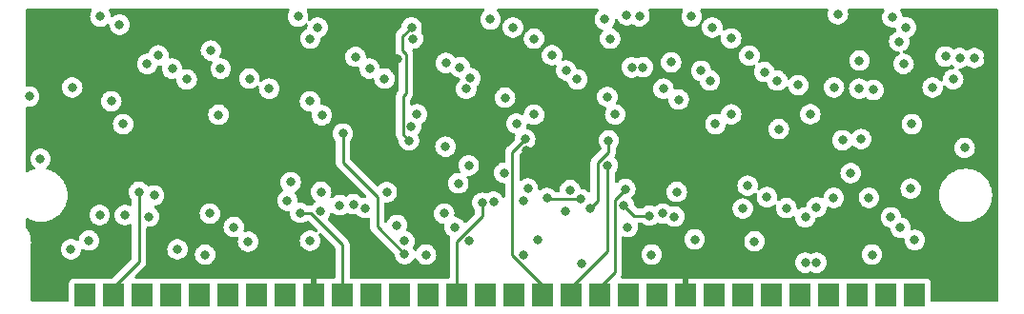
<source format=gbr>
%TF.GenerationSoftware,KiCad,Pcbnew,6.0.0+dfsg1-2*%
%TF.CreationDate,2022-02-11T22:49:31+03:00*%
%TF.ProjectId,simm3016,73696d6d-3330-4313-962e-6b696361645f,rev?*%
%TF.SameCoordinates,Original*%
%TF.FileFunction,Copper,L3,Inr*%
%TF.FilePolarity,Positive*%
%FSLAX46Y46*%
G04 Gerber Fmt 4.6, Leading zero omitted, Abs format (unit mm)*
G04 Created by KiCad (PCBNEW 6.0.0+dfsg1-2) date 2022-02-11 22:49:31*
%MOMM*%
%LPD*%
G01*
G04 APERTURE LIST*
%TA.AperFunction,ComponentPad*%
%ADD10R,1.900000X2.000000*%
%TD*%
%TA.AperFunction,ViaPad*%
%ADD11C,0.800000*%
%TD*%
%TA.AperFunction,Conductor*%
%ADD12C,0.250000*%
%TD*%
G04 APERTURE END LIST*
D10*
%TO.N,+5V*%
%TO.C,J1*%
X216010000Y-145300000D03*
%TO.N,/DP*%
X213470000Y-145300000D03*
%TO.N,/~{CASP}*%
X210930000Y-145300000D03*
%TO.N,/~{RAS}*%
X208390000Y-145300000D03*
%TO.N,/QP*%
X205850000Y-145300000D03*
%TO.N,/DQ7*%
X203310000Y-145300000D03*
%TO.N,/A11*%
X200770000Y-145300000D03*
%TO.N,/DQ6*%
X198230000Y-145300000D03*
%TO.N,GNDD*%
X195690000Y-145300000D03*
%TO.N,/~{WE}*%
X193150000Y-145300000D03*
%TO.N,/DQ5*%
X190610000Y-145300000D03*
%TO.N,/A10*%
X188070000Y-145300000D03*
%TO.N,/A9*%
X185530000Y-145300000D03*
%TO.N,/A8*%
X182990000Y-145300000D03*
%TO.N,/DQ4*%
X180450000Y-145300000D03*
%TO.N,/A7*%
X177910000Y-145300000D03*
%TO.N,/A6*%
X175370000Y-145300000D03*
%TO.N,/DQ3*%
X172830000Y-145300000D03*
%TO.N,/A5*%
X170290000Y-145300000D03*
%TO.N,/A4*%
X167750000Y-145300000D03*
%TO.N,/DQ2*%
X165210000Y-145300000D03*
%TO.N,GNDD*%
X162670000Y-145300000D03*
%TO.N,/A3*%
X160130000Y-145300000D03*
%TO.N,/A2*%
X157590000Y-145300000D03*
%TO.N,/DQ1*%
X155050000Y-145300000D03*
%TO.N,/A1*%
X152510000Y-145300000D03*
%TO.N,/A0*%
X149970000Y-145300000D03*
%TO.N,/DQ0*%
X147430000Y-145300000D03*
%TO.N,/~{CAS}*%
X144890000Y-145300000D03*
%TO.N,+5V*%
X142350000Y-145300000D03*
%TD*%
D11*
%TO.N,+5V*%
X142705000Y-140425000D03*
X189435000Y-129205000D03*
X220470000Y-132170000D03*
X179575000Y-134405000D03*
X182525000Y-140395000D03*
X154215000Y-129235000D03*
X138405000Y-133165000D03*
X201805000Y-140505000D03*
X171845000Y-129195000D03*
X160625000Y-135235000D03*
X137400000Y-127600000D03*
X201195000Y-135545000D03*
X162345000Y-140445000D03*
X206765000Y-129185000D03*
%TO.N,GNDD*%
X178525000Y-135405000D03*
X218275000Y-133665000D03*
X158235000Y-135385000D03*
X161295000Y-133225000D03*
X198825000Y-133625000D03*
X142015000Y-133155000D03*
X222545000Y-120645000D03*
X222535000Y-124195000D03*
X205125000Y-124239500D03*
X152625000Y-124239500D03*
X170135000Y-124239500D03*
X187070500Y-124591039D03*
X181545000Y-132405000D03*
X222450000Y-132250000D03*
%TO.N,/~{WE}*%
X186470000Y-142440000D03*
X145905000Y-138155000D03*
X176210500Y-126919500D03*
X164985489Y-137285489D03*
X158709500Y-126919500D03*
X206320497Y-142399500D03*
X211105000Y-126919500D03*
X193719500Y-126919500D03*
X141225000Y-126805000D03*
X160335000Y-136875000D03*
X205690000Y-126600000D03*
X143665000Y-138155000D03*
%TO.N,/~{RAS}*%
X187250000Y-137570000D03*
X162335000Y-128035000D03*
X195079011Y-127880000D03*
X188860000Y-131520498D03*
X166185000Y-137205000D03*
X179659502Y-127720000D03*
X207320000Y-142399500D03*
X188740000Y-127644000D03*
X163255000Y-137825000D03*
X210350000Y-134430000D03*
X144695000Y-128035000D03*
X211280000Y-131390000D03*
X212365000Y-127025000D03*
%TO.N,/A11*%
X148055000Y-138305498D03*
X211970000Y-136620000D03*
X169159511Y-136129511D03*
X181690000Y-135800000D03*
X194910000Y-136105500D03*
X202910500Y-136565000D03*
X163320500Y-136105000D03*
X208839500Y-136620000D03*
X185439989Y-135930489D03*
%TO.N,/A10*%
X215775000Y-130065000D03*
X148485000Y-136415000D03*
X190340000Y-135840500D03*
X163385000Y-129275000D03*
X198335000Y-130065000D03*
X180670500Y-130025902D03*
X145745000Y-130065000D03*
X215677299Y-135802701D03*
X171335000Y-130255000D03*
%TO.N,/A0*%
X182229502Y-129220000D03*
X165255000Y-130915000D03*
X170739500Y-141637701D03*
X172635000Y-141675000D03*
X181295000Y-141675000D03*
X199739502Y-129200000D03*
X178630000Y-136970000D03*
X192670000Y-141675000D03*
X217620000Y-126800000D03*
X153020000Y-141680000D03*
X212245000Y-141675000D03*
X181270000Y-136870000D03*
%TO.N,/A1*%
X174255000Y-138015000D03*
X193665000Y-138015000D03*
X167245000Y-137540500D03*
X213919500Y-138355000D03*
X153445000Y-138015000D03*
X206315000Y-138355000D03*
X184990000Y-137840000D03*
%TO.N,/A2*%
X207305000Y-137465000D03*
X170060000Y-139050000D03*
X194690500Y-138304855D03*
X214770000Y-139280000D03*
X190559500Y-139220969D03*
X155570000Y-139220000D03*
X175200000Y-139260000D03*
%TO.N,/A3*%
X156840000Y-140530000D03*
X196490000Y-140320000D03*
X192474500Y-138210000D03*
X190220000Y-137290000D03*
X216040000Y-140380000D03*
X176470000Y-140455000D03*
X170705000Y-140485000D03*
X203970000Y-130510000D03*
%TO.N,/A4*%
X221345000Y-124185000D03*
X168949511Y-126019511D03*
X203825000Y-126195000D03*
X176439502Y-133740000D03*
X156950489Y-126019511D03*
X151385000Y-126095000D03*
X176571880Y-125987615D03*
X197855000Y-126195000D03*
X219454501Y-126075499D03*
X186075000Y-126085000D03*
%TO.N,/A5*%
X202685000Y-125425000D03*
X175510000Y-135340000D03*
X197075000Y-125325000D03*
X150095000Y-125125000D03*
X175660000Y-125000000D03*
X167635000Y-125125000D03*
X185105000Y-125295000D03*
X154405000Y-125125000D03*
X220035000Y-124185000D03*
%TO.N,/A6*%
X194400000Y-124570000D03*
X153540000Y-123515000D03*
X215050489Y-124700500D03*
X174369989Y-132074511D03*
X218765000Y-124045000D03*
X166385000Y-124085000D03*
X148865000Y-123955000D03*
X174410000Y-124630000D03*
X183835000Y-123935000D03*
X201355000Y-123975000D03*
X177634602Y-137060491D03*
%TO.N,/A7*%
X214665000Y-122715000D03*
X199739502Y-122440000D03*
X147879500Y-124715000D03*
X182229502Y-122465000D03*
X188990498Y-122465000D03*
X171480498Y-122465000D03*
X162365000Y-122465000D03*
%TO.N,/A8*%
X180361951Y-121468049D03*
X171358049Y-121468049D03*
X181453831Y-131403224D03*
X215268049Y-121468049D03*
X191910000Y-125010000D03*
X190475533Y-120372863D03*
X198051951Y-121468049D03*
X145435000Y-121214000D03*
X171125000Y-131515000D03*
X163011951Y-121468049D03*
%TO.N,/A9*%
X188512068Y-120743538D03*
X178359502Y-120743549D03*
X188779502Y-133720000D03*
X161269500Y-120489500D03*
X143715000Y-120489500D03*
X214050000Y-120550000D03*
X209210000Y-120280000D03*
X196230500Y-120489500D03*
%TO.N,/~{CAS}*%
X147155000Y-136105500D03*
%TO.N,/DQ1*%
X141109051Y-141205000D03*
X150565000Y-141205000D03*
%TO.N,/DQ2*%
X161480000Y-137970000D03*
%TO.N,/DQ5*%
X183370500Y-136655000D03*
X186390000Y-136750000D03*
%TO.N,/DQ7*%
X204650000Y-137540000D03*
X191593634Y-120466366D03*
X200770000Y-137570000D03*
X190910558Y-125020980D03*
%TO.N,/DP*%
X209630000Y-131500000D03*
X208870000Y-126800000D03*
%TO.N,/~{CASP}*%
X211125000Y-124405000D03*
%TD*%
D12*
%TO.N,/~{RAS}*%
X187890000Y-136930000D02*
X187890000Y-133530000D01*
X188860000Y-132560000D02*
X188860000Y-131520498D01*
X187250000Y-137570000D02*
X187890000Y-136930000D01*
X187890000Y-133530000D02*
X188860000Y-132560000D01*
%TO.N,/A10*%
X188070000Y-144600000D02*
X189390000Y-143280000D01*
X189390000Y-143280000D02*
X189390000Y-136790500D01*
X189390000Y-136790500D02*
X190340000Y-135840500D01*
%TO.N,/A0*%
X165255000Y-130915000D02*
X165255000Y-133465000D01*
X165255000Y-133465000D02*
X168315000Y-136525000D01*
X168315000Y-139213201D02*
X170739500Y-141637701D01*
X168315000Y-136525000D02*
X168315000Y-139213201D01*
%TO.N,/A3*%
X191140000Y-138210000D02*
X190220000Y-137290000D01*
X192474500Y-138210000D02*
X191140000Y-138210000D01*
%TO.N,/A6*%
X177640000Y-138260386D02*
X177640000Y-138140000D01*
X175370000Y-144600000D02*
X175370000Y-140530386D01*
X177635093Y-137060000D02*
X177634602Y-137060491D01*
X177640000Y-137060000D02*
X177635093Y-137060000D01*
X177640000Y-138140000D02*
X177640000Y-137060000D01*
X175370000Y-140530386D02*
X177640000Y-138260386D01*
%TO.N,/A8*%
X170860000Y-123830000D02*
X170860000Y-127330000D01*
X170860000Y-127330000D02*
X170610489Y-127579511D01*
X182990000Y-144600000D02*
X182990000Y-144394614D01*
X180299511Y-132557544D02*
X180299511Y-141704125D01*
X180299511Y-141704125D02*
X182990000Y-144394614D01*
X170610489Y-127579511D02*
X170610489Y-131000489D01*
X170610489Y-131000489D02*
X171125000Y-131515000D01*
X171358049Y-121468049D02*
X170550000Y-122276098D01*
X181453831Y-131403224D02*
X180299511Y-132557544D01*
X170550000Y-122276098D02*
X170550000Y-123520000D01*
X170550000Y-123520000D02*
X170860000Y-123830000D01*
%TO.N,/A9*%
X188779502Y-133720000D02*
X188779502Y-141350498D01*
X188779502Y-141350498D02*
X185530000Y-144600000D01*
%TO.N,/~{CAS}*%
X144890000Y-144600000D02*
X147155000Y-142335000D01*
X147155000Y-142335000D02*
X147155000Y-136105500D01*
%TO.N,/DQ2*%
X162375386Y-137970000D02*
X165210000Y-140804614D01*
X162375386Y-137970000D02*
X161480000Y-137970000D01*
X165210000Y-144600000D02*
X165210000Y-140804614D01*
%TO.N,/DQ5*%
X186390000Y-136750000D02*
X183465500Y-136750000D01*
X183370500Y-136655000D02*
X183489906Y-136774406D01*
%TD*%
%TA.AperFunction,Conductor*%
%TO.N,GNDD*%
G36*
X142909302Y-119828002D02*
G01*
X142955795Y-119881658D01*
X142965899Y-119951932D01*
X142950300Y-119997000D01*
X142896565Y-120090072D01*
X142880473Y-120117944D01*
X142821458Y-120299572D01*
X142820768Y-120306133D01*
X142820768Y-120306135D01*
X142815952Y-120351959D01*
X142801496Y-120489500D01*
X142802186Y-120496065D01*
X142819027Y-120656294D01*
X142821458Y-120679428D01*
X142880473Y-120861056D01*
X142883776Y-120866778D01*
X142883777Y-120866779D01*
X142905318Y-120904089D01*
X142975960Y-121026444D01*
X142980378Y-121031351D01*
X142980379Y-121031352D01*
X143060934Y-121120817D01*
X143103747Y-121168366D01*
X143187018Y-121228866D01*
X143250191Y-121274764D01*
X143258248Y-121280618D01*
X143264276Y-121283302D01*
X143264278Y-121283303D01*
X143426681Y-121355609D01*
X143432712Y-121358294D01*
X143510677Y-121374866D01*
X143613056Y-121396628D01*
X143613061Y-121396628D01*
X143619513Y-121398000D01*
X143810487Y-121398000D01*
X143816939Y-121396628D01*
X143816944Y-121396628D01*
X143919323Y-121374866D01*
X143997288Y-121358294D01*
X144003319Y-121355609D01*
X144165722Y-121283303D01*
X144165724Y-121283302D01*
X144171752Y-121280618D01*
X144179810Y-121274764D01*
X144326253Y-121168366D01*
X144327988Y-121170753D01*
X144380409Y-121145611D01*
X144450860Y-121154391D01*
X144505381Y-121199866D01*
X144525994Y-121256798D01*
X144540691Y-121396628D01*
X144541458Y-121403928D01*
X144600473Y-121585556D01*
X144603776Y-121591278D01*
X144603777Y-121591279D01*
X144616726Y-121613707D01*
X144695960Y-121750944D01*
X144700378Y-121755851D01*
X144700379Y-121755852D01*
X144788323Y-121853524D01*
X144823747Y-121892866D01*
X144978248Y-122005118D01*
X144984276Y-122007802D01*
X144984278Y-122007803D01*
X145145008Y-122079364D01*
X145152712Y-122082794D01*
X145246112Y-122102647D01*
X145333056Y-122121128D01*
X145333061Y-122121128D01*
X145339513Y-122122500D01*
X145530487Y-122122500D01*
X145536939Y-122121128D01*
X145536944Y-122121128D01*
X145623888Y-122102647D01*
X145717288Y-122082794D01*
X145724992Y-122079364D01*
X145885722Y-122007803D01*
X145885724Y-122007802D01*
X145891752Y-122005118D01*
X146046253Y-121892866D01*
X146081677Y-121853524D01*
X146169621Y-121755852D01*
X146169622Y-121755851D01*
X146174040Y-121750944D01*
X146253274Y-121613707D01*
X146266223Y-121591279D01*
X146266224Y-121591278D01*
X146269527Y-121585556D01*
X146328542Y-121403928D01*
X146333621Y-121355609D01*
X146347814Y-121220565D01*
X146348504Y-121214000D01*
X146341651Y-121148794D01*
X146329232Y-121030635D01*
X146329232Y-121030633D01*
X146328542Y-121024072D01*
X146269527Y-120842444D01*
X146174040Y-120677056D01*
X146149437Y-120649731D01*
X146050675Y-120540045D01*
X146050674Y-120540044D01*
X146046253Y-120535134D01*
X145891752Y-120422882D01*
X145885724Y-120420198D01*
X145885722Y-120420197D01*
X145723319Y-120347891D01*
X145723318Y-120347891D01*
X145717288Y-120345206D01*
X145623888Y-120325353D01*
X145536944Y-120306872D01*
X145536939Y-120306872D01*
X145530487Y-120305500D01*
X145339513Y-120305500D01*
X145333061Y-120306872D01*
X145333056Y-120306872D01*
X145246112Y-120325353D01*
X145152712Y-120345206D01*
X145146682Y-120347891D01*
X145146681Y-120347891D01*
X144984278Y-120420197D01*
X144984276Y-120420198D01*
X144978248Y-120422882D01*
X144972907Y-120426762D01*
X144972906Y-120426763D01*
X144877521Y-120496065D01*
X144823747Y-120535134D01*
X144822012Y-120532747D01*
X144769591Y-120557889D01*
X144699140Y-120549109D01*
X144644619Y-120503634D01*
X144624006Y-120446702D01*
X144609232Y-120306134D01*
X144609231Y-120306131D01*
X144608542Y-120299572D01*
X144549527Y-120117944D01*
X144533435Y-120090072D01*
X144479700Y-119997000D01*
X144462962Y-119928005D01*
X144486182Y-119860913D01*
X144541990Y-119817026D01*
X144588819Y-119808000D01*
X160395681Y-119808000D01*
X160463802Y-119828002D01*
X160510295Y-119881658D01*
X160520399Y-119951932D01*
X160504800Y-119997000D01*
X160451065Y-120090072D01*
X160434973Y-120117944D01*
X160375958Y-120299572D01*
X160375268Y-120306133D01*
X160375268Y-120306135D01*
X160370452Y-120351959D01*
X160355996Y-120489500D01*
X160356686Y-120496065D01*
X160373527Y-120656294D01*
X160375958Y-120679428D01*
X160434973Y-120861056D01*
X160438276Y-120866778D01*
X160438277Y-120866779D01*
X160459818Y-120904089D01*
X160530460Y-121026444D01*
X160534878Y-121031351D01*
X160534879Y-121031352D01*
X160615434Y-121120817D01*
X160658247Y-121168366D01*
X160741518Y-121228866D01*
X160804691Y-121274764D01*
X160812748Y-121280618D01*
X160818776Y-121283302D01*
X160818778Y-121283303D01*
X160981181Y-121355609D01*
X160987212Y-121358294D01*
X161065177Y-121374866D01*
X161167556Y-121396628D01*
X161167561Y-121396628D01*
X161174013Y-121398000D01*
X161364987Y-121398000D01*
X161371439Y-121396628D01*
X161371444Y-121396628D01*
X161473823Y-121374866D01*
X161551788Y-121358294D01*
X161557819Y-121355609D01*
X161720222Y-121283303D01*
X161720224Y-121283302D01*
X161726252Y-121280618D01*
X161734310Y-121274764D01*
X161797482Y-121228866D01*
X161880753Y-121168366D01*
X161911739Y-121133952D01*
X161972184Y-121096714D01*
X162043168Y-121098066D01*
X162102153Y-121137580D01*
X162130410Y-121202711D01*
X162125207Y-121257198D01*
X162118409Y-121278121D01*
X162117719Y-121284682D01*
X162117719Y-121284684D01*
X162105876Y-121397365D01*
X162098447Y-121468049D01*
X162099137Y-121474613D01*
X162099137Y-121474616D01*
X162101042Y-121492743D01*
X162088269Y-121562581D01*
X162039766Y-121614427D01*
X162026982Y-121621018D01*
X162002384Y-121631970D01*
X161914278Y-121671197D01*
X161914276Y-121671198D01*
X161908248Y-121673882D01*
X161902907Y-121677762D01*
X161902906Y-121677763D01*
X161852843Y-121714136D01*
X161753747Y-121786134D01*
X161749326Y-121791044D01*
X161749325Y-121791045D01*
X161643322Y-121908774D01*
X161625960Y-121928056D01*
X161581540Y-122004993D01*
X161535830Y-122084166D01*
X161530473Y-122093444D01*
X161471458Y-122275072D01*
X161470768Y-122281633D01*
X161470768Y-122281635D01*
X161460937Y-122375177D01*
X161451496Y-122465000D01*
X161452186Y-122471565D01*
X161468141Y-122623365D01*
X161471458Y-122654928D01*
X161530473Y-122836556D01*
X161625960Y-123001944D01*
X161630378Y-123006851D01*
X161630379Y-123006852D01*
X161666078Y-123046500D01*
X161753747Y-123143866D01*
X161796371Y-123174834D01*
X161873839Y-123231118D01*
X161908248Y-123256118D01*
X161914276Y-123258802D01*
X161914278Y-123258803D01*
X162049021Y-123318794D01*
X162082712Y-123333794D01*
X162160799Y-123350392D01*
X162263056Y-123372128D01*
X162263061Y-123372128D01*
X162269513Y-123373500D01*
X162460487Y-123373500D01*
X162466939Y-123372128D01*
X162466944Y-123372128D01*
X162569201Y-123350392D01*
X162647288Y-123333794D01*
X162680979Y-123318794D01*
X162815722Y-123258803D01*
X162815724Y-123258802D01*
X162821752Y-123256118D01*
X162856162Y-123231118D01*
X162933629Y-123174834D01*
X162976253Y-123143866D01*
X163063922Y-123046500D01*
X163099621Y-123006852D01*
X163099622Y-123006851D01*
X163104040Y-123001944D01*
X163199527Y-122836556D01*
X163258542Y-122654928D01*
X163261860Y-122623365D01*
X163277814Y-122471565D01*
X163278504Y-122465000D01*
X163275909Y-122440306D01*
X163288682Y-122370468D01*
X163337185Y-122318622D01*
X163349970Y-122312030D01*
X163462673Y-122261852D01*
X163462675Y-122261851D01*
X163468703Y-122259167D01*
X163473006Y-122256041D01*
X169911780Y-122256041D01*
X169912526Y-122263933D01*
X169915941Y-122300059D01*
X169916500Y-122311917D01*
X169916500Y-123441233D01*
X169915973Y-123452416D01*
X169914298Y-123459909D01*
X169914547Y-123467835D01*
X169914547Y-123467836D01*
X169916438Y-123527986D01*
X169916500Y-123531945D01*
X169916500Y-123559856D01*
X169916997Y-123563790D01*
X169916997Y-123563791D01*
X169917005Y-123563856D01*
X169917938Y-123575693D01*
X169919327Y-123619889D01*
X169922293Y-123630097D01*
X169924978Y-123639339D01*
X169928987Y-123658700D01*
X169931526Y-123678797D01*
X169934445Y-123686168D01*
X169934445Y-123686170D01*
X169947804Y-123719912D01*
X169951649Y-123731142D01*
X169959985Y-123759834D01*
X169963982Y-123773593D01*
X169968015Y-123780412D01*
X169968017Y-123780417D01*
X169974293Y-123791028D01*
X169982988Y-123808776D01*
X169990448Y-123827617D01*
X169995110Y-123834033D01*
X169995110Y-123834034D01*
X170016436Y-123863387D01*
X170022952Y-123873307D01*
X170031199Y-123887251D01*
X170045458Y-123911362D01*
X170059779Y-123925683D01*
X170072619Y-123940716D01*
X170084528Y-123957107D01*
X170090634Y-123962158D01*
X170118605Y-123985298D01*
X170127384Y-123993288D01*
X170189595Y-124055499D01*
X170223621Y-124117811D01*
X170226500Y-124144594D01*
X170226500Y-127013101D01*
X170206498Y-127081222D01*
X170192351Y-127099352D01*
X170185117Y-127107056D01*
X170156845Y-127137163D01*
X170154090Y-127140005D01*
X170134354Y-127159741D01*
X170131874Y-127162938D01*
X170124171Y-127171958D01*
X170093903Y-127204190D01*
X170090084Y-127211136D01*
X170090082Y-127211139D01*
X170084141Y-127221945D01*
X170073290Y-127238464D01*
X170060875Y-127254470D01*
X170057730Y-127261739D01*
X170057727Y-127261743D01*
X170043315Y-127295048D01*
X170038098Y-127305698D01*
X170016794Y-127344451D01*
X170014823Y-127352126D01*
X170014823Y-127352127D01*
X170011756Y-127364073D01*
X170005352Y-127382777D01*
X169997308Y-127401366D01*
X169996069Y-127409189D01*
X169996066Y-127409199D01*
X169990390Y-127445035D01*
X169987984Y-127456655D01*
X169982282Y-127478866D01*
X169976989Y-127499481D01*
X169976989Y-127519735D01*
X169975438Y-127539445D01*
X169972269Y-127559454D01*
X169973015Y-127567346D01*
X169976430Y-127603472D01*
X169976989Y-127615330D01*
X169976989Y-130921722D01*
X169976462Y-130932905D01*
X169974787Y-130940398D01*
X169975036Y-130948324D01*
X169975036Y-130948325D01*
X169976927Y-131008475D01*
X169976989Y-131012434D01*
X169976989Y-131040345D01*
X169977486Y-131044279D01*
X169977486Y-131044280D01*
X169977494Y-131044345D01*
X169978427Y-131056182D01*
X169979816Y-131100378D01*
X169982962Y-131111206D01*
X169985467Y-131119828D01*
X169989476Y-131139189D01*
X169992015Y-131159286D01*
X169994934Y-131166657D01*
X169994934Y-131166659D01*
X170008293Y-131200401D01*
X170012138Y-131211631D01*
X170022260Y-131246472D01*
X170024471Y-131254082D01*
X170028504Y-131260901D01*
X170028506Y-131260906D01*
X170034782Y-131271517D01*
X170043477Y-131289265D01*
X170050937Y-131308106D01*
X170055599Y-131314522D01*
X170055599Y-131314523D01*
X170076925Y-131343876D01*
X170083441Y-131353796D01*
X170100970Y-131383435D01*
X170105947Y-131391851D01*
X170120268Y-131406172D01*
X170133108Y-131421205D01*
X170145017Y-131437596D01*
X170151126Y-131442650D01*
X170151129Y-131442653D01*
X170169298Y-131457685D01*
X170209035Y-131516519D01*
X170214291Y-131541597D01*
X170229881Y-131689928D01*
X170231458Y-131704928D01*
X170290473Y-131886556D01*
X170385960Y-132051944D01*
X170390378Y-132056851D01*
X170390379Y-132056852D01*
X170503737Y-132182749D01*
X170513747Y-132193866D01*
X170584684Y-132245405D01*
X170642261Y-132287237D01*
X170668248Y-132306118D01*
X170674276Y-132308802D01*
X170674278Y-132308803D01*
X170836681Y-132381109D01*
X170842712Y-132383794D01*
X170936112Y-132403647D01*
X171023056Y-132422128D01*
X171023061Y-132422128D01*
X171029513Y-132423500D01*
X171220487Y-132423500D01*
X171226939Y-132422128D01*
X171226944Y-132422128D01*
X171313888Y-132403647D01*
X171407288Y-132383794D01*
X171413319Y-132381109D01*
X171575722Y-132308803D01*
X171575724Y-132308802D01*
X171581752Y-132306118D01*
X171607740Y-132287237D01*
X171665316Y-132245405D01*
X171736253Y-132193866D01*
X171746263Y-132182749D01*
X171843721Y-132074511D01*
X173456485Y-132074511D01*
X173457175Y-132081076D01*
X173475613Y-132256500D01*
X173476447Y-132264439D01*
X173535462Y-132446067D01*
X173630949Y-132611455D01*
X173635367Y-132616362D01*
X173635368Y-132616363D01*
X173754314Y-132748466D01*
X173758736Y-132753377D01*
X173913237Y-132865629D01*
X173919265Y-132868313D01*
X173919267Y-132868314D01*
X174081670Y-132940620D01*
X174087701Y-132943305D01*
X174153246Y-132957237D01*
X174268045Y-132981639D01*
X174268050Y-132981639D01*
X174274502Y-132983011D01*
X174465476Y-132983011D01*
X174471928Y-132981639D01*
X174471933Y-132981639D01*
X174586732Y-132957237D01*
X174652277Y-132943305D01*
X174658308Y-132940620D01*
X174820711Y-132868314D01*
X174820713Y-132868313D01*
X174826741Y-132865629D01*
X174981242Y-132753377D01*
X174985664Y-132748466D01*
X175104610Y-132616363D01*
X175104611Y-132616362D01*
X175109029Y-132611455D01*
X175204516Y-132446067D01*
X175263531Y-132264439D01*
X175264366Y-132256500D01*
X175282803Y-132081076D01*
X175283493Y-132074511D01*
X175263531Y-131884583D01*
X175204516Y-131702955D01*
X175200620Y-131696206D01*
X175127268Y-131569158D01*
X175109029Y-131537567D01*
X175082799Y-131508435D01*
X174985664Y-131400556D01*
X174985663Y-131400555D01*
X174981242Y-131395645D01*
X174863461Y-131310072D01*
X174832083Y-131287274D01*
X174832082Y-131287273D01*
X174826741Y-131283393D01*
X174820713Y-131280709D01*
X174820711Y-131280708D01*
X174658308Y-131208402D01*
X174658307Y-131208402D01*
X174652277Y-131205717D01*
X174558876Y-131185864D01*
X174471933Y-131167383D01*
X174471928Y-131167383D01*
X174465476Y-131166011D01*
X174274502Y-131166011D01*
X174268050Y-131167383D01*
X174268045Y-131167383D01*
X174181102Y-131185864D01*
X174087701Y-131205717D01*
X174081671Y-131208402D01*
X174081670Y-131208402D01*
X173919267Y-131280708D01*
X173919265Y-131280709D01*
X173913237Y-131283393D01*
X173907896Y-131287273D01*
X173907895Y-131287274D01*
X173876517Y-131310072D01*
X173758736Y-131395645D01*
X173754315Y-131400555D01*
X173754314Y-131400556D01*
X173657180Y-131508435D01*
X173630949Y-131537567D01*
X173612710Y-131569158D01*
X173539359Y-131696206D01*
X173535462Y-131702955D01*
X173476447Y-131884583D01*
X173456485Y-132074511D01*
X171843721Y-132074511D01*
X171859621Y-132056852D01*
X171859622Y-132056851D01*
X171864040Y-132051944D01*
X171959527Y-131886556D01*
X172018542Y-131704928D01*
X172020809Y-131683365D01*
X172037814Y-131521565D01*
X172038504Y-131515000D01*
X172035996Y-131491134D01*
X172019232Y-131331635D01*
X172019232Y-131331633D01*
X172018542Y-131325072D01*
X171959527Y-131143444D01*
X171954496Y-131134729D01*
X171926037Y-131085438D01*
X171909299Y-131016443D01*
X171932519Y-130949351D01*
X171946295Y-130933904D01*
X171946253Y-130933866D01*
X172069621Y-130796852D01*
X172069622Y-130796851D01*
X172074040Y-130791944D01*
X172169527Y-130626556D01*
X172228542Y-130444928D01*
X172230083Y-130430271D01*
X172247814Y-130261565D01*
X172248504Y-130255000D01*
X172235652Y-130132721D01*
X172233381Y-130111110D01*
X172246153Y-130041272D01*
X172295688Y-129988822D01*
X172295719Y-129988804D01*
X172301752Y-129986118D01*
X172307094Y-129982236D01*
X172307097Y-129982235D01*
X172416499Y-129902749D01*
X172456253Y-129873866D01*
X172548024Y-129771944D01*
X172579621Y-129736852D01*
X172579622Y-129736851D01*
X172584040Y-129731944D01*
X172673336Y-129577279D01*
X172676223Y-129572279D01*
X172676224Y-129572278D01*
X172679527Y-129566556D01*
X172738542Y-129384928D01*
X172742009Y-129351947D01*
X172757814Y-129201565D01*
X172758504Y-129195000D01*
X172753193Y-129144467D01*
X172739232Y-129011635D01*
X172739232Y-129011633D01*
X172738542Y-129005072D01*
X172679527Y-128823444D01*
X172673754Y-128813444D01*
X172636428Y-128748794D01*
X172584040Y-128658056D01*
X172556193Y-128627128D01*
X172460675Y-128521045D01*
X172460674Y-128521044D01*
X172456253Y-128516134D01*
X172356807Y-128443882D01*
X172307094Y-128407763D01*
X172307093Y-128407762D01*
X172301752Y-128403882D01*
X172295724Y-128401198D01*
X172295722Y-128401197D01*
X172133319Y-128328891D01*
X172133318Y-128328891D01*
X172127288Y-128326206D01*
X172033887Y-128306353D01*
X171946944Y-128287872D01*
X171946939Y-128287872D01*
X171940487Y-128286500D01*
X171749513Y-128286500D01*
X171743061Y-128287872D01*
X171743056Y-128287872D01*
X171656113Y-128306353D01*
X171562712Y-128326206D01*
X171556682Y-128328891D01*
X171556681Y-128328891D01*
X171534221Y-128338891D01*
X171425634Y-128387237D01*
X171421238Y-128389194D01*
X171350871Y-128398628D01*
X171286574Y-128368521D01*
X171248760Y-128308433D01*
X171243989Y-128274087D01*
X171243989Y-127896410D01*
X171263991Y-127828289D01*
X171278139Y-127810157D01*
X171313644Y-127772348D01*
X171316399Y-127769506D01*
X171336135Y-127749770D01*
X171338615Y-127746573D01*
X171346320Y-127737551D01*
X171376586Y-127705321D01*
X171380405Y-127698375D01*
X171380407Y-127698372D01*
X171386348Y-127687566D01*
X171397199Y-127671047D01*
X171398221Y-127669729D01*
X171409614Y-127655041D01*
X171412759Y-127647772D01*
X171412762Y-127647768D01*
X171427174Y-127614463D01*
X171432391Y-127603813D01*
X171453695Y-127565060D01*
X171458733Y-127545437D01*
X171465137Y-127526734D01*
X171470033Y-127515420D01*
X171470033Y-127515419D01*
X171473181Y-127508145D01*
X171474420Y-127500322D01*
X171474423Y-127500312D01*
X171480099Y-127464476D01*
X171482505Y-127452856D01*
X171491528Y-127417711D01*
X171491528Y-127417710D01*
X171493500Y-127410030D01*
X171493500Y-127389776D01*
X171495051Y-127370065D01*
X171496980Y-127357886D01*
X171498220Y-127350057D01*
X171494059Y-127306038D01*
X171493500Y-127294181D01*
X171493500Y-124630000D01*
X173496496Y-124630000D01*
X173497186Y-124636565D01*
X173514493Y-124801229D01*
X173516458Y-124819928D01*
X173575473Y-125001556D01*
X173670960Y-125166944D01*
X173675378Y-125171851D01*
X173675379Y-125171852D01*
X173779844Y-125287872D01*
X173798747Y-125308866D01*
X173874361Y-125363803D01*
X173941044Y-125412251D01*
X173953248Y-125421118D01*
X173959276Y-125423802D01*
X173959278Y-125423803D01*
X174091265Y-125482567D01*
X174127712Y-125498794D01*
X174209290Y-125516134D01*
X174308056Y-125537128D01*
X174308061Y-125537128D01*
X174314513Y-125538500D01*
X174505487Y-125538500D01*
X174511939Y-125537128D01*
X174511944Y-125537128D01*
X174610710Y-125516134D01*
X174692288Y-125498794D01*
X174698315Y-125496111D01*
X174698323Y-125496108D01*
X174753036Y-125471748D01*
X174823403Y-125462314D01*
X174887700Y-125492421D01*
X174913403Y-125523855D01*
X174917658Y-125531226D01*
X174917661Y-125531231D01*
X174920960Y-125536944D01*
X174925378Y-125541851D01*
X174925379Y-125541852D01*
X175042816Y-125672279D01*
X175048747Y-125678866D01*
X175203248Y-125791118D01*
X175209276Y-125793802D01*
X175209278Y-125793803D01*
X175371681Y-125866109D01*
X175377712Y-125868794D01*
X175562473Y-125908066D01*
X175624945Y-125941794D01*
X175659267Y-126003944D01*
X175661584Y-126018136D01*
X175671118Y-126108844D01*
X175671284Y-126110425D01*
X175658512Y-126180263D01*
X175620036Y-126225530D01*
X175599247Y-126240634D01*
X175594829Y-126245541D01*
X175594825Y-126245545D01*
X175499833Y-126351045D01*
X175471460Y-126382556D01*
X175375973Y-126547944D01*
X175316958Y-126729572D01*
X175316268Y-126736133D01*
X175316268Y-126736135D01*
X175308622Y-126808882D01*
X175296996Y-126919500D01*
X175297686Y-126926065D01*
X175314799Y-127088882D01*
X175316958Y-127109428D01*
X175375973Y-127291056D01*
X175379276Y-127296778D01*
X175379277Y-127296779D01*
X175402793Y-127337510D01*
X175471460Y-127456444D01*
X175475878Y-127461351D01*
X175475879Y-127461352D01*
X175569258Y-127565060D01*
X175599247Y-127598366D01*
X175677253Y-127655041D01*
X175744455Y-127703866D01*
X175753748Y-127710618D01*
X175759776Y-127713302D01*
X175759778Y-127713303D01*
X175922181Y-127785609D01*
X175928212Y-127788294D01*
X176021613Y-127808147D01*
X176108556Y-127826628D01*
X176108561Y-127826628D01*
X176115013Y-127828000D01*
X176305987Y-127828000D01*
X176312439Y-127826628D01*
X176312444Y-127826628D01*
X176399387Y-127808147D01*
X176492788Y-127788294D01*
X176498819Y-127785609D01*
X176646180Y-127720000D01*
X178745998Y-127720000D01*
X178746688Y-127726565D01*
X178758484Y-127838794D01*
X178765960Y-127909928D01*
X178824975Y-128091556D01*
X178828278Y-128097278D01*
X178828279Y-128097279D01*
X178851180Y-128136944D01*
X178920462Y-128256944D01*
X178924880Y-128261851D01*
X178924881Y-128261852D01*
X179020342Y-128367872D01*
X179048249Y-128398866D01*
X179110208Y-128443882D01*
X179195724Y-128506013D01*
X179202750Y-128511118D01*
X179208778Y-128513802D01*
X179208780Y-128513803D01*
X179371183Y-128586109D01*
X179377214Y-128588794D01*
X179470615Y-128608647D01*
X179557558Y-128627128D01*
X179557563Y-128627128D01*
X179564015Y-128628500D01*
X179754989Y-128628500D01*
X179761441Y-128627128D01*
X179761446Y-128627128D01*
X179848389Y-128608647D01*
X179941790Y-128588794D01*
X179947821Y-128586109D01*
X180110224Y-128513803D01*
X180110226Y-128513802D01*
X180116254Y-128511118D01*
X180123281Y-128506013D01*
X180208796Y-128443882D01*
X180270755Y-128398866D01*
X180298662Y-128367872D01*
X180394123Y-128261852D01*
X180394124Y-128261851D01*
X180398542Y-128256944D01*
X180467824Y-128136944D01*
X180490725Y-128097279D01*
X180490726Y-128097278D01*
X180494029Y-128091556D01*
X180553044Y-127909928D01*
X180560521Y-127838794D01*
X180572316Y-127726565D01*
X180573006Y-127720000D01*
X180570550Y-127696635D01*
X180565018Y-127644000D01*
X187826496Y-127644000D01*
X187827186Y-127650565D01*
X187845194Y-127821897D01*
X187846458Y-127833928D01*
X187905473Y-128015556D01*
X188000960Y-128180944D01*
X188005378Y-128185851D01*
X188005379Y-128185852D01*
X188096003Y-128286500D01*
X188128747Y-128322866D01*
X188192095Y-128368891D01*
X188250364Y-128411226D01*
X188283248Y-128435118D01*
X188289276Y-128437802D01*
X188289278Y-128437803D01*
X188448067Y-128508500D01*
X188457712Y-128512794D01*
X188580126Y-128538814D01*
X188642599Y-128572543D01*
X188676921Y-128634692D01*
X188672193Y-128705531D01*
X188663048Y-128725061D01*
X188604703Y-128826118D01*
X188600473Y-128833444D01*
X188541458Y-129015072D01*
X188540768Y-129021633D01*
X188540768Y-129021635D01*
X188534101Y-129085072D01*
X188521496Y-129205000D01*
X188522186Y-129211565D01*
X188540243Y-129383365D01*
X188541458Y-129394928D01*
X188600473Y-129576556D01*
X188603776Y-129582278D01*
X188603777Y-129582279D01*
X188621098Y-129612279D01*
X188695960Y-129741944D01*
X188700378Y-129746851D01*
X188700379Y-129746852D01*
X188722972Y-129771944D01*
X188823747Y-129883866D01*
X188978248Y-129996118D01*
X188984276Y-129998802D01*
X188984278Y-129998803D01*
X189141502Y-130068803D01*
X189152712Y-130073794D01*
X189229736Y-130090166D01*
X189333056Y-130112128D01*
X189333061Y-130112128D01*
X189339513Y-130113500D01*
X189530487Y-130113500D01*
X189536939Y-130112128D01*
X189536944Y-130112128D01*
X189640264Y-130090166D01*
X189717288Y-130073794D01*
X189728498Y-130068803D01*
X189737040Y-130065000D01*
X197421496Y-130065000D01*
X197422186Y-130071565D01*
X197439483Y-130236134D01*
X197441458Y-130254928D01*
X197500473Y-130436556D01*
X197503776Y-130442278D01*
X197503777Y-130442279D01*
X197508931Y-130451206D01*
X197595960Y-130601944D01*
X197600378Y-130606851D01*
X197600379Y-130606852D01*
X197678276Y-130693365D01*
X197723747Y-130743866D01*
X197878248Y-130856118D01*
X197884276Y-130858802D01*
X197884278Y-130858803D01*
X198045419Y-130930547D01*
X198052712Y-130933794D01*
X198125902Y-130949351D01*
X198233056Y-130972128D01*
X198233061Y-130972128D01*
X198239513Y-130973500D01*
X198430487Y-130973500D01*
X198436939Y-130972128D01*
X198436944Y-130972128D01*
X198544098Y-130949351D01*
X198617288Y-130933794D01*
X198624581Y-130930547D01*
X198785722Y-130858803D01*
X198785724Y-130858802D01*
X198791752Y-130856118D01*
X198946253Y-130743866D01*
X198991724Y-130693365D01*
X199069621Y-130606852D01*
X199069622Y-130606851D01*
X199074040Y-130601944D01*
X199127124Y-130510000D01*
X203056496Y-130510000D01*
X203057186Y-130516565D01*
X203071390Y-130651704D01*
X203076458Y-130699928D01*
X203135473Y-130881556D01*
X203138776Y-130887278D01*
X203138777Y-130887279D01*
X203172686Y-130946010D01*
X203230960Y-131046944D01*
X203235378Y-131051851D01*
X203235379Y-131051852D01*
X203328458Y-131155227D01*
X203358747Y-131188866D01*
X203513248Y-131301118D01*
X203519276Y-131303802D01*
X203519278Y-131303803D01*
X203631565Y-131353796D01*
X203687712Y-131378794D01*
X203771318Y-131396565D01*
X203868056Y-131417128D01*
X203868061Y-131417128D01*
X203874513Y-131418500D01*
X204065487Y-131418500D01*
X204071939Y-131417128D01*
X204071944Y-131417128D01*
X204168682Y-131396565D01*
X204252288Y-131378794D01*
X204308435Y-131353796D01*
X204420722Y-131303803D01*
X204420724Y-131303802D01*
X204426752Y-131301118D01*
X204581253Y-131188866D01*
X204611542Y-131155227D01*
X204704621Y-131051852D01*
X204704622Y-131051851D01*
X204709040Y-131046944D01*
X204767314Y-130946010D01*
X204801223Y-130887279D01*
X204801224Y-130887278D01*
X204804527Y-130881556D01*
X204863542Y-130699928D01*
X204868611Y-130651704D01*
X204882814Y-130516565D01*
X204883504Y-130510000D01*
X204872277Y-130403181D01*
X204864232Y-130326635D01*
X204864232Y-130326633D01*
X204863542Y-130320072D01*
X204804527Y-130138444D01*
X204794570Y-130121197D01*
X204750481Y-130044834D01*
X204709040Y-129973056D01*
X204695548Y-129958071D01*
X204585675Y-129836045D01*
X204585674Y-129836044D01*
X204581253Y-129831134D01*
X204451612Y-129736944D01*
X204432094Y-129722763D01*
X204432093Y-129722762D01*
X204426752Y-129718882D01*
X204420724Y-129716198D01*
X204420722Y-129716197D01*
X204258319Y-129643891D01*
X204258318Y-129643891D01*
X204252288Y-129641206D01*
X204158888Y-129621353D01*
X204071944Y-129602872D01*
X204071939Y-129602872D01*
X204065487Y-129601500D01*
X203874513Y-129601500D01*
X203868061Y-129602872D01*
X203868056Y-129602872D01*
X203781112Y-129621353D01*
X203687712Y-129641206D01*
X203681682Y-129643891D01*
X203681681Y-129643891D01*
X203519278Y-129716197D01*
X203519276Y-129716198D01*
X203513248Y-129718882D01*
X203507907Y-129722762D01*
X203507906Y-129722763D01*
X203488388Y-129736944D01*
X203358747Y-129831134D01*
X203354326Y-129836044D01*
X203354325Y-129836045D01*
X203244453Y-129958071D01*
X203230960Y-129973056D01*
X203189519Y-130044834D01*
X203145431Y-130121197D01*
X203135473Y-130138444D01*
X203076458Y-130320072D01*
X203075768Y-130326633D01*
X203075768Y-130326635D01*
X203067723Y-130403181D01*
X203056496Y-130510000D01*
X199127124Y-130510000D01*
X199161069Y-130451206D01*
X199166223Y-130442279D01*
X199166224Y-130442278D01*
X199169527Y-130436556D01*
X199228542Y-130254928D01*
X199230926Y-130232251D01*
X199239325Y-130152330D01*
X199266338Y-130086673D01*
X199324559Y-130046043D01*
X199395504Y-130043340D01*
X199415883Y-130050393D01*
X199451179Y-130066108D01*
X199451187Y-130066111D01*
X199457214Y-130068794D01*
X199541328Y-130086673D01*
X199637558Y-130107128D01*
X199637563Y-130107128D01*
X199644015Y-130108500D01*
X199834989Y-130108500D01*
X199841441Y-130107128D01*
X199841446Y-130107128D01*
X199937676Y-130086673D01*
X200021790Y-130068794D01*
X200030312Y-130065000D01*
X200190224Y-129993803D01*
X200190226Y-129993802D01*
X200196254Y-129991118D01*
X200208481Y-129982235D01*
X200323227Y-129898866D01*
X200350755Y-129878866D01*
X200447028Y-129771944D01*
X200474123Y-129741852D01*
X200474124Y-129741851D01*
X200478542Y-129736944D01*
X200574029Y-129571556D01*
X200633044Y-129389928D01*
X200634260Y-129378365D01*
X200652316Y-129206565D01*
X200653006Y-129200000D01*
X200651429Y-129185000D01*
X205851496Y-129185000D01*
X205852186Y-129191565D01*
X205869043Y-129351947D01*
X205871458Y-129374928D01*
X205930473Y-129556556D01*
X205933776Y-129562278D01*
X205933777Y-129562279D01*
X205938391Y-129570271D01*
X206025960Y-129721944D01*
X206030378Y-129726851D01*
X206030379Y-129726852D01*
X206070980Y-129771944D01*
X206153747Y-129863866D01*
X206222566Y-129913866D01*
X206283409Y-129958071D01*
X206308248Y-129976118D01*
X206314276Y-129978802D01*
X206314278Y-129978803D01*
X206475073Y-130050393D01*
X206482712Y-130053794D01*
X206566318Y-130071565D01*
X206663056Y-130092128D01*
X206663061Y-130092128D01*
X206669513Y-130093500D01*
X206860487Y-130093500D01*
X206866939Y-130092128D01*
X206866944Y-130092128D01*
X206963682Y-130071565D01*
X206994568Y-130065000D01*
X214861496Y-130065000D01*
X214862186Y-130071565D01*
X214879483Y-130236134D01*
X214881458Y-130254928D01*
X214940473Y-130436556D01*
X214943776Y-130442278D01*
X214943777Y-130442279D01*
X214948931Y-130451206D01*
X215035960Y-130601944D01*
X215040378Y-130606851D01*
X215040379Y-130606852D01*
X215118276Y-130693365D01*
X215163747Y-130743866D01*
X215318248Y-130856118D01*
X215324276Y-130858802D01*
X215324278Y-130858803D01*
X215485419Y-130930547D01*
X215492712Y-130933794D01*
X215565902Y-130949351D01*
X215673056Y-130972128D01*
X215673061Y-130972128D01*
X215679513Y-130973500D01*
X215870487Y-130973500D01*
X215876939Y-130972128D01*
X215876944Y-130972128D01*
X215984098Y-130949351D01*
X216057288Y-130933794D01*
X216064581Y-130930547D01*
X216225722Y-130858803D01*
X216225724Y-130858802D01*
X216231752Y-130856118D01*
X216386253Y-130743866D01*
X216431724Y-130693365D01*
X216509621Y-130606852D01*
X216509622Y-130606851D01*
X216514040Y-130601944D01*
X216601069Y-130451206D01*
X216606223Y-130442279D01*
X216606224Y-130442278D01*
X216609527Y-130436556D01*
X216668542Y-130254928D01*
X216670518Y-130236134D01*
X216687814Y-130071565D01*
X216688504Y-130065000D01*
X216686512Y-130046043D01*
X216669232Y-129881635D01*
X216669232Y-129881633D01*
X216668542Y-129875072D01*
X216609527Y-129693444D01*
X216578828Y-129640271D01*
X216542459Y-129577279D01*
X216514040Y-129528056D01*
X216457200Y-129464928D01*
X216390675Y-129391045D01*
X216390674Y-129391044D01*
X216386253Y-129386134D01*
X216231752Y-129273882D01*
X216225724Y-129271198D01*
X216225722Y-129271197D01*
X216063319Y-129198891D01*
X216063318Y-129198891D01*
X216057288Y-129196206D01*
X215963888Y-129176353D01*
X215876944Y-129157872D01*
X215876939Y-129157872D01*
X215870487Y-129156500D01*
X215679513Y-129156500D01*
X215673061Y-129157872D01*
X215673056Y-129157872D01*
X215586112Y-129176353D01*
X215492712Y-129196206D01*
X215486682Y-129198891D01*
X215486681Y-129198891D01*
X215324278Y-129271197D01*
X215324276Y-129271198D01*
X215318248Y-129273882D01*
X215163747Y-129386134D01*
X215159326Y-129391044D01*
X215159325Y-129391045D01*
X215092801Y-129464928D01*
X215035960Y-129528056D01*
X215007541Y-129577279D01*
X214971173Y-129640271D01*
X214940473Y-129693444D01*
X214881458Y-129875072D01*
X214880768Y-129881633D01*
X214880768Y-129881635D01*
X214863488Y-130046043D01*
X214861496Y-130065000D01*
X206994568Y-130065000D01*
X207047288Y-130053794D01*
X207054927Y-130050393D01*
X207215722Y-129978803D01*
X207215724Y-129978802D01*
X207221752Y-129976118D01*
X207246592Y-129958071D01*
X207307434Y-129913866D01*
X207376253Y-129863866D01*
X207459020Y-129771944D01*
X207499621Y-129726852D01*
X207499622Y-129726851D01*
X207504040Y-129721944D01*
X207591609Y-129570271D01*
X207596223Y-129562279D01*
X207596224Y-129562278D01*
X207599527Y-129556556D01*
X207658542Y-129374928D01*
X207660958Y-129351947D01*
X207677814Y-129191565D01*
X207678504Y-129185000D01*
X207674244Y-129144467D01*
X207659232Y-129001635D01*
X207659232Y-129001633D01*
X207658542Y-128995072D01*
X207599527Y-128813444D01*
X207584334Y-128787128D01*
X207536209Y-128703774D01*
X207504040Y-128648056D01*
X207485197Y-128627128D01*
X207380675Y-128511045D01*
X207380674Y-128511044D01*
X207376253Y-128506134D01*
X207249280Y-128413882D01*
X207227094Y-128397763D01*
X207227093Y-128397762D01*
X207221752Y-128393882D01*
X207215724Y-128391198D01*
X207215722Y-128391197D01*
X207053319Y-128318891D01*
X207053318Y-128318891D01*
X207047288Y-128316206D01*
X206937370Y-128292842D01*
X206866944Y-128277872D01*
X206866939Y-128277872D01*
X206860487Y-128276500D01*
X206669513Y-128276500D01*
X206663061Y-128277872D01*
X206663056Y-128277872D01*
X206592630Y-128292842D01*
X206482712Y-128316206D01*
X206476682Y-128318891D01*
X206476681Y-128318891D01*
X206314278Y-128391197D01*
X206314276Y-128391198D01*
X206308248Y-128393882D01*
X206302907Y-128397762D01*
X206302906Y-128397763D01*
X206280720Y-128413882D01*
X206153747Y-128506134D01*
X206149326Y-128511044D01*
X206149325Y-128511045D01*
X206044804Y-128627128D01*
X206025960Y-128648056D01*
X205993791Y-128703774D01*
X205945667Y-128787128D01*
X205930473Y-128813444D01*
X205871458Y-128995072D01*
X205870768Y-129001633D01*
X205870768Y-129001635D01*
X205855756Y-129144467D01*
X205851496Y-129185000D01*
X200651429Y-129185000D01*
X200640267Y-129078794D01*
X200633734Y-129016635D01*
X200633734Y-129016633D01*
X200633044Y-129010072D01*
X200574029Y-128828444D01*
X200570446Y-128822237D01*
X200503065Y-128705531D01*
X200478542Y-128663056D01*
X200470185Y-128653774D01*
X200355177Y-128526045D01*
X200355176Y-128526044D01*
X200350755Y-128521134D01*
X200208478Y-128417763D01*
X200201596Y-128412763D01*
X200201595Y-128412762D01*
X200196254Y-128408882D01*
X200190226Y-128406198D01*
X200190224Y-128406197D01*
X200027821Y-128333891D01*
X200027820Y-128333891D01*
X200021790Y-128331206D01*
X199914652Y-128308433D01*
X199841446Y-128292872D01*
X199841441Y-128292872D01*
X199834989Y-128291500D01*
X199644015Y-128291500D01*
X199637563Y-128292872D01*
X199637558Y-128292872D01*
X199564352Y-128308433D01*
X199457214Y-128331206D01*
X199451184Y-128333891D01*
X199451183Y-128333891D01*
X199288780Y-128406197D01*
X199288778Y-128406198D01*
X199282750Y-128408882D01*
X199277409Y-128412762D01*
X199277408Y-128412763D01*
X199270526Y-128417763D01*
X199128249Y-128521134D01*
X199123828Y-128526044D01*
X199123827Y-128526045D01*
X199008820Y-128653774D01*
X199000462Y-128663056D01*
X198975939Y-128705531D01*
X198908559Y-128822237D01*
X198904975Y-128828444D01*
X198845960Y-129010072D01*
X198837388Y-129091635D01*
X198835177Y-129112670D01*
X198808164Y-129178327D01*
X198749943Y-129218957D01*
X198678998Y-129221660D01*
X198658619Y-129214607D01*
X198623323Y-129198892D01*
X198623315Y-129198889D01*
X198617288Y-129196206D01*
X198523888Y-129176353D01*
X198436944Y-129157872D01*
X198436939Y-129157872D01*
X198430487Y-129156500D01*
X198239513Y-129156500D01*
X198233061Y-129157872D01*
X198233056Y-129157872D01*
X198146112Y-129176353D01*
X198052712Y-129196206D01*
X198046682Y-129198891D01*
X198046681Y-129198891D01*
X197884278Y-129271197D01*
X197884276Y-129271198D01*
X197878248Y-129273882D01*
X197723747Y-129386134D01*
X197719326Y-129391044D01*
X197719325Y-129391045D01*
X197652801Y-129464928D01*
X197595960Y-129528056D01*
X197567541Y-129577279D01*
X197531173Y-129640271D01*
X197500473Y-129693444D01*
X197441458Y-129875072D01*
X197440768Y-129881633D01*
X197440768Y-129881635D01*
X197423488Y-130046043D01*
X197421496Y-130065000D01*
X189737040Y-130065000D01*
X189885722Y-129998803D01*
X189885724Y-129998802D01*
X189891752Y-129996118D01*
X190046253Y-129883866D01*
X190147028Y-129771944D01*
X190169621Y-129746852D01*
X190169622Y-129746851D01*
X190174040Y-129741944D01*
X190248902Y-129612279D01*
X190266223Y-129582279D01*
X190266224Y-129582278D01*
X190269527Y-129576556D01*
X190328542Y-129394928D01*
X190329758Y-129383365D01*
X190347814Y-129211565D01*
X190348504Y-129205000D01*
X190335899Y-129085072D01*
X190329232Y-129021635D01*
X190329232Y-129021633D01*
X190328542Y-129015072D01*
X190269527Y-128833444D01*
X190265298Y-128826118D01*
X190194662Y-128703774D01*
X190174040Y-128668056D01*
X190161181Y-128653774D01*
X190050675Y-128531045D01*
X190050674Y-128531044D01*
X190046253Y-128526134D01*
X189920981Y-128435118D01*
X189897094Y-128417763D01*
X189897093Y-128417762D01*
X189891752Y-128413882D01*
X189885724Y-128411198D01*
X189885722Y-128411197D01*
X189723319Y-128338891D01*
X189723318Y-128338891D01*
X189717288Y-128336206D01*
X189594874Y-128310186D01*
X189532401Y-128276457D01*
X189498079Y-128214308D01*
X189502807Y-128143469D01*
X189511952Y-128123939D01*
X189571223Y-128021279D01*
X189571224Y-128021278D01*
X189574527Y-128015556D01*
X189633542Y-127833928D01*
X189634807Y-127821897D01*
X189652814Y-127650565D01*
X189653504Y-127644000D01*
X189649827Y-127609011D01*
X189634232Y-127460635D01*
X189634232Y-127460633D01*
X189633542Y-127454072D01*
X189574527Y-127272444D01*
X189560536Y-127248210D01*
X189515537Y-127170271D01*
X189479040Y-127107056D01*
X189460259Y-127086197D01*
X189355675Y-126970045D01*
X189355674Y-126970044D01*
X189351253Y-126965134D01*
X189288443Y-126919500D01*
X192805996Y-126919500D01*
X192806686Y-126926065D01*
X192823799Y-127088882D01*
X192825958Y-127109428D01*
X192884973Y-127291056D01*
X192888276Y-127296778D01*
X192888277Y-127296779D01*
X192911793Y-127337510D01*
X192980460Y-127456444D01*
X192984878Y-127461351D01*
X192984879Y-127461352D01*
X193078258Y-127565060D01*
X193108247Y-127598366D01*
X193186253Y-127655041D01*
X193253455Y-127703866D01*
X193262748Y-127710618D01*
X193268776Y-127713302D01*
X193268778Y-127713303D01*
X193431181Y-127785609D01*
X193437212Y-127788294D01*
X193530613Y-127808147D01*
X193617556Y-127826628D01*
X193617561Y-127826628D01*
X193624013Y-127828000D01*
X193814987Y-127828000D01*
X193821439Y-127826628D01*
X193821444Y-127826628D01*
X193976127Y-127793748D01*
X194001788Y-127788294D01*
X194004194Y-127787223D01*
X194073689Y-127785236D01*
X194134488Y-127821897D01*
X194165815Y-127885608D01*
X194166970Y-127893920D01*
X194185469Y-128069928D01*
X194244484Y-128251556D01*
X194247787Y-128257278D01*
X194247788Y-128257279D01*
X194268338Y-128292872D01*
X194339971Y-128416944D01*
X194344389Y-128421851D01*
X194344390Y-128421852D01*
X194427183Y-128513803D01*
X194467758Y-128558866D01*
X194519053Y-128596134D01*
X194611163Y-128663056D01*
X194622259Y-128671118D01*
X194628287Y-128673802D01*
X194628289Y-128673803D01*
X194790692Y-128746109D01*
X194796723Y-128748794D01*
X194890124Y-128768647D01*
X194977067Y-128787128D01*
X194977072Y-128787128D01*
X194983524Y-128788500D01*
X195174498Y-128788500D01*
X195180950Y-128787128D01*
X195180955Y-128787128D01*
X195267898Y-128768647D01*
X195361299Y-128748794D01*
X195367330Y-128746109D01*
X195529733Y-128673803D01*
X195529735Y-128673802D01*
X195535763Y-128671118D01*
X195546860Y-128663056D01*
X195638969Y-128596134D01*
X195690264Y-128558866D01*
X195730839Y-128513803D01*
X195813632Y-128421852D01*
X195813633Y-128421851D01*
X195818051Y-128416944D01*
X195889684Y-128292872D01*
X195910234Y-128257279D01*
X195910235Y-128257278D01*
X195913538Y-128251556D01*
X195972553Y-128069928D01*
X195989370Y-127909928D01*
X195991825Y-127886565D01*
X195992515Y-127880000D01*
X195983021Y-127789666D01*
X195973243Y-127696635D01*
X195973243Y-127696633D01*
X195972553Y-127690072D01*
X195913538Y-127508444D01*
X195907541Y-127498056D01*
X195856743Y-127410072D01*
X195818051Y-127343056D01*
X195813058Y-127337510D01*
X195694686Y-127206045D01*
X195694685Y-127206044D01*
X195690264Y-127201134D01*
X195572683Y-127115706D01*
X195541105Y-127092763D01*
X195541104Y-127092762D01*
X195535763Y-127088882D01*
X195529735Y-127086198D01*
X195529733Y-127086197D01*
X195367330Y-127013891D01*
X195367329Y-127013891D01*
X195361299Y-127011206D01*
X195267899Y-126991353D01*
X195180955Y-126972872D01*
X195180950Y-126972872D01*
X195174498Y-126971500D01*
X194983524Y-126971500D01*
X194977072Y-126972872D01*
X194977067Y-126972872D01*
X194843769Y-127001206D01*
X194796723Y-127011206D01*
X194794317Y-127012277D01*
X194724822Y-127014264D01*
X194664023Y-126977603D01*
X194632696Y-126913892D01*
X194631540Y-126905573D01*
X194629870Y-126889677D01*
X194618418Y-126780720D01*
X194613732Y-126736135D01*
X194613732Y-126736133D01*
X194613042Y-126729572D01*
X194554027Y-126547944D01*
X194458540Y-126382556D01*
X194430168Y-126351045D01*
X194335175Y-126245545D01*
X194335171Y-126245541D01*
X194330753Y-126240634D01*
X194176252Y-126128382D01*
X194170224Y-126125698D01*
X194170222Y-126125697D01*
X194007819Y-126053391D01*
X194007818Y-126053391D01*
X194001788Y-126050706D01*
X193881534Y-126025145D01*
X193821444Y-126012372D01*
X193821439Y-126012372D01*
X193814987Y-126011000D01*
X193624013Y-126011000D01*
X193617561Y-126012372D01*
X193617556Y-126012372D01*
X193557466Y-126025145D01*
X193437212Y-126050706D01*
X193431182Y-126053391D01*
X193431181Y-126053391D01*
X193268778Y-126125697D01*
X193268776Y-126125698D01*
X193262748Y-126128382D01*
X193108247Y-126240634D01*
X193103829Y-126245541D01*
X193103825Y-126245545D01*
X193008833Y-126351045D01*
X192980460Y-126382556D01*
X192884973Y-126547944D01*
X192825958Y-126729572D01*
X192825268Y-126736133D01*
X192825268Y-126736135D01*
X192817622Y-126808882D01*
X192805996Y-126919500D01*
X189288443Y-126919500D01*
X189230978Y-126877749D01*
X189202094Y-126856763D01*
X189202093Y-126856762D01*
X189196752Y-126852882D01*
X189190724Y-126850198D01*
X189190722Y-126850197D01*
X189028319Y-126777891D01*
X189028318Y-126777891D01*
X189022288Y-126775206D01*
X188901159Y-126749459D01*
X188841944Y-126736872D01*
X188841939Y-126736872D01*
X188835487Y-126735500D01*
X188644513Y-126735500D01*
X188638061Y-126736872D01*
X188638056Y-126736872D01*
X188578841Y-126749459D01*
X188457712Y-126775206D01*
X188451682Y-126777891D01*
X188451681Y-126777891D01*
X188289278Y-126850197D01*
X188289276Y-126850198D01*
X188283248Y-126852882D01*
X188277907Y-126856762D01*
X188277906Y-126856763D01*
X188249022Y-126877749D01*
X188128747Y-126965134D01*
X188124326Y-126970044D01*
X188124325Y-126970045D01*
X188019742Y-127086197D01*
X188000960Y-127107056D01*
X187964463Y-127170271D01*
X187919465Y-127248210D01*
X187905473Y-127272444D01*
X187846458Y-127454072D01*
X187845768Y-127460633D01*
X187845768Y-127460635D01*
X187830173Y-127609011D01*
X187826496Y-127644000D01*
X180565018Y-127644000D01*
X180553734Y-127536635D01*
X180553734Y-127536633D01*
X180553044Y-127530072D01*
X180494029Y-127348444D01*
X180487390Y-127336944D01*
X180424747Y-127228444D01*
X180398542Y-127183056D01*
X180393341Y-127177279D01*
X180275177Y-127046045D01*
X180275176Y-127046044D01*
X180270755Y-127041134D01*
X180160806Y-126961251D01*
X180121596Y-126932763D01*
X180121595Y-126932762D01*
X180116254Y-126928882D01*
X180110226Y-126926198D01*
X180110224Y-126926197D01*
X179947821Y-126853891D01*
X179947820Y-126853891D01*
X179941790Y-126851206D01*
X179848390Y-126831353D01*
X179761446Y-126812872D01*
X179761441Y-126812872D01*
X179754989Y-126811500D01*
X179564015Y-126811500D01*
X179557563Y-126812872D01*
X179557558Y-126812872D01*
X179470614Y-126831353D01*
X179377214Y-126851206D01*
X179371184Y-126853891D01*
X179371183Y-126853891D01*
X179208780Y-126926197D01*
X179208778Y-126926198D01*
X179202750Y-126928882D01*
X179197409Y-126932762D01*
X179197408Y-126932763D01*
X179158198Y-126961251D01*
X179048249Y-127041134D01*
X179043828Y-127046044D01*
X179043827Y-127046045D01*
X178925664Y-127177279D01*
X178920462Y-127183056D01*
X178894257Y-127228444D01*
X178831615Y-127336944D01*
X178824975Y-127348444D01*
X178765960Y-127530072D01*
X178765270Y-127536633D01*
X178765270Y-127536635D01*
X178748454Y-127696635D01*
X178745998Y-127720000D01*
X176646180Y-127720000D01*
X176661222Y-127713303D01*
X176661224Y-127713302D01*
X176667252Y-127710618D01*
X176676546Y-127703866D01*
X176743747Y-127655041D01*
X176821753Y-127598366D01*
X176851742Y-127565060D01*
X176945121Y-127461352D01*
X176945122Y-127461351D01*
X176949540Y-127456444D01*
X177018207Y-127337510D01*
X177041723Y-127296779D01*
X177041724Y-127296778D01*
X177045027Y-127291056D01*
X177104042Y-127109428D01*
X177106202Y-127088882D01*
X177123314Y-126926065D01*
X177124004Y-126919500D01*
X177111096Y-126796690D01*
X177123868Y-126726852D01*
X177162344Y-126681585D01*
X177183133Y-126666481D01*
X177214230Y-126631944D01*
X177306501Y-126529467D01*
X177306502Y-126529466D01*
X177310920Y-126524559D01*
X177391536Y-126384928D01*
X177403103Y-126364894D01*
X177403104Y-126364893D01*
X177406407Y-126359171D01*
X177465422Y-126177543D01*
X177467383Y-126158891D01*
X177484694Y-125994180D01*
X177485384Y-125987615D01*
X177479837Y-125934834D01*
X177466112Y-125804250D01*
X177466112Y-125804248D01*
X177465422Y-125797687D01*
X177406407Y-125616059D01*
X177402332Y-125609000D01*
X177358826Y-125533647D01*
X177310920Y-125450671D01*
X177297809Y-125436109D01*
X177187555Y-125313660D01*
X177187554Y-125313659D01*
X177183133Y-125308749D01*
X177045958Y-125209085D01*
X177033974Y-125200378D01*
X177033973Y-125200377D01*
X177028632Y-125196497D01*
X177022604Y-125193813D01*
X177022602Y-125193812D01*
X176860199Y-125121506D01*
X176860198Y-125121506D01*
X176854168Y-125118821D01*
X176669407Y-125079549D01*
X176606935Y-125045821D01*
X176572613Y-124983671D01*
X176570295Y-124969472D01*
X176569341Y-124960387D01*
X176557269Y-124845531D01*
X176554232Y-124816635D01*
X176554232Y-124816633D01*
X176553542Y-124810072D01*
X176494527Y-124628444D01*
X176486111Y-124613866D01*
X176430688Y-124517872D01*
X176399040Y-124463056D01*
X176393188Y-124456556D01*
X176275675Y-124326045D01*
X176275674Y-124326044D01*
X176271253Y-124321134D01*
X176146431Y-124230445D01*
X176122094Y-124212763D01*
X176122093Y-124212762D01*
X176116752Y-124208882D01*
X176110724Y-124206198D01*
X176110722Y-124206197D01*
X175948319Y-124133891D01*
X175948318Y-124133891D01*
X175942288Y-124131206D01*
X175848887Y-124111353D01*
X175761944Y-124092872D01*
X175761939Y-124092872D01*
X175755487Y-124091500D01*
X175564513Y-124091500D01*
X175558061Y-124092872D01*
X175558056Y-124092872D01*
X175471113Y-124111353D01*
X175377712Y-124131206D01*
X175371685Y-124133889D01*
X175371677Y-124133892D01*
X175316964Y-124158252D01*
X175246597Y-124167686D01*
X175182300Y-124137579D01*
X175156597Y-124106145D01*
X175152342Y-124098774D01*
X175152339Y-124098769D01*
X175149040Y-124093056D01*
X175141787Y-124085000D01*
X175025675Y-123956045D01*
X175025674Y-123956044D01*
X175021253Y-123951134D01*
X174999047Y-123935000D01*
X182921496Y-123935000D01*
X182922186Y-123941565D01*
X182940150Y-124112480D01*
X182941458Y-124124928D01*
X183000473Y-124306556D01*
X183003776Y-124312278D01*
X183003777Y-124312279D01*
X183018466Y-124337721D01*
X183095960Y-124471944D01*
X183100378Y-124476851D01*
X183100379Y-124476852D01*
X183200786Y-124588365D01*
X183223747Y-124613866D01*
X183278802Y-124653866D01*
X183353910Y-124708435D01*
X183378248Y-124726118D01*
X183384276Y-124728802D01*
X183384278Y-124728803D01*
X183546681Y-124801109D01*
X183552712Y-124803794D01*
X183629294Y-124820072D01*
X183733056Y-124842128D01*
X183733061Y-124842128D01*
X183739513Y-124843500D01*
X183930487Y-124843500D01*
X183936939Y-124842128D01*
X183936944Y-124842128D01*
X184110129Y-124805316D01*
X184180920Y-124810718D01*
X184237553Y-124853535D01*
X184262046Y-124920173D01*
X184256159Y-124967496D01*
X184211458Y-125105072D01*
X184210768Y-125111633D01*
X184210768Y-125111635D01*
X184200776Y-125206705D01*
X184191496Y-125295000D01*
X184192186Y-125301565D01*
X184207342Y-125445763D01*
X184211458Y-125484928D01*
X184270473Y-125666556D01*
X184273776Y-125672278D01*
X184273777Y-125672279D01*
X184303317Y-125723444D01*
X184365960Y-125831944D01*
X184370378Y-125836851D01*
X184370379Y-125836852D01*
X184489325Y-125968955D01*
X184493747Y-125973866D01*
X184648248Y-126086118D01*
X184654276Y-126088802D01*
X184654278Y-126088803D01*
X184816681Y-126161109D01*
X184822712Y-126163794D01*
X184908816Y-126182096D01*
X185003056Y-126202128D01*
X185003061Y-126202128D01*
X185009513Y-126203500D01*
X185066705Y-126203500D01*
X185134826Y-126223502D01*
X185181319Y-126277158D01*
X185186538Y-126290563D01*
X185200489Y-126333500D01*
X185240473Y-126456556D01*
X185243776Y-126462278D01*
X185243777Y-126462279D01*
X185261961Y-126493774D01*
X185335960Y-126621944D01*
X185340378Y-126626851D01*
X185340379Y-126626852D01*
X185459325Y-126758955D01*
X185463747Y-126763866D01*
X185529399Y-126811565D01*
X185608867Y-126869302D01*
X185618248Y-126876118D01*
X185624276Y-126878802D01*
X185624278Y-126878803D01*
X185786681Y-126951109D01*
X185792712Y-126953794D01*
X185886113Y-126973647D01*
X185973056Y-126992128D01*
X185973061Y-126992128D01*
X185979513Y-126993500D01*
X186170487Y-126993500D01*
X186176939Y-126992128D01*
X186176944Y-126992128D01*
X186263887Y-126973647D01*
X186357288Y-126953794D01*
X186363319Y-126951109D01*
X186525722Y-126878803D01*
X186525724Y-126878802D01*
X186531752Y-126876118D01*
X186541134Y-126869302D01*
X186620601Y-126811565D01*
X186686253Y-126763866D01*
X186690675Y-126758955D01*
X186809621Y-126626852D01*
X186809622Y-126626851D01*
X186814040Y-126621944D01*
X186888039Y-126493774D01*
X186906223Y-126462279D01*
X186906224Y-126462278D01*
X186909527Y-126456556D01*
X186968542Y-126274928D01*
X186970231Y-126258864D01*
X186987814Y-126091565D01*
X186988504Y-126085000D01*
X186980726Y-126011000D01*
X186969232Y-125901635D01*
X186969232Y-125901633D01*
X186968542Y-125895072D01*
X186909527Y-125713444D01*
X186900738Y-125698220D01*
X186856930Y-125622344D01*
X186814040Y-125548056D01*
X186804201Y-125537128D01*
X186690675Y-125411045D01*
X186690674Y-125411044D01*
X186686253Y-125406134D01*
X186557720Y-125312749D01*
X186537094Y-125297763D01*
X186537093Y-125297762D01*
X186531752Y-125293882D01*
X186525724Y-125291198D01*
X186525722Y-125291197D01*
X186363319Y-125218891D01*
X186363318Y-125218891D01*
X186357288Y-125216206D01*
X186251933Y-125193812D01*
X186176944Y-125177872D01*
X186176939Y-125177872D01*
X186170487Y-125176500D01*
X186113295Y-125176500D01*
X186045174Y-125156498D01*
X185998681Y-125102842D01*
X185993462Y-125089437D01*
X185971219Y-125020980D01*
X189997054Y-125020980D01*
X189997744Y-125027545D01*
X190015462Y-125196118D01*
X190017016Y-125210908D01*
X190076031Y-125392536D01*
X190171518Y-125557924D01*
X190175936Y-125562831D01*
X190175937Y-125562832D01*
X190294883Y-125694935D01*
X190299305Y-125699846D01*
X190340580Y-125729834D01*
X190442476Y-125803866D01*
X190453806Y-125812098D01*
X190459834Y-125814782D01*
X190459836Y-125814783D01*
X190622239Y-125887089D01*
X190628270Y-125889774D01*
X190721670Y-125909627D01*
X190808614Y-125928108D01*
X190808619Y-125928108D01*
X190815071Y-125929480D01*
X191006045Y-125929480D01*
X191012497Y-125928108D01*
X191012502Y-125928108D01*
X191099446Y-125909627D01*
X191192846Y-125889774D01*
X191223539Y-125876109D01*
X191367310Y-125812098D01*
X191368097Y-125813867D01*
X191428063Y-125799310D01*
X191473334Y-125810061D01*
X191509642Y-125826226D01*
X191605252Y-125868794D01*
X191627712Y-125878794D01*
X191721112Y-125898647D01*
X191808056Y-125917128D01*
X191808061Y-125917128D01*
X191814513Y-125918500D01*
X192005487Y-125918500D01*
X192011939Y-125917128D01*
X192011944Y-125917128D01*
X192098888Y-125898647D01*
X192192288Y-125878794D01*
X192211667Y-125870166D01*
X192360722Y-125803803D01*
X192360724Y-125803802D01*
X192366752Y-125801118D01*
X192385858Y-125787237D01*
X192422157Y-125760864D01*
X192521253Y-125688866D01*
X192536188Y-125672279D01*
X192644621Y-125551852D01*
X192644622Y-125551851D01*
X192649040Y-125546944D01*
X192726805Y-125412251D01*
X192741223Y-125387279D01*
X192741224Y-125387278D01*
X192744527Y-125381556D01*
X192803542Y-125199928D01*
X192804351Y-125192237D01*
X192822814Y-125016565D01*
X192823504Y-125010000D01*
X192817560Y-124953444D01*
X192804232Y-124826635D01*
X192804232Y-124826633D01*
X192803542Y-124820072D01*
X192744527Y-124638444D01*
X192738754Y-124628444D01*
X192705011Y-124570000D01*
X193486496Y-124570000D01*
X193487186Y-124576565D01*
X193503187Y-124728803D01*
X193506458Y-124759928D01*
X193565473Y-124941556D01*
X193568776Y-124947278D01*
X193568777Y-124947279D01*
X193573331Y-124955166D01*
X193660960Y-125106944D01*
X193665378Y-125111851D01*
X193665379Y-125111852D01*
X193782236Y-125241635D01*
X193788747Y-125248866D01*
X193870640Y-125308365D01*
X193898892Y-125328891D01*
X193943248Y-125361118D01*
X193949276Y-125363802D01*
X193949278Y-125363803D01*
X194084041Y-125423803D01*
X194117712Y-125438794D01*
X194200490Y-125456389D01*
X194298056Y-125477128D01*
X194298061Y-125477128D01*
X194304513Y-125478500D01*
X194495487Y-125478500D01*
X194501939Y-125477128D01*
X194501944Y-125477128D01*
X194599510Y-125456389D01*
X194682288Y-125438794D01*
X194715959Y-125423803D01*
X194850722Y-125363803D01*
X194850724Y-125363802D01*
X194856752Y-125361118D01*
X194901109Y-125328891D01*
X194906464Y-125325000D01*
X196161496Y-125325000D01*
X196162186Y-125331565D01*
X196180129Y-125502279D01*
X196181458Y-125514928D01*
X196240473Y-125696556D01*
X196243776Y-125702278D01*
X196243777Y-125702279D01*
X196250223Y-125713444D01*
X196335960Y-125861944D01*
X196340378Y-125866851D01*
X196340379Y-125866852D01*
X196454678Y-125993794D01*
X196463747Y-126003866D01*
X196545215Y-126063056D01*
X196601385Y-126103866D01*
X196618248Y-126116118D01*
X196624276Y-126118802D01*
X196624278Y-126118803D01*
X196770312Y-126183821D01*
X196792712Y-126193794D01*
X196843883Y-126204671D01*
X196855222Y-126207081D01*
X196917695Y-126240810D01*
X196952017Y-126302959D01*
X196954335Y-126317157D01*
X196955909Y-126332128D01*
X196961458Y-126384928D01*
X196963498Y-126391205D01*
X196963498Y-126391207D01*
X196985939Y-126460271D01*
X197020473Y-126566556D01*
X197115960Y-126731944D01*
X197120378Y-126736851D01*
X197120379Y-126736852D01*
X197237220Y-126866617D01*
X197243747Y-126873866D01*
X197340681Y-126944293D01*
X197380017Y-126972872D01*
X197398248Y-126986118D01*
X197404276Y-126988802D01*
X197404278Y-126988803D01*
X197566681Y-127061109D01*
X197572712Y-127063794D01*
X197654704Y-127081222D01*
X197753056Y-127102128D01*
X197753061Y-127102128D01*
X197759513Y-127103500D01*
X197950487Y-127103500D01*
X197956939Y-127102128D01*
X197956944Y-127102128D01*
X198055296Y-127081222D01*
X198137288Y-127063794D01*
X198143319Y-127061109D01*
X198305722Y-126988803D01*
X198305724Y-126988802D01*
X198311752Y-126986118D01*
X198329984Y-126972872D01*
X198369319Y-126944293D01*
X198466253Y-126873866D01*
X198472780Y-126866617D01*
X198589621Y-126736852D01*
X198589622Y-126736851D01*
X198594040Y-126731944D01*
X198689527Y-126566556D01*
X198748542Y-126384928D01*
X198752620Y-126346134D01*
X198767814Y-126201565D01*
X198768504Y-126195000D01*
X198760858Y-126122251D01*
X198749232Y-126011635D01*
X198749232Y-126011633D01*
X198748542Y-126005072D01*
X198689527Y-125823444D01*
X198682977Y-125812098D01*
X198635481Y-125729834D01*
X198594040Y-125658056D01*
X198555208Y-125614928D01*
X198470675Y-125521045D01*
X198470674Y-125521044D01*
X198466253Y-125516134D01*
X198359804Y-125438794D01*
X198317094Y-125407763D01*
X198317093Y-125407762D01*
X198311752Y-125403882D01*
X198305724Y-125401198D01*
X198305722Y-125401197D01*
X198143319Y-125328891D01*
X198143318Y-125328891D01*
X198137288Y-125326206D01*
X198077511Y-125313500D01*
X198074778Y-125312919D01*
X198012305Y-125279190D01*
X197977983Y-125217041D01*
X197975665Y-125202843D01*
X197969232Y-125141636D01*
X197969232Y-125141635D01*
X197968542Y-125135072D01*
X197965270Y-125125000D01*
X197923122Y-124995286D01*
X197909527Y-124953444D01*
X197902888Y-124941944D01*
X197869145Y-124883500D01*
X197814040Y-124788056D01*
X197808839Y-124782279D01*
X197690675Y-124651045D01*
X197690674Y-124651044D01*
X197686253Y-124646134D01*
X197560590Y-124554834D01*
X197537094Y-124537763D01*
X197537093Y-124537762D01*
X197531752Y-124533882D01*
X197525724Y-124531198D01*
X197525722Y-124531197D01*
X197363319Y-124458891D01*
X197363318Y-124458891D01*
X197357288Y-124456206D01*
X197263887Y-124436353D01*
X197176944Y-124417872D01*
X197176939Y-124417872D01*
X197170487Y-124416500D01*
X196979513Y-124416500D01*
X196973061Y-124417872D01*
X196973056Y-124417872D01*
X196886113Y-124436353D01*
X196792712Y-124456206D01*
X196786682Y-124458891D01*
X196786681Y-124458891D01*
X196624278Y-124531197D01*
X196624276Y-124531198D01*
X196618248Y-124533882D01*
X196612907Y-124537762D01*
X196612906Y-124537763D01*
X196589410Y-124554834D01*
X196463747Y-124646134D01*
X196459326Y-124651044D01*
X196459325Y-124651045D01*
X196341162Y-124782279D01*
X196335960Y-124788056D01*
X196280855Y-124883500D01*
X196247113Y-124941944D01*
X196240473Y-124953444D01*
X196181458Y-125135072D01*
X196180768Y-125141633D01*
X196180768Y-125141635D01*
X196166311Y-125279190D01*
X196161496Y-125325000D01*
X194906464Y-125325000D01*
X194929360Y-125308365D01*
X195011253Y-125248866D01*
X195017764Y-125241635D01*
X195134621Y-125111852D01*
X195134622Y-125111851D01*
X195139040Y-125106944D01*
X195226669Y-124955166D01*
X195231223Y-124947279D01*
X195231224Y-124947278D01*
X195234527Y-124941556D01*
X195293542Y-124759928D01*
X195296814Y-124728803D01*
X195312814Y-124576565D01*
X195313504Y-124570000D01*
X195312814Y-124563435D01*
X195294232Y-124386635D01*
X195294232Y-124386633D01*
X195293542Y-124380072D01*
X195234527Y-124198444D01*
X195230556Y-124191565D01*
X195185688Y-124113852D01*
X195139040Y-124033056D01*
X195134237Y-124027721D01*
X195086767Y-123975000D01*
X200441496Y-123975000D01*
X200442186Y-123981565D01*
X200459975Y-124150814D01*
X200461458Y-124164928D01*
X200520473Y-124346556D01*
X200523776Y-124352278D01*
X200523777Y-124352279D01*
X200543535Y-124386500D01*
X200615960Y-124511944D01*
X200620378Y-124516851D01*
X200620379Y-124516852D01*
X200720857Y-124628444D01*
X200743747Y-124653866D01*
X200827890Y-124715000D01*
X200887587Y-124758372D01*
X200898248Y-124766118D01*
X200904276Y-124768802D01*
X200904278Y-124768803D01*
X201061502Y-124838803D01*
X201072712Y-124843794D01*
X201158515Y-124862032D01*
X201253056Y-124882128D01*
X201253061Y-124882128D01*
X201259513Y-124883500D01*
X201450487Y-124883500D01*
X201456939Y-124882128D01*
X201456944Y-124882128D01*
X201551485Y-124862032D01*
X201637288Y-124843794D01*
X201651167Y-124837615D01*
X201732891Y-124801229D01*
X201803258Y-124791795D01*
X201867555Y-124821902D01*
X201905369Y-124881990D01*
X201904693Y-124952984D01*
X201893259Y-124979336D01*
X201854874Y-125045821D01*
X201850473Y-125053444D01*
X201791458Y-125235072D01*
X201790768Y-125241633D01*
X201790768Y-125241635D01*
X201781597Y-125328891D01*
X201771496Y-125425000D01*
X201772186Y-125431565D01*
X201787904Y-125581109D01*
X201791458Y-125614928D01*
X201850473Y-125796556D01*
X201853776Y-125802278D01*
X201853777Y-125802279D01*
X201865997Y-125823444D01*
X201945960Y-125961944D01*
X201950378Y-125966851D01*
X201950379Y-125966852D01*
X202042150Y-126068774D01*
X202073747Y-126103866D01*
X202158119Y-126165166D01*
X202215810Y-126207081D01*
X202228248Y-126216118D01*
X202234276Y-126218802D01*
X202234278Y-126218803D01*
X202395455Y-126290563D01*
X202402712Y-126293794D01*
X202488882Y-126312110D01*
X202583056Y-126332128D01*
X202583061Y-126332128D01*
X202589513Y-126333500D01*
X202780487Y-126333500D01*
X202786945Y-126332127D01*
X202786948Y-126332127D01*
X202795101Y-126330394D01*
X202865892Y-126335794D01*
X202922525Y-126378610D01*
X202941133Y-126414703D01*
X202990473Y-126566556D01*
X203085960Y-126731944D01*
X203090378Y-126736851D01*
X203090379Y-126736852D01*
X203207220Y-126866617D01*
X203213747Y-126873866D01*
X203310681Y-126944293D01*
X203350017Y-126972872D01*
X203368248Y-126986118D01*
X203374276Y-126988802D01*
X203374278Y-126988803D01*
X203536681Y-127061109D01*
X203542712Y-127063794D01*
X203624704Y-127081222D01*
X203723056Y-127102128D01*
X203723061Y-127102128D01*
X203729513Y-127103500D01*
X203920487Y-127103500D01*
X203926939Y-127102128D01*
X203926944Y-127102128D01*
X204025296Y-127081222D01*
X204107288Y-127063794D01*
X204113319Y-127061109D01*
X204275722Y-126988803D01*
X204275724Y-126988802D01*
X204281752Y-126986118D01*
X204299984Y-126972872D01*
X204339319Y-126944293D01*
X204436253Y-126873866D01*
X204442780Y-126866617D01*
X204559616Y-126736858D01*
X204559618Y-126736855D01*
X204564040Y-126731944D01*
X204567345Y-126726219D01*
X204568717Y-126724331D01*
X204624940Y-126680978D01*
X204695676Y-126674903D01*
X204758468Y-126708035D01*
X204793379Y-126769855D01*
X204795206Y-126780720D01*
X204795768Y-126783364D01*
X204796458Y-126789928D01*
X204855473Y-126971556D01*
X204858776Y-126977278D01*
X204858777Y-126977279D01*
X204882539Y-127018435D01*
X204950960Y-127136944D01*
X204955378Y-127141851D01*
X204955379Y-127141852D01*
X205074325Y-127273955D01*
X205078747Y-127278866D01*
X205165566Y-127341944D01*
X205221768Y-127382777D01*
X205233248Y-127391118D01*
X205239276Y-127393802D01*
X205239278Y-127393803D01*
X205401681Y-127466109D01*
X205407712Y-127468794D01*
X205473365Y-127482749D01*
X205588056Y-127507128D01*
X205588061Y-127507128D01*
X205594513Y-127508500D01*
X205785487Y-127508500D01*
X205791939Y-127507128D01*
X205791944Y-127507128D01*
X205906635Y-127482749D01*
X205972288Y-127468794D01*
X205978319Y-127466109D01*
X206140722Y-127393803D01*
X206140724Y-127393802D01*
X206146752Y-127391118D01*
X206158233Y-127382777D01*
X206214434Y-127341944D01*
X206301253Y-127278866D01*
X206305675Y-127273955D01*
X206424621Y-127141852D01*
X206424622Y-127141851D01*
X206429040Y-127136944D01*
X206497461Y-127018435D01*
X206521223Y-126977279D01*
X206521224Y-126977278D01*
X206524527Y-126971556D01*
X206580269Y-126800000D01*
X207956496Y-126800000D01*
X207957186Y-126806565D01*
X207975691Y-126982627D01*
X207976458Y-126989928D01*
X208035473Y-127171556D01*
X208038776Y-127177278D01*
X208038777Y-127177279D01*
X208045414Y-127188774D01*
X208130960Y-127336944D01*
X208135378Y-127341851D01*
X208135379Y-127341852D01*
X208249678Y-127468794D01*
X208258747Y-127478866D01*
X208413248Y-127591118D01*
X208419276Y-127593802D01*
X208419278Y-127593803D01*
X208581668Y-127666103D01*
X208587712Y-127668794D01*
X208676027Y-127687566D01*
X208768056Y-127707128D01*
X208768061Y-127707128D01*
X208774513Y-127708500D01*
X208965487Y-127708500D01*
X208971939Y-127707128D01*
X208971944Y-127707128D01*
X209063973Y-127687566D01*
X209152288Y-127668794D01*
X209158332Y-127666103D01*
X209320722Y-127593803D01*
X209320724Y-127593802D01*
X209326752Y-127591118D01*
X209481253Y-127478866D01*
X209490322Y-127468794D01*
X209604621Y-127341852D01*
X209604622Y-127341851D01*
X209609040Y-127336944D01*
X209694586Y-127188774D01*
X209701223Y-127177279D01*
X209701224Y-127177278D01*
X209704527Y-127171556D01*
X209763542Y-126989928D01*
X209764310Y-126982627D01*
X209770945Y-126919500D01*
X210191496Y-126919500D01*
X210192186Y-126926065D01*
X210209299Y-127088882D01*
X210211458Y-127109428D01*
X210270473Y-127291056D01*
X210273776Y-127296778D01*
X210273777Y-127296779D01*
X210297293Y-127337510D01*
X210365960Y-127456444D01*
X210370378Y-127461351D01*
X210370379Y-127461352D01*
X210463758Y-127565060D01*
X210493747Y-127598366D01*
X210571753Y-127655041D01*
X210638955Y-127703866D01*
X210648248Y-127710618D01*
X210654276Y-127713302D01*
X210654278Y-127713303D01*
X210816681Y-127785609D01*
X210822712Y-127788294D01*
X210916113Y-127808147D01*
X211003056Y-127826628D01*
X211003061Y-127826628D01*
X211009513Y-127828000D01*
X211200487Y-127828000D01*
X211206939Y-127826628D01*
X211206944Y-127826628D01*
X211293887Y-127808147D01*
X211387288Y-127788294D01*
X211393319Y-127785609D01*
X211555722Y-127713303D01*
X211555724Y-127713302D01*
X211561752Y-127710618D01*
X211590184Y-127689961D01*
X211657052Y-127666103D01*
X211726203Y-127682184D01*
X211748554Y-127698262D01*
X211749332Y-127698962D01*
X211753747Y-127703866D01*
X211760125Y-127708500D01*
X211880842Y-127796206D01*
X211908248Y-127816118D01*
X211914276Y-127818802D01*
X211914278Y-127818803D01*
X212066475Y-127886565D01*
X212082712Y-127893794D01*
X212176113Y-127913647D01*
X212263056Y-127932128D01*
X212263061Y-127932128D01*
X212269513Y-127933500D01*
X212460487Y-127933500D01*
X212466939Y-127932128D01*
X212466944Y-127932128D01*
X212553887Y-127913647D01*
X212647288Y-127893794D01*
X212663525Y-127886565D01*
X212815722Y-127818803D01*
X212815724Y-127818802D01*
X212821752Y-127816118D01*
X212849159Y-127796206D01*
X212923931Y-127741880D01*
X212976253Y-127703866D01*
X213020215Y-127655041D01*
X213099621Y-127566852D01*
X213099622Y-127566851D01*
X213104040Y-127561944D01*
X213199527Y-127396556D01*
X213258542Y-127214928D01*
X213270254Y-127103500D01*
X213277814Y-127031565D01*
X213278504Y-127025000D01*
X213274128Y-126983365D01*
X213259232Y-126841635D01*
X213259232Y-126841633D01*
X213258542Y-126835072D01*
X213247146Y-126800000D01*
X216706496Y-126800000D01*
X216707186Y-126806565D01*
X216725691Y-126982627D01*
X216726458Y-126989928D01*
X216785473Y-127171556D01*
X216788776Y-127177278D01*
X216788777Y-127177279D01*
X216795414Y-127188774D01*
X216880960Y-127336944D01*
X216885378Y-127341851D01*
X216885379Y-127341852D01*
X216999678Y-127468794D01*
X217008747Y-127478866D01*
X217163248Y-127591118D01*
X217169276Y-127593802D01*
X217169278Y-127593803D01*
X217331668Y-127666103D01*
X217337712Y-127668794D01*
X217426027Y-127687566D01*
X217518056Y-127707128D01*
X217518061Y-127707128D01*
X217524513Y-127708500D01*
X217715487Y-127708500D01*
X217721939Y-127707128D01*
X217721944Y-127707128D01*
X217813973Y-127687566D01*
X217902288Y-127668794D01*
X217908332Y-127666103D01*
X218070722Y-127593803D01*
X218070724Y-127593802D01*
X218076752Y-127591118D01*
X218231253Y-127478866D01*
X218240322Y-127468794D01*
X218354621Y-127341852D01*
X218354622Y-127341851D01*
X218359040Y-127336944D01*
X218444586Y-127188774D01*
X218451223Y-127177279D01*
X218451224Y-127177278D01*
X218454527Y-127171556D01*
X218513542Y-126989928D01*
X218514310Y-126982627D01*
X218532814Y-126806565D01*
X218533504Y-126800000D01*
X218528192Y-126749459D01*
X218527674Y-126744528D01*
X218540447Y-126674690D01*
X218588949Y-126622843D01*
X218657782Y-126605449D01*
X218725091Y-126628031D01*
X218746613Y-126647041D01*
X218843248Y-126754365D01*
X218921887Y-126811500D01*
X218976538Y-126851206D01*
X218997749Y-126866617D01*
X219003777Y-126869301D01*
X219003779Y-126869302D01*
X219137599Y-126928882D01*
X219172213Y-126944293D01*
X219265613Y-126964146D01*
X219352557Y-126982627D01*
X219352562Y-126982627D01*
X219359014Y-126983999D01*
X219549988Y-126983999D01*
X219556440Y-126982627D01*
X219556445Y-126982627D01*
X219643389Y-126964146D01*
X219736789Y-126944293D01*
X219771403Y-126928882D01*
X219905223Y-126869302D01*
X219905225Y-126869301D01*
X219911253Y-126866617D01*
X219932465Y-126851206D01*
X219987115Y-126811500D01*
X220065754Y-126754365D01*
X220086300Y-126731546D01*
X220189122Y-126617351D01*
X220189123Y-126617350D01*
X220193541Y-126612443D01*
X220277769Y-126466556D01*
X220285724Y-126452778D01*
X220285725Y-126452777D01*
X220289028Y-126447055D01*
X220348043Y-126265427D01*
X220349188Y-126254539D01*
X220367315Y-126082064D01*
X220368005Y-126075499D01*
X220363447Y-126032128D01*
X220348733Y-125892134D01*
X220348733Y-125892132D01*
X220348043Y-125885571D01*
X220289028Y-125703943D01*
X220281135Y-125690271D01*
X220234984Y-125610336D01*
X220193541Y-125538555D01*
X220158976Y-125500166D01*
X220070176Y-125401544D01*
X220070175Y-125401543D01*
X220065754Y-125396633D01*
X219995453Y-125345556D01*
X219962255Y-125321436D01*
X219918901Y-125265213D01*
X219912826Y-125194477D01*
X219945958Y-125131686D01*
X220007778Y-125096774D01*
X220036316Y-125093500D01*
X220130487Y-125093500D01*
X220136939Y-125092128D01*
X220136944Y-125092128D01*
X220223888Y-125073647D01*
X220317288Y-125053794D01*
X220323319Y-125051109D01*
X220485722Y-124978803D01*
X220485724Y-124978802D01*
X220491752Y-124976118D01*
X220500900Y-124969472D01*
X220555605Y-124929726D01*
X220615940Y-124885890D01*
X220682806Y-124862032D01*
X220751958Y-124878112D01*
X220764055Y-124885886D01*
X220824395Y-124929726D01*
X220879101Y-124969472D01*
X220888248Y-124976118D01*
X220894276Y-124978802D01*
X220894278Y-124978803D01*
X221056681Y-125051109D01*
X221062712Y-125053794D01*
X221156112Y-125073647D01*
X221243056Y-125092128D01*
X221243061Y-125092128D01*
X221249513Y-125093500D01*
X221440487Y-125093500D01*
X221446939Y-125092128D01*
X221446944Y-125092128D01*
X221533888Y-125073647D01*
X221627288Y-125053794D01*
X221633319Y-125051109D01*
X221795722Y-124978803D01*
X221795724Y-124978802D01*
X221801752Y-124976118D01*
X221810900Y-124969472D01*
X221908769Y-124898365D01*
X221956253Y-124863866D01*
X221975826Y-124842128D01*
X222079621Y-124726852D01*
X222079622Y-124726851D01*
X222084040Y-124721944D01*
X222161162Y-124588365D01*
X222176223Y-124562279D01*
X222176224Y-124562278D01*
X222179527Y-124556556D01*
X222238542Y-124374928D01*
X222240923Y-124352279D01*
X222257814Y-124191565D01*
X222258504Y-124185000D01*
X222252190Y-124124928D01*
X222239232Y-124001635D01*
X222239232Y-124001633D01*
X222238542Y-123995072D01*
X222179527Y-123813444D01*
X222167939Y-123793372D01*
X222129118Y-123726134D01*
X222084040Y-123648056D01*
X222060695Y-123622128D01*
X221960675Y-123511045D01*
X221960674Y-123511044D01*
X221956253Y-123506134D01*
X221825375Y-123411045D01*
X221807094Y-123397763D01*
X221807093Y-123397762D01*
X221801752Y-123393882D01*
X221795724Y-123391198D01*
X221795722Y-123391197D01*
X221633319Y-123318891D01*
X221633318Y-123318891D01*
X221627288Y-123316206D01*
X221532857Y-123296134D01*
X221446944Y-123277872D01*
X221446939Y-123277872D01*
X221440487Y-123276500D01*
X221249513Y-123276500D01*
X221243061Y-123277872D01*
X221243056Y-123277872D01*
X221157143Y-123296134D01*
X221062712Y-123316206D01*
X221056682Y-123318891D01*
X221056681Y-123318891D01*
X220894278Y-123391197D01*
X220894276Y-123391198D01*
X220888248Y-123393882D01*
X220882907Y-123397762D01*
X220882906Y-123397763D01*
X220864625Y-123411045D01*
X220764060Y-123484110D01*
X220697194Y-123507968D01*
X220628042Y-123491888D01*
X220615945Y-123484114D01*
X220515375Y-123411045D01*
X220497094Y-123397763D01*
X220497093Y-123397762D01*
X220491752Y-123393882D01*
X220485724Y-123391198D01*
X220485722Y-123391197D01*
X220323319Y-123318891D01*
X220323318Y-123318891D01*
X220317288Y-123316206D01*
X220222857Y-123296134D01*
X220136944Y-123277872D01*
X220136939Y-123277872D01*
X220130487Y-123276500D01*
X219939513Y-123276500D01*
X219933061Y-123277872D01*
X219933056Y-123277872D01*
X219847143Y-123296134D01*
X219752712Y-123316206D01*
X219746682Y-123318891D01*
X219746681Y-123318891D01*
X219584278Y-123391197D01*
X219584276Y-123391198D01*
X219578248Y-123393882D01*
X219572904Y-123397765D01*
X219563020Y-123404945D01*
X219496152Y-123428802D01*
X219427001Y-123412719D01*
X219395329Y-123387321D01*
X219376253Y-123366134D01*
X219274562Y-123292251D01*
X219227094Y-123257763D01*
X219227093Y-123257762D01*
X219221752Y-123253882D01*
X219215724Y-123251198D01*
X219215722Y-123251197D01*
X219053319Y-123178891D01*
X219053318Y-123178891D01*
X219047288Y-123176206D01*
X218953888Y-123156353D01*
X218866944Y-123137872D01*
X218866939Y-123137872D01*
X218860487Y-123136500D01*
X218669513Y-123136500D01*
X218663061Y-123137872D01*
X218663056Y-123137872D01*
X218576112Y-123156353D01*
X218482712Y-123176206D01*
X218476682Y-123178891D01*
X218476681Y-123178891D01*
X218314278Y-123251197D01*
X218314276Y-123251198D01*
X218308248Y-123253882D01*
X218302907Y-123257762D01*
X218302906Y-123257763D01*
X218255438Y-123292251D01*
X218153747Y-123366134D01*
X218149326Y-123371044D01*
X218149325Y-123371045D01*
X218078182Y-123450058D01*
X218025960Y-123508056D01*
X217978808Y-123589726D01*
X217936023Y-123663832D01*
X217930473Y-123673444D01*
X217871458Y-123855072D01*
X217870768Y-123861633D01*
X217870768Y-123861635D01*
X217860955Y-123955000D01*
X217851496Y-124045000D01*
X217852186Y-124051565D01*
X217869986Y-124220919D01*
X217871458Y-124234928D01*
X217930473Y-124416556D01*
X217933776Y-124422278D01*
X217933777Y-124422279D01*
X217940425Y-124433794D01*
X218025960Y-124581944D01*
X218030378Y-124586851D01*
X218030379Y-124586852D01*
X218081566Y-124643701D01*
X218153747Y-124723866D01*
X218208802Y-124763866D01*
X218302904Y-124832235D01*
X218308248Y-124836118D01*
X218314276Y-124838802D01*
X218314278Y-124838803D01*
X218476681Y-124911109D01*
X218482712Y-124913794D01*
X218557666Y-124929726D01*
X218663056Y-124952128D01*
X218663061Y-124952128D01*
X218669513Y-124953500D01*
X218860487Y-124953500D01*
X218866939Y-124952128D01*
X218866944Y-124952128D01*
X218972334Y-124929726D01*
X219047288Y-124913794D01*
X219053319Y-124911109D01*
X219215722Y-124838803D01*
X219215724Y-124838802D01*
X219221752Y-124836118D01*
X219230080Y-124830068D01*
X219236980Y-124825055D01*
X219303848Y-124801198D01*
X219372999Y-124817281D01*
X219404671Y-124842679D01*
X219423747Y-124863866D01*
X219462412Y-124891958D01*
X219527246Y-124939063D01*
X219570600Y-124995286D01*
X219576675Y-125066022D01*
X219543543Y-125128813D01*
X219481723Y-125163725D01*
X219453185Y-125166999D01*
X219359014Y-125166999D01*
X219352562Y-125168371D01*
X219352557Y-125168371D01*
X219265614Y-125186852D01*
X219172213Y-125206705D01*
X219166183Y-125209390D01*
X219166182Y-125209390D01*
X219003779Y-125281696D01*
X219003777Y-125281697D01*
X218997749Y-125284381D01*
X218992408Y-125288261D01*
X218992407Y-125288262D01*
X218964738Y-125308365D01*
X218843248Y-125396633D01*
X218838827Y-125401543D01*
X218838826Y-125401544D01*
X218750027Y-125500166D01*
X218715461Y-125538555D01*
X218674018Y-125610336D01*
X218627868Y-125690271D01*
X218619974Y-125703943D01*
X218560959Y-125885571D01*
X218560269Y-125892132D01*
X218560269Y-125892134D01*
X218545555Y-126032128D01*
X218540997Y-126075499D01*
X218541687Y-126082064D01*
X218546827Y-126130971D01*
X218534054Y-126200809D01*
X218485552Y-126252656D01*
X218416719Y-126270050D01*
X218349410Y-126247468D01*
X218327888Y-126228458D01*
X218231253Y-126121134D01*
X218108746Y-126032127D01*
X218082094Y-126012763D01*
X218082093Y-126012762D01*
X218076752Y-126008882D01*
X218070724Y-126006198D01*
X218070722Y-126006197D01*
X217908319Y-125933891D01*
X217908318Y-125933891D01*
X217902288Y-125931206D01*
X217808887Y-125911353D01*
X217721944Y-125892872D01*
X217721939Y-125892872D01*
X217715487Y-125891500D01*
X217524513Y-125891500D01*
X217518061Y-125892872D01*
X217518056Y-125892872D01*
X217431113Y-125911353D01*
X217337712Y-125931206D01*
X217331682Y-125933891D01*
X217331681Y-125933891D01*
X217169278Y-126006197D01*
X217169276Y-126006198D01*
X217163248Y-126008882D01*
X217157907Y-126012762D01*
X217157906Y-126012763D01*
X217131254Y-126032127D01*
X217008747Y-126121134D01*
X217004326Y-126126044D01*
X217004325Y-126126045D01*
X216896731Y-126245541D01*
X216880960Y-126263056D01*
X216862421Y-126295166D01*
X216811967Y-126382556D01*
X216785473Y-126428444D01*
X216726458Y-126610072D01*
X216725768Y-126616633D01*
X216725768Y-126616635D01*
X216711808Y-126749459D01*
X216706496Y-126800000D01*
X213247146Y-126800000D01*
X213199527Y-126653444D01*
X213181860Y-126622843D01*
X213107341Y-126493774D01*
X213104040Y-126488056D01*
X213089835Y-126472279D01*
X212980675Y-126351045D01*
X212980674Y-126351044D01*
X212976253Y-126346134D01*
X212847592Y-126252656D01*
X212827094Y-126237763D01*
X212827093Y-126237762D01*
X212821752Y-126233882D01*
X212815724Y-126231198D01*
X212815722Y-126231197D01*
X212653319Y-126158891D01*
X212653318Y-126158891D01*
X212647288Y-126156206D01*
X212534646Y-126132263D01*
X212466944Y-126117872D01*
X212466939Y-126117872D01*
X212460487Y-126116500D01*
X212269513Y-126116500D01*
X212263061Y-126117872D01*
X212263056Y-126117872D01*
X212195354Y-126132263D01*
X212082712Y-126156206D01*
X212076682Y-126158891D01*
X212076681Y-126158891D01*
X211914278Y-126231197D01*
X211914276Y-126231198D01*
X211908248Y-126233882D01*
X211889549Y-126247468D01*
X211879816Y-126254539D01*
X211812948Y-126278397D01*
X211743797Y-126262316D01*
X211721446Y-126246238D01*
X211720668Y-126245538D01*
X211716253Y-126240634D01*
X211653672Y-126195166D01*
X211567094Y-126132263D01*
X211567093Y-126132262D01*
X211561752Y-126128382D01*
X211555724Y-126125698D01*
X211555722Y-126125697D01*
X211393319Y-126053391D01*
X211393318Y-126053391D01*
X211387288Y-126050706D01*
X211267034Y-126025145D01*
X211206944Y-126012372D01*
X211206939Y-126012372D01*
X211200487Y-126011000D01*
X211009513Y-126011000D01*
X211003061Y-126012372D01*
X211003056Y-126012372D01*
X210942966Y-126025145D01*
X210822712Y-126050706D01*
X210816682Y-126053391D01*
X210816681Y-126053391D01*
X210654278Y-126125697D01*
X210654276Y-126125698D01*
X210648248Y-126128382D01*
X210493747Y-126240634D01*
X210489329Y-126245541D01*
X210489325Y-126245545D01*
X210394333Y-126351045D01*
X210365960Y-126382556D01*
X210270473Y-126547944D01*
X210211458Y-126729572D01*
X210210768Y-126736133D01*
X210210768Y-126736135D01*
X210203122Y-126808882D01*
X210191496Y-126919500D01*
X209770945Y-126919500D01*
X209782814Y-126806565D01*
X209783504Y-126800000D01*
X209778192Y-126749459D01*
X209764232Y-126616635D01*
X209764232Y-126616633D01*
X209763542Y-126610072D01*
X209704527Y-126428444D01*
X209678034Y-126382556D01*
X209627579Y-126295166D01*
X209609040Y-126263056D01*
X209593270Y-126245541D01*
X209485675Y-126126045D01*
X209485674Y-126126044D01*
X209481253Y-126121134D01*
X209358746Y-126032127D01*
X209332094Y-126012763D01*
X209332093Y-126012762D01*
X209326752Y-126008882D01*
X209320724Y-126006198D01*
X209320722Y-126006197D01*
X209158319Y-125933891D01*
X209158318Y-125933891D01*
X209152288Y-125931206D01*
X209058887Y-125911353D01*
X208971944Y-125892872D01*
X208971939Y-125892872D01*
X208965487Y-125891500D01*
X208774513Y-125891500D01*
X208768061Y-125892872D01*
X208768056Y-125892872D01*
X208681113Y-125911353D01*
X208587712Y-125931206D01*
X208581682Y-125933891D01*
X208581681Y-125933891D01*
X208419278Y-126006197D01*
X208419276Y-126006198D01*
X208413248Y-126008882D01*
X208407907Y-126012762D01*
X208407906Y-126012763D01*
X208381254Y-126032127D01*
X208258747Y-126121134D01*
X208254326Y-126126044D01*
X208254325Y-126126045D01*
X208146731Y-126245541D01*
X208130960Y-126263056D01*
X208112421Y-126295166D01*
X208061967Y-126382556D01*
X208035473Y-126428444D01*
X207976458Y-126610072D01*
X207975768Y-126616633D01*
X207975768Y-126616635D01*
X207961808Y-126749459D01*
X207956496Y-126800000D01*
X206580269Y-126800000D01*
X206583542Y-126789928D01*
X206585090Y-126775206D01*
X206602814Y-126606565D01*
X206603504Y-126600000D01*
X206588031Y-126452778D01*
X206584232Y-126416635D01*
X206584232Y-126416633D01*
X206583542Y-126410072D01*
X206524527Y-126228444D01*
X206513555Y-126209439D01*
X206468997Y-126132263D01*
X206429040Y-126063056D01*
X206424616Y-126058142D01*
X206305675Y-125926045D01*
X206305674Y-125926044D01*
X206301253Y-125921134D01*
X206175445Y-125829729D01*
X206152094Y-125812763D01*
X206152093Y-125812762D01*
X206146752Y-125808882D01*
X206140724Y-125806198D01*
X206140722Y-125806197D01*
X205978319Y-125733891D01*
X205978318Y-125733891D01*
X205972288Y-125731206D01*
X205873595Y-125710228D01*
X205791944Y-125692872D01*
X205791939Y-125692872D01*
X205785487Y-125691500D01*
X205594513Y-125691500D01*
X205588061Y-125692872D01*
X205588056Y-125692872D01*
X205506405Y-125710228D01*
X205407712Y-125731206D01*
X205401682Y-125733891D01*
X205401681Y-125733891D01*
X205239278Y-125806197D01*
X205239276Y-125806198D01*
X205233248Y-125808882D01*
X205227907Y-125812762D01*
X205227906Y-125812763D01*
X205204555Y-125829729D01*
X205078747Y-125921134D01*
X205074326Y-125926044D01*
X205074325Y-125926045D01*
X204955384Y-126058142D01*
X204955382Y-126058145D01*
X204950960Y-126063056D01*
X204947655Y-126068781D01*
X204946283Y-126070669D01*
X204890060Y-126114022D01*
X204819324Y-126120097D01*
X204756532Y-126086965D01*
X204721621Y-126025145D01*
X204719794Y-126014280D01*
X204719232Y-126011635D01*
X204718542Y-126005072D01*
X204659527Y-125823444D01*
X204652977Y-125812098D01*
X204605481Y-125729834D01*
X204564040Y-125658056D01*
X204525208Y-125614928D01*
X204440675Y-125521045D01*
X204440674Y-125521044D01*
X204436253Y-125516134D01*
X204329804Y-125438794D01*
X204287094Y-125407763D01*
X204287093Y-125407762D01*
X204281752Y-125403882D01*
X204275724Y-125401198D01*
X204275722Y-125401197D01*
X204113319Y-125328891D01*
X204113318Y-125328891D01*
X204107288Y-125326206D01*
X204002606Y-125303955D01*
X203926944Y-125287872D01*
X203926939Y-125287872D01*
X203920487Y-125286500D01*
X203729513Y-125286500D01*
X203723055Y-125287873D01*
X203723052Y-125287873D01*
X203714899Y-125289606D01*
X203644108Y-125284206D01*
X203587475Y-125241390D01*
X203568867Y-125205296D01*
X203556869Y-125168371D01*
X203519527Y-125053444D01*
X203509264Y-125035667D01*
X203465800Y-124960387D01*
X203424040Y-124888056D01*
X203418703Y-124882128D01*
X203300675Y-124751045D01*
X203300674Y-124751044D01*
X203296253Y-124746134D01*
X203162498Y-124648955D01*
X203147094Y-124637763D01*
X203147093Y-124637762D01*
X203141752Y-124633882D01*
X203135724Y-124631198D01*
X203135722Y-124631197D01*
X202973319Y-124558891D01*
X202973318Y-124558891D01*
X202967288Y-124556206D01*
X202873888Y-124536353D01*
X202786944Y-124517872D01*
X202786939Y-124517872D01*
X202780487Y-124516500D01*
X202589513Y-124516500D01*
X202583061Y-124517872D01*
X202583056Y-124517872D01*
X202496112Y-124536353D01*
X202402712Y-124556206D01*
X202396682Y-124558891D01*
X202396681Y-124558891D01*
X202307109Y-124598771D01*
X202236742Y-124608205D01*
X202172445Y-124578098D01*
X202134631Y-124518010D01*
X202135307Y-124447016D01*
X202146741Y-124420664D01*
X202155785Y-124405000D01*
X210211496Y-124405000D01*
X210212186Y-124411565D01*
X210221607Y-124501197D01*
X210231458Y-124594928D01*
X210290473Y-124776556D01*
X210293776Y-124782278D01*
X210293777Y-124782279D01*
X210326411Y-124838803D01*
X210385960Y-124941944D01*
X210390378Y-124946851D01*
X210390379Y-124946852D01*
X210463035Y-125027545D01*
X210513747Y-125083866D01*
X210584226Y-125135072D01*
X210643135Y-125177872D01*
X210668248Y-125196118D01*
X210674276Y-125198802D01*
X210674278Y-125198803D01*
X210836681Y-125271109D01*
X210842712Y-125273794D01*
X210936112Y-125293647D01*
X211023056Y-125312128D01*
X211023061Y-125312128D01*
X211029513Y-125313500D01*
X211220487Y-125313500D01*
X211226939Y-125312128D01*
X211226944Y-125312128D01*
X211313888Y-125293647D01*
X211407288Y-125273794D01*
X211413319Y-125271109D01*
X211575722Y-125198803D01*
X211575724Y-125198802D01*
X211581752Y-125196118D01*
X211606866Y-125177872D01*
X211665774Y-125135072D01*
X211736253Y-125083866D01*
X211786965Y-125027545D01*
X211859621Y-124946852D01*
X211859622Y-124946851D01*
X211864040Y-124941944D01*
X211923589Y-124838803D01*
X211956223Y-124782279D01*
X211956224Y-124782278D01*
X211959527Y-124776556D01*
X212018542Y-124594928D01*
X212028394Y-124501197D01*
X212037814Y-124411565D01*
X212038504Y-124405000D01*
X212032034Y-124343444D01*
X212019232Y-124221635D01*
X212019232Y-124221633D01*
X212018542Y-124215072D01*
X211959527Y-124033444D01*
X211952709Y-124021634D01*
X211909763Y-123947251D01*
X211864040Y-123868056D01*
X211846697Y-123848794D01*
X211740675Y-123731045D01*
X211740674Y-123731044D01*
X211736253Y-123726134D01*
X211622033Y-123643148D01*
X211587094Y-123617763D01*
X211587093Y-123617762D01*
X211581752Y-123613882D01*
X211575724Y-123611198D01*
X211575722Y-123611197D01*
X211413319Y-123538891D01*
X211413318Y-123538891D01*
X211407288Y-123536206D01*
X211307522Y-123515000D01*
X211226944Y-123497872D01*
X211226939Y-123497872D01*
X211220487Y-123496500D01*
X211029513Y-123496500D01*
X211023061Y-123497872D01*
X211023056Y-123497872D01*
X210942478Y-123515000D01*
X210842712Y-123536206D01*
X210836682Y-123538891D01*
X210836681Y-123538891D01*
X210674278Y-123611197D01*
X210674276Y-123611198D01*
X210668248Y-123613882D01*
X210662907Y-123617762D01*
X210662906Y-123617763D01*
X210627967Y-123643148D01*
X210513747Y-123726134D01*
X210509326Y-123731044D01*
X210509325Y-123731045D01*
X210403304Y-123848794D01*
X210385960Y-123868056D01*
X210340237Y-123947251D01*
X210297292Y-124021634D01*
X210290473Y-124033444D01*
X210231458Y-124215072D01*
X210230768Y-124221633D01*
X210230768Y-124221635D01*
X210217966Y-124343444D01*
X210211496Y-124405000D01*
X202155785Y-124405000D01*
X202186223Y-124352279D01*
X202186224Y-124352278D01*
X202189527Y-124346556D01*
X202248542Y-124164928D01*
X202250026Y-124150814D01*
X202267814Y-123981565D01*
X202268504Y-123975000D01*
X202265712Y-123948435D01*
X202249232Y-123791635D01*
X202249232Y-123791633D01*
X202248542Y-123785072D01*
X202189527Y-123603444D01*
X202178006Y-123583488D01*
X202127783Y-123496500D01*
X202094040Y-123438056D01*
X202081181Y-123423774D01*
X201970675Y-123301045D01*
X201970674Y-123301044D01*
X201966253Y-123296134D01*
X201811752Y-123183882D01*
X201805724Y-123181198D01*
X201805722Y-123181197D01*
X201643319Y-123108891D01*
X201643318Y-123108891D01*
X201637288Y-123106206D01*
X201536741Y-123084834D01*
X201456944Y-123067872D01*
X201456939Y-123067872D01*
X201450487Y-123066500D01*
X201259513Y-123066500D01*
X201253061Y-123067872D01*
X201253056Y-123067872D01*
X201173259Y-123084834D01*
X201072712Y-123106206D01*
X201066682Y-123108891D01*
X201066681Y-123108891D01*
X200904278Y-123181197D01*
X200904276Y-123181198D01*
X200898248Y-123183882D01*
X200743747Y-123296134D01*
X200739326Y-123301044D01*
X200739325Y-123301045D01*
X200628820Y-123423774D01*
X200615960Y-123438056D01*
X200582217Y-123496500D01*
X200531995Y-123583488D01*
X200520473Y-123603444D01*
X200461458Y-123785072D01*
X200460768Y-123791633D01*
X200460768Y-123791635D01*
X200444288Y-123948435D01*
X200441496Y-123975000D01*
X195086767Y-123975000D01*
X195015675Y-123896045D01*
X195015674Y-123896044D01*
X195011253Y-123891134D01*
X194876696Y-123793372D01*
X194862094Y-123782763D01*
X194862093Y-123782762D01*
X194856752Y-123778882D01*
X194850724Y-123776198D01*
X194850722Y-123776197D01*
X194688319Y-123703891D01*
X194688318Y-123703891D01*
X194682288Y-123701206D01*
X194576863Y-123678797D01*
X194501944Y-123662872D01*
X194501939Y-123662872D01*
X194495487Y-123661500D01*
X194304513Y-123661500D01*
X194298061Y-123662872D01*
X194298056Y-123662872D01*
X194223137Y-123678797D01*
X194117712Y-123701206D01*
X194111682Y-123703891D01*
X194111681Y-123703891D01*
X193949278Y-123776197D01*
X193949276Y-123776198D01*
X193943248Y-123778882D01*
X193937907Y-123782762D01*
X193937906Y-123782763D01*
X193923304Y-123793372D01*
X193788747Y-123891134D01*
X193784326Y-123896044D01*
X193784325Y-123896045D01*
X193665764Y-124027721D01*
X193660960Y-124033056D01*
X193614312Y-124113852D01*
X193569445Y-124191565D01*
X193565473Y-124198444D01*
X193506458Y-124380072D01*
X193505768Y-124386633D01*
X193505768Y-124386635D01*
X193487186Y-124563435D01*
X193486496Y-124570000D01*
X192705011Y-124570000D01*
X192682608Y-124531197D01*
X192649040Y-124473056D01*
X192639337Y-124462279D01*
X192525675Y-124336045D01*
X192525674Y-124336044D01*
X192521253Y-124331134D01*
X192417277Y-124255591D01*
X192372094Y-124222763D01*
X192372093Y-124222762D01*
X192366752Y-124218882D01*
X192360724Y-124216198D01*
X192360722Y-124216197D01*
X192198319Y-124143891D01*
X192198318Y-124143891D01*
X192192288Y-124141206D01*
X192097184Y-124120991D01*
X192011944Y-124102872D01*
X192011939Y-124102872D01*
X192005487Y-124101500D01*
X191814513Y-124101500D01*
X191808061Y-124102872D01*
X191808056Y-124102872D01*
X191722816Y-124120991D01*
X191627712Y-124141206D01*
X191621682Y-124143891D01*
X191621681Y-124143891D01*
X191500714Y-124197749D01*
X191453248Y-124218882D01*
X191452461Y-124217113D01*
X191392495Y-124231670D01*
X191347224Y-124220919D01*
X191235566Y-124171206D01*
X191198877Y-124154871D01*
X191198876Y-124154871D01*
X191192846Y-124152186D01*
X191099446Y-124132333D01*
X191012502Y-124113852D01*
X191012497Y-124113852D01*
X191006045Y-124112480D01*
X190815071Y-124112480D01*
X190808619Y-124113852D01*
X190808614Y-124113852D01*
X190721670Y-124132333D01*
X190628270Y-124152186D01*
X190622240Y-124154871D01*
X190622239Y-124154871D01*
X190459836Y-124227177D01*
X190459834Y-124227178D01*
X190453806Y-124229862D01*
X190299305Y-124342114D01*
X190294884Y-124347024D01*
X190294883Y-124347025D01*
X190182406Y-124471944D01*
X190171518Y-124484036D01*
X190128300Y-124558891D01*
X190085675Y-124632721D01*
X190076031Y-124649424D01*
X190017016Y-124831052D01*
X190016326Y-124837613D01*
X190016326Y-124837615D01*
X189999259Y-125000000D01*
X189997054Y-125020980D01*
X185971219Y-125020980D01*
X185957759Y-124979555D01*
X185939527Y-124923444D01*
X185932462Y-124911206D01*
X185893371Y-124843500D01*
X185844040Y-124758056D01*
X185834735Y-124747721D01*
X185720675Y-124621045D01*
X185720674Y-124621044D01*
X185716253Y-124616134D01*
X185599348Y-124531197D01*
X185567094Y-124507763D01*
X185567093Y-124507762D01*
X185561752Y-124503882D01*
X185555724Y-124501198D01*
X185555722Y-124501197D01*
X185393319Y-124428891D01*
X185393318Y-124428891D01*
X185387288Y-124426206D01*
X185287522Y-124405000D01*
X185206944Y-124387872D01*
X185206939Y-124387872D01*
X185200487Y-124386500D01*
X185009513Y-124386500D01*
X185003061Y-124387872D01*
X185003056Y-124387872D01*
X184829871Y-124424684D01*
X184759080Y-124419282D01*
X184702447Y-124376465D01*
X184677954Y-124309827D01*
X184683841Y-124262504D01*
X184728542Y-124124928D01*
X184729851Y-124112480D01*
X184747814Y-123941565D01*
X184748504Y-123935000D01*
X184741468Y-123868056D01*
X184729232Y-123751635D01*
X184729232Y-123751633D01*
X184728542Y-123745072D01*
X184669527Y-123563444D01*
X184637768Y-123508435D01*
X184616517Y-123471628D01*
X184574040Y-123398056D01*
X184565846Y-123388955D01*
X184450675Y-123261045D01*
X184450674Y-123261044D01*
X184446253Y-123256134D01*
X184346807Y-123183882D01*
X184297094Y-123147763D01*
X184297093Y-123147762D01*
X184291752Y-123143882D01*
X184285724Y-123141198D01*
X184285722Y-123141197D01*
X184123319Y-123068891D01*
X184123318Y-123068891D01*
X184117288Y-123066206D01*
X184023888Y-123046353D01*
X183936944Y-123027872D01*
X183936939Y-123027872D01*
X183930487Y-123026500D01*
X183739513Y-123026500D01*
X183733061Y-123027872D01*
X183733056Y-123027872D01*
X183646112Y-123046353D01*
X183552712Y-123066206D01*
X183546682Y-123068891D01*
X183546681Y-123068891D01*
X183384278Y-123141197D01*
X183384276Y-123141198D01*
X183378248Y-123143882D01*
X183372907Y-123147762D01*
X183372906Y-123147763D01*
X183323193Y-123183882D01*
X183223747Y-123256134D01*
X183219326Y-123261044D01*
X183219325Y-123261045D01*
X183104155Y-123388955D01*
X183095960Y-123398056D01*
X183053483Y-123471628D01*
X183032233Y-123508435D01*
X183000473Y-123563444D01*
X182941458Y-123745072D01*
X182940768Y-123751633D01*
X182940768Y-123751635D01*
X182928532Y-123868056D01*
X182921496Y-123935000D01*
X174999047Y-123935000D01*
X174866752Y-123838882D01*
X174860724Y-123836198D01*
X174860722Y-123836197D01*
X174698319Y-123763891D01*
X174698318Y-123763891D01*
X174692288Y-123761206D01*
X174598888Y-123741353D01*
X174511944Y-123722872D01*
X174511939Y-123722872D01*
X174505487Y-123721500D01*
X174314513Y-123721500D01*
X174308061Y-123722872D01*
X174308056Y-123722872D01*
X174221112Y-123741353D01*
X174127712Y-123761206D01*
X174121682Y-123763891D01*
X174121681Y-123763891D01*
X173959278Y-123836197D01*
X173959276Y-123836198D01*
X173953248Y-123838882D01*
X173798747Y-123951134D01*
X173794326Y-123956044D01*
X173794325Y-123956045D01*
X173678214Y-124085000D01*
X173670960Y-124093056D01*
X173625840Y-124171206D01*
X173599336Y-124217113D01*
X173575473Y-124258444D01*
X173516458Y-124440072D01*
X173515768Y-124446633D01*
X173515768Y-124446635D01*
X173509751Y-124503882D01*
X173496496Y-124630000D01*
X171493500Y-124630000D01*
X171493500Y-123908767D01*
X171494027Y-123897584D01*
X171495702Y-123890091D01*
X171495175Y-123873307D01*
X171493562Y-123822014D01*
X171493500Y-123818055D01*
X171493500Y-123790144D01*
X171492995Y-123786144D01*
X171492062Y-123774301D01*
X171491651Y-123761206D01*
X171490673Y-123730110D01*
X171485022Y-123710658D01*
X171481014Y-123691306D01*
X171479467Y-123679063D01*
X171478474Y-123671203D01*
X171475176Y-123662872D01*
X171462200Y-123630097D01*
X171458355Y-123618870D01*
X171449888Y-123589729D01*
X171446018Y-123576407D01*
X171441981Y-123569580D01*
X171438468Y-123563639D01*
X171421008Y-123494823D01*
X171443525Y-123427492D01*
X171498869Y-123383023D01*
X171546921Y-123373500D01*
X171575985Y-123373500D01*
X171582437Y-123372128D01*
X171582442Y-123372128D01*
X171684699Y-123350392D01*
X171762786Y-123333794D01*
X171796477Y-123318794D01*
X171931220Y-123258803D01*
X171931222Y-123258802D01*
X171937250Y-123256118D01*
X171971660Y-123231118D01*
X172049127Y-123174834D01*
X172091751Y-123143866D01*
X172179420Y-123046500D01*
X172215119Y-123006852D01*
X172215120Y-123006851D01*
X172219538Y-123001944D01*
X172315025Y-122836556D01*
X172374040Y-122654928D01*
X172377358Y-122623365D01*
X172393312Y-122471565D01*
X172394002Y-122465000D01*
X181315998Y-122465000D01*
X181316688Y-122471565D01*
X181332643Y-122623365D01*
X181335960Y-122654928D01*
X181394975Y-122836556D01*
X181490462Y-123001944D01*
X181494880Y-123006851D01*
X181494881Y-123006852D01*
X181530580Y-123046500D01*
X181618249Y-123143866D01*
X181660873Y-123174834D01*
X181738341Y-123231118D01*
X181772750Y-123256118D01*
X181778778Y-123258802D01*
X181778780Y-123258803D01*
X181913523Y-123318794D01*
X181947214Y-123333794D01*
X182025301Y-123350392D01*
X182127558Y-123372128D01*
X182127563Y-123372128D01*
X182134015Y-123373500D01*
X182324989Y-123373500D01*
X182331441Y-123372128D01*
X182331446Y-123372128D01*
X182433703Y-123350392D01*
X182511790Y-123333794D01*
X182545481Y-123318794D01*
X182680224Y-123258803D01*
X182680226Y-123258802D01*
X182686254Y-123256118D01*
X182720664Y-123231118D01*
X182798131Y-123174834D01*
X182840755Y-123143866D01*
X182928424Y-123046500D01*
X182964123Y-123006852D01*
X182964124Y-123006851D01*
X182968542Y-123001944D01*
X183064029Y-122836556D01*
X183123044Y-122654928D01*
X183126362Y-122623365D01*
X183142316Y-122471565D01*
X183143006Y-122465000D01*
X183133565Y-122375177D01*
X183123734Y-122281635D01*
X183123734Y-122281633D01*
X183123044Y-122275072D01*
X183064029Y-122093444D01*
X183058673Y-122084166D01*
X183012962Y-122004993D01*
X182968542Y-121928056D01*
X182951181Y-121908774D01*
X182845177Y-121791045D01*
X182845176Y-121791044D01*
X182840755Y-121786134D01*
X182741659Y-121714136D01*
X182691596Y-121677763D01*
X182691595Y-121677762D01*
X182686254Y-121673882D01*
X182680226Y-121671198D01*
X182680224Y-121671197D01*
X182517821Y-121598891D01*
X182517820Y-121598891D01*
X182511790Y-121596206D01*
X182406807Y-121573891D01*
X182331446Y-121557872D01*
X182331441Y-121557872D01*
X182324989Y-121556500D01*
X182134015Y-121556500D01*
X182127563Y-121557872D01*
X182127558Y-121557872D01*
X182052197Y-121573891D01*
X181947214Y-121596206D01*
X181941184Y-121598891D01*
X181941183Y-121598891D01*
X181778780Y-121671197D01*
X181778778Y-121671198D01*
X181772750Y-121673882D01*
X181767409Y-121677762D01*
X181767408Y-121677763D01*
X181717345Y-121714136D01*
X181618249Y-121786134D01*
X181613828Y-121791044D01*
X181613827Y-121791045D01*
X181507824Y-121908774D01*
X181490462Y-121928056D01*
X181446042Y-122004993D01*
X181400332Y-122084166D01*
X181394975Y-122093444D01*
X181335960Y-122275072D01*
X181335270Y-122281633D01*
X181335270Y-122281635D01*
X181325439Y-122375177D01*
X181315998Y-122465000D01*
X172394002Y-122465000D01*
X172384561Y-122375177D01*
X172374730Y-122281635D01*
X172374730Y-122281633D01*
X172374040Y-122275072D01*
X172315025Y-122093444D01*
X172309669Y-122084166D01*
X172263958Y-122004993D01*
X172219538Y-121928056D01*
X172217989Y-121926335D01*
X172194663Y-121860971D01*
X172200624Y-121814837D01*
X172251591Y-121657977D01*
X172252282Y-121651408D01*
X172270863Y-121474614D01*
X172270863Y-121474613D01*
X172271553Y-121468049D01*
X172264124Y-121397365D01*
X172252281Y-121284684D01*
X172252281Y-121284682D01*
X172251591Y-121278121D01*
X172192576Y-121096493D01*
X172184966Y-121083311D01*
X172117780Y-120966943D01*
X172097089Y-120931105D01*
X172082332Y-120914715D01*
X171973724Y-120794094D01*
X171973720Y-120794090D01*
X171969302Y-120789183D01*
X171814801Y-120676931D01*
X171808773Y-120674247D01*
X171808771Y-120674246D01*
X171646368Y-120601940D01*
X171646367Y-120601940D01*
X171640337Y-120599255D01*
X171520163Y-120573711D01*
X171459993Y-120560921D01*
X171459988Y-120560921D01*
X171453536Y-120559549D01*
X171262562Y-120559549D01*
X171256110Y-120560921D01*
X171256105Y-120560921D01*
X171195935Y-120573711D01*
X171075761Y-120599255D01*
X171069731Y-120601940D01*
X171069730Y-120601940D01*
X170907327Y-120674246D01*
X170907325Y-120674247D01*
X170901297Y-120676931D01*
X170746796Y-120789183D01*
X170742378Y-120794090D01*
X170742374Y-120794094D01*
X170633767Y-120914715D01*
X170619009Y-120931105D01*
X170598318Y-120966943D01*
X170531133Y-121083311D01*
X170523522Y-121096493D01*
X170464507Y-121278121D01*
X170450625Y-121410206D01*
X170447142Y-121443341D01*
X170420129Y-121508998D01*
X170410928Y-121519266D01*
X170283996Y-121646197D01*
X170157742Y-121772451D01*
X170149463Y-121779985D01*
X170142982Y-121784098D01*
X170100722Y-121829101D01*
X170096357Y-121833749D01*
X170093602Y-121836591D01*
X170073865Y-121856328D01*
X170071385Y-121859525D01*
X170063682Y-121868545D01*
X170033414Y-121900777D01*
X170029595Y-121907723D01*
X170029593Y-121907726D01*
X170023652Y-121918532D01*
X170012801Y-121935051D01*
X170000386Y-121951057D01*
X169997241Y-121958326D01*
X169997238Y-121958330D01*
X169982826Y-121991635D01*
X169977609Y-122002285D01*
X169956305Y-122041038D01*
X169954334Y-122048713D01*
X169954334Y-122048714D01*
X169951267Y-122060660D01*
X169944863Y-122079364D01*
X169936819Y-122097953D01*
X169935580Y-122105776D01*
X169935577Y-122105786D01*
X169929901Y-122141622D01*
X169927495Y-122153242D01*
X169919656Y-122183774D01*
X169916500Y-122196068D01*
X169916500Y-122216322D01*
X169914949Y-122236032D01*
X169911780Y-122256041D01*
X163473006Y-122256041D01*
X163623204Y-122146915D01*
X163660237Y-122105786D01*
X163746572Y-122009901D01*
X163746573Y-122009900D01*
X163750991Y-122004993D01*
X163846478Y-121839605D01*
X163905493Y-121657977D01*
X163906184Y-121651408D01*
X163924765Y-121474614D01*
X163924765Y-121474613D01*
X163925455Y-121468049D01*
X163918026Y-121397365D01*
X163906183Y-121284684D01*
X163906183Y-121284682D01*
X163905493Y-121278121D01*
X163846478Y-121096493D01*
X163838868Y-121083311D01*
X163771682Y-120966943D01*
X163750991Y-120931105D01*
X163736234Y-120914715D01*
X163627626Y-120794094D01*
X163627622Y-120794090D01*
X163623204Y-120789183D01*
X163468703Y-120676931D01*
X163462675Y-120674247D01*
X163462673Y-120674246D01*
X163300270Y-120601940D01*
X163300269Y-120601940D01*
X163294239Y-120599255D01*
X163174065Y-120573711D01*
X163113895Y-120560921D01*
X163113890Y-120560921D01*
X163107438Y-120559549D01*
X162916464Y-120559549D01*
X162910012Y-120560921D01*
X162910007Y-120560921D01*
X162849837Y-120573711D01*
X162729663Y-120599255D01*
X162723633Y-120601940D01*
X162723632Y-120601940D01*
X162561229Y-120674246D01*
X162561227Y-120674247D01*
X162555199Y-120676931D01*
X162400698Y-120789183D01*
X162369712Y-120823597D01*
X162309267Y-120860835D01*
X162238283Y-120859483D01*
X162179298Y-120819969D01*
X162151041Y-120754838D01*
X162156244Y-120700351D01*
X162163042Y-120679428D01*
X162165474Y-120656294D01*
X162182314Y-120496065D01*
X162183004Y-120489500D01*
X162168548Y-120351959D01*
X162163732Y-120306135D01*
X162163732Y-120306133D01*
X162163042Y-120299572D01*
X162104027Y-120117944D01*
X162087935Y-120090072D01*
X162034200Y-119997000D01*
X162017462Y-119928005D01*
X162040682Y-119860913D01*
X162096490Y-119817026D01*
X162143319Y-119808000D01*
X177713755Y-119808000D01*
X177781876Y-119828002D01*
X177828369Y-119881658D01*
X177838473Y-119951932D01*
X177808979Y-120016512D01*
X177787816Y-120035936D01*
X177753609Y-120060789D01*
X177748249Y-120064683D01*
X177743828Y-120069593D01*
X177743827Y-120069594D01*
X177641775Y-120182935D01*
X177620462Y-120206605D01*
X177581878Y-120273435D01*
X177528286Y-120366259D01*
X177524975Y-120371993D01*
X177465960Y-120553621D01*
X177465270Y-120560182D01*
X177465270Y-120560184D01*
X177455667Y-120651556D01*
X177445998Y-120743549D01*
X177465960Y-120933477D01*
X177524975Y-121115105D01*
X177528278Y-121120827D01*
X177528279Y-121120828D01*
X177547657Y-121154391D01*
X177620462Y-121280493D01*
X177624880Y-121285400D01*
X177624881Y-121285401D01*
X177704200Y-121373494D01*
X177748249Y-121422415D01*
X177902750Y-121534667D01*
X177908778Y-121537351D01*
X177908780Y-121537352D01*
X178071183Y-121609658D01*
X178077214Y-121612343D01*
X178169551Y-121631970D01*
X178257558Y-121650677D01*
X178257563Y-121650677D01*
X178264015Y-121652049D01*
X178454989Y-121652049D01*
X178461441Y-121650677D01*
X178461446Y-121650677D01*
X178549453Y-121631970D01*
X178641790Y-121612343D01*
X178647821Y-121609658D01*
X178810224Y-121537352D01*
X178810226Y-121537351D01*
X178816254Y-121534667D01*
X178907945Y-121468049D01*
X179448447Y-121468049D01*
X179449137Y-121474613D01*
X179449137Y-121474614D01*
X179467719Y-121651408D01*
X179468409Y-121657977D01*
X179527424Y-121839605D01*
X179622911Y-122004993D01*
X179627329Y-122009900D01*
X179627330Y-122009901D01*
X179713665Y-122105786D01*
X179750698Y-122146915D01*
X179905199Y-122259167D01*
X179911227Y-122261851D01*
X179911229Y-122261852D01*
X180072318Y-122333573D01*
X180079663Y-122336843D01*
X180140287Y-122349729D01*
X180260007Y-122375177D01*
X180260012Y-122375177D01*
X180266464Y-122376549D01*
X180457438Y-122376549D01*
X180463890Y-122375177D01*
X180463895Y-122375177D01*
X180583615Y-122349729D01*
X180644239Y-122336843D01*
X180651584Y-122333573D01*
X180812673Y-122261852D01*
X180812675Y-122261851D01*
X180818703Y-122259167D01*
X180973204Y-122146915D01*
X181010237Y-122105786D01*
X181096572Y-122009901D01*
X181096573Y-122009900D01*
X181100991Y-122004993D01*
X181196478Y-121839605D01*
X181255493Y-121657977D01*
X181256184Y-121651408D01*
X181274765Y-121474614D01*
X181274765Y-121474613D01*
X181275455Y-121468049D01*
X181268026Y-121397365D01*
X181256183Y-121284684D01*
X181256183Y-121284682D01*
X181255493Y-121278121D01*
X181196478Y-121096493D01*
X181188868Y-121083311D01*
X181121682Y-120966943D01*
X181100991Y-120931105D01*
X181086234Y-120914715D01*
X180977626Y-120794094D01*
X180977622Y-120794090D01*
X180973204Y-120789183D01*
X180818703Y-120676931D01*
X180812675Y-120674247D01*
X180812673Y-120674246D01*
X180650270Y-120601940D01*
X180650269Y-120601940D01*
X180644239Y-120599255D01*
X180524065Y-120573711D01*
X180463895Y-120560921D01*
X180463890Y-120560921D01*
X180457438Y-120559549D01*
X180266464Y-120559549D01*
X180260012Y-120560921D01*
X180260007Y-120560921D01*
X180199837Y-120573711D01*
X180079663Y-120599255D01*
X180073633Y-120601940D01*
X180073632Y-120601940D01*
X179911229Y-120674246D01*
X179911227Y-120674247D01*
X179905199Y-120676931D01*
X179750698Y-120789183D01*
X179746280Y-120794090D01*
X179746276Y-120794094D01*
X179637669Y-120914715D01*
X179622911Y-120931105D01*
X179602220Y-120966943D01*
X179535035Y-121083311D01*
X179527424Y-121096493D01*
X179468409Y-121278121D01*
X179467719Y-121284682D01*
X179467719Y-121284684D01*
X179455876Y-121397365D01*
X179448447Y-121468049D01*
X178907945Y-121468049D01*
X178970755Y-121422415D01*
X179014804Y-121373494D01*
X179094123Y-121285401D01*
X179094124Y-121285400D01*
X179098542Y-121280493D01*
X179171347Y-121154391D01*
X179190725Y-121120828D01*
X179190726Y-121120827D01*
X179194029Y-121115105D01*
X179253044Y-120933477D01*
X179273006Y-120743549D01*
X179263337Y-120651556D01*
X179253734Y-120560184D01*
X179253734Y-120560182D01*
X179253044Y-120553621D01*
X179194029Y-120371993D01*
X179190719Y-120366259D01*
X179137126Y-120273435D01*
X179098542Y-120206605D01*
X179077230Y-120182935D01*
X178975177Y-120069594D01*
X178975176Y-120069593D01*
X178970755Y-120064683D01*
X178965396Y-120060789D01*
X178931188Y-120035936D01*
X178887834Y-119979714D01*
X178881759Y-119908978D01*
X178914890Y-119846186D01*
X178976710Y-119811275D01*
X179005249Y-119808000D01*
X187866306Y-119808000D01*
X187934427Y-119828002D01*
X187980920Y-119881658D01*
X187991024Y-119951932D01*
X187961530Y-120016512D01*
X187940369Y-120035934D01*
X187900815Y-120064672D01*
X187896394Y-120069582D01*
X187896393Y-120069583D01*
X187794331Y-120182935D01*
X187773028Y-120206594D01*
X187677541Y-120371982D01*
X187618526Y-120553610D01*
X187617836Y-120560171D01*
X187617836Y-120560173D01*
X187602585Y-120705282D01*
X187598564Y-120743538D01*
X187599254Y-120750103D01*
X187616614Y-120915271D01*
X187618526Y-120933466D01*
X187677541Y-121115094D01*
X187680844Y-121120816D01*
X187680845Y-121120817D01*
X187710751Y-121172616D01*
X187773028Y-121280482D01*
X187777446Y-121285389D01*
X187777447Y-121285390D01*
X187884179Y-121403928D01*
X187900815Y-121422404D01*
X188055316Y-121534656D01*
X188061344Y-121537340D01*
X188061346Y-121537341D01*
X188223749Y-121609647D01*
X188229780Y-121612332D01*
X188236241Y-121613705D01*
X188236246Y-121613707D01*
X188273118Y-121621545D01*
X188335592Y-121655273D01*
X188369913Y-121717423D01*
X188365185Y-121788262D01*
X188340557Y-121829101D01*
X188260033Y-121918532D01*
X188251458Y-121928056D01*
X188207038Y-122004993D01*
X188161328Y-122084166D01*
X188155971Y-122093444D01*
X188096956Y-122275072D01*
X188096266Y-122281633D01*
X188096266Y-122281635D01*
X188086435Y-122375177D01*
X188076994Y-122465000D01*
X188077684Y-122471565D01*
X188093639Y-122623365D01*
X188096956Y-122654928D01*
X188155971Y-122836556D01*
X188251458Y-123001944D01*
X188255876Y-123006851D01*
X188255877Y-123006852D01*
X188291576Y-123046500D01*
X188379245Y-123143866D01*
X188421869Y-123174834D01*
X188499337Y-123231118D01*
X188533746Y-123256118D01*
X188539774Y-123258802D01*
X188539776Y-123258803D01*
X188674519Y-123318794D01*
X188708210Y-123333794D01*
X188786297Y-123350392D01*
X188888554Y-123372128D01*
X188888559Y-123372128D01*
X188895011Y-123373500D01*
X189085985Y-123373500D01*
X189092437Y-123372128D01*
X189092442Y-123372128D01*
X189194699Y-123350392D01*
X189272786Y-123333794D01*
X189306477Y-123318794D01*
X189441220Y-123258803D01*
X189441222Y-123258802D01*
X189447250Y-123256118D01*
X189481660Y-123231118D01*
X189559127Y-123174834D01*
X189601751Y-123143866D01*
X189689420Y-123046500D01*
X189725119Y-123006852D01*
X189725120Y-123006851D01*
X189729538Y-123001944D01*
X189825025Y-122836556D01*
X189884040Y-122654928D01*
X189887358Y-122623365D01*
X189903312Y-122471565D01*
X189904002Y-122465000D01*
X189894561Y-122375177D01*
X189884730Y-122281635D01*
X189884730Y-122281633D01*
X189884040Y-122275072D01*
X189825025Y-122093444D01*
X189819669Y-122084166D01*
X189773958Y-122004993D01*
X189729538Y-121928056D01*
X189712177Y-121908774D01*
X189606173Y-121791045D01*
X189606172Y-121791044D01*
X189601751Y-121786134D01*
X189502655Y-121714136D01*
X189452592Y-121677763D01*
X189452591Y-121677762D01*
X189447250Y-121673882D01*
X189441222Y-121671198D01*
X189441220Y-121671197D01*
X189278817Y-121598891D01*
X189278816Y-121598891D01*
X189272786Y-121596206D01*
X189266325Y-121594833D01*
X189266320Y-121594831D01*
X189229448Y-121586993D01*
X189166974Y-121553265D01*
X189132653Y-121491115D01*
X189134192Y-121468049D01*
X197138447Y-121468049D01*
X197139137Y-121474613D01*
X197139137Y-121474614D01*
X197157719Y-121651408D01*
X197158409Y-121657977D01*
X197217424Y-121839605D01*
X197312911Y-122004993D01*
X197317329Y-122009900D01*
X197317330Y-122009901D01*
X197403665Y-122105786D01*
X197440698Y-122146915D01*
X197595199Y-122259167D01*
X197601227Y-122261851D01*
X197601229Y-122261852D01*
X197762318Y-122333573D01*
X197769663Y-122336843D01*
X197830287Y-122349729D01*
X197950007Y-122375177D01*
X197950012Y-122375177D01*
X197956464Y-122376549D01*
X198147438Y-122376549D01*
X198153890Y-122375177D01*
X198153895Y-122375177D01*
X198273615Y-122349729D01*
X198334239Y-122336843D01*
X198341584Y-122333573D01*
X198502673Y-122261852D01*
X198502675Y-122261851D01*
X198508703Y-122259167D01*
X198643857Y-122160972D01*
X198710723Y-122137114D01*
X198779875Y-122153194D01*
X198829355Y-122204108D01*
X198843227Y-122276078D01*
X198825998Y-122440000D01*
X198826688Y-122446565D01*
X198843498Y-122606500D01*
X198845960Y-122629928D01*
X198904975Y-122811556D01*
X198908278Y-122817278D01*
X198908279Y-122817279D01*
X198922713Y-122842279D01*
X199000462Y-122976944D01*
X199004880Y-122981851D01*
X199004881Y-122981852D01*
X199116850Y-123106206D01*
X199128249Y-123118866D01*
X199282750Y-123231118D01*
X199288778Y-123233802D01*
X199288780Y-123233803D01*
X199439809Y-123301045D01*
X199457214Y-123308794D01*
X199533796Y-123325072D01*
X199637558Y-123347128D01*
X199637563Y-123347128D01*
X199644015Y-123348500D01*
X199834989Y-123348500D01*
X199841441Y-123347128D01*
X199841446Y-123347128D01*
X199945208Y-123325072D01*
X200021790Y-123308794D01*
X200039195Y-123301045D01*
X200190224Y-123233803D01*
X200190226Y-123233802D01*
X200196254Y-123231118D01*
X200350755Y-123118866D01*
X200362154Y-123106206D01*
X200474123Y-122981852D01*
X200474124Y-122981851D01*
X200478542Y-122976944D01*
X200556291Y-122842279D01*
X200570725Y-122817279D01*
X200570726Y-122817278D01*
X200574029Y-122811556D01*
X200633044Y-122629928D01*
X200635507Y-122606500D01*
X200652316Y-122446565D01*
X200653006Y-122440000D01*
X200639479Y-122311296D01*
X200633734Y-122256635D01*
X200633734Y-122256633D01*
X200633044Y-122250072D01*
X200574029Y-122068444D01*
X200478542Y-121903056D01*
X200439340Y-121859517D01*
X200355177Y-121766045D01*
X200355176Y-121766044D01*
X200350755Y-121761134D01*
X200236005Y-121677763D01*
X200201596Y-121652763D01*
X200201595Y-121652762D01*
X200196254Y-121648882D01*
X200190226Y-121646198D01*
X200190224Y-121646197D01*
X200027821Y-121573891D01*
X200027820Y-121573891D01*
X200021790Y-121571206D01*
X199928390Y-121551353D01*
X199841446Y-121532872D01*
X199841441Y-121532872D01*
X199834989Y-121531500D01*
X199644015Y-121531500D01*
X199637563Y-121532872D01*
X199637558Y-121532872D01*
X199550614Y-121551353D01*
X199457214Y-121571206D01*
X199451184Y-121573891D01*
X199451183Y-121573891D01*
X199288780Y-121646197D01*
X199288778Y-121646198D01*
X199282750Y-121648882D01*
X199277409Y-121652762D01*
X199277408Y-121652763D01*
X199242999Y-121677763D01*
X199150145Y-121745226D01*
X199147597Y-121747077D01*
X199080730Y-121770935D01*
X199011578Y-121754855D01*
X198962098Y-121703941D01*
X198948226Y-121631970D01*
X198950573Y-121609647D01*
X198965455Y-121468049D01*
X198958026Y-121397365D01*
X198946183Y-121284684D01*
X198946183Y-121284682D01*
X198945493Y-121278121D01*
X198886478Y-121096493D01*
X198878868Y-121083311D01*
X198811682Y-120966943D01*
X198790991Y-120931105D01*
X198776234Y-120914715D01*
X198667626Y-120794094D01*
X198667622Y-120794090D01*
X198663204Y-120789183D01*
X198508703Y-120676931D01*
X198502675Y-120674247D01*
X198502673Y-120674246D01*
X198340270Y-120601940D01*
X198340269Y-120601940D01*
X198334239Y-120599255D01*
X198214065Y-120573711D01*
X198153895Y-120560921D01*
X198153890Y-120560921D01*
X198147438Y-120559549D01*
X197956464Y-120559549D01*
X197950012Y-120560921D01*
X197950007Y-120560921D01*
X197889837Y-120573711D01*
X197769663Y-120599255D01*
X197763633Y-120601940D01*
X197763632Y-120601940D01*
X197601229Y-120674246D01*
X197601227Y-120674247D01*
X197595199Y-120676931D01*
X197440698Y-120789183D01*
X197436280Y-120794090D01*
X197436276Y-120794094D01*
X197327669Y-120914715D01*
X197312911Y-120931105D01*
X197307917Y-120939755D01*
X197292220Y-120966943D01*
X197240838Y-121015936D01*
X197218791Y-121020185D01*
X197221798Y-121083311D01*
X197217318Y-121096459D01*
X197217424Y-121096493D01*
X197158409Y-121278121D01*
X197157719Y-121284682D01*
X197157719Y-121284684D01*
X197145876Y-121397365D01*
X197138447Y-121468049D01*
X189134192Y-121468049D01*
X189137381Y-121420276D01*
X189162009Y-121379437D01*
X189246689Y-121285390D01*
X189246690Y-121285389D01*
X189251108Y-121280482D01*
X189313385Y-121172616D01*
X189343291Y-121120817D01*
X189343292Y-121120816D01*
X189346595Y-121115094D01*
X189405610Y-120933466D01*
X189406862Y-120921556D01*
X189418138Y-120814271D01*
X189445151Y-120748614D01*
X189503373Y-120707985D01*
X189574318Y-120705282D01*
X189635462Y-120741364D01*
X189652564Y-120764438D01*
X189736493Y-120909807D01*
X189740911Y-120914714D01*
X189740912Y-120914715D01*
X189841513Y-121026444D01*
X189864280Y-121051729D01*
X189942859Y-121108820D01*
X190005582Y-121154391D01*
X190018781Y-121163981D01*
X190024809Y-121166665D01*
X190024811Y-121166666D01*
X190173237Y-121232749D01*
X190193245Y-121241657D01*
X190267705Y-121257484D01*
X190373589Y-121279991D01*
X190373594Y-121279991D01*
X190380046Y-121281363D01*
X190571020Y-121281363D01*
X190577472Y-121279991D01*
X190577477Y-121279991D01*
X190683361Y-121257484D01*
X190757821Y-121241657D01*
X190912891Y-121172616D01*
X190983257Y-121163182D01*
X191038200Y-121185787D01*
X191111403Y-121238972D01*
X191136882Y-121257484D01*
X191142910Y-121260168D01*
X191142912Y-121260169D01*
X191305315Y-121332475D01*
X191311346Y-121335160D01*
X191404747Y-121355013D01*
X191491690Y-121373494D01*
X191491695Y-121373494D01*
X191498147Y-121374866D01*
X191689121Y-121374866D01*
X191695573Y-121373494D01*
X191695578Y-121373494D01*
X191782521Y-121355013D01*
X191875922Y-121335160D01*
X191881953Y-121332475D01*
X192044356Y-121260169D01*
X192044358Y-121260168D01*
X192050386Y-121257484D01*
X192075866Y-121238972D01*
X192173046Y-121168366D01*
X192204887Y-121145232D01*
X192211777Y-121137580D01*
X192328255Y-121008218D01*
X192328256Y-121008217D01*
X192332674Y-121003310D01*
X192428161Y-120837922D01*
X192487176Y-120656294D01*
X192496424Y-120568309D01*
X192506448Y-120472931D01*
X192507138Y-120466366D01*
X192496618Y-120366270D01*
X192487866Y-120283001D01*
X192487866Y-120282999D01*
X192487176Y-120276438D01*
X192428161Y-120094810D01*
X192371690Y-119996999D01*
X192354952Y-119928005D01*
X192378172Y-119860913D01*
X192433979Y-119817026D01*
X192480809Y-119808000D01*
X195356681Y-119808000D01*
X195424802Y-119828002D01*
X195471295Y-119881658D01*
X195481399Y-119951932D01*
X195465800Y-119997000D01*
X195412065Y-120090072D01*
X195395973Y-120117944D01*
X195336958Y-120299572D01*
X195336268Y-120306133D01*
X195336268Y-120306135D01*
X195331452Y-120351959D01*
X195316996Y-120489500D01*
X195317686Y-120496065D01*
X195334527Y-120656294D01*
X195336958Y-120679428D01*
X195395973Y-120861056D01*
X195399276Y-120866778D01*
X195399277Y-120866779D01*
X195420818Y-120904089D01*
X195491460Y-121026444D01*
X195495878Y-121031351D01*
X195495879Y-121031352D01*
X195576434Y-121120817D01*
X195619247Y-121168366D01*
X195702518Y-121228866D01*
X195765691Y-121274764D01*
X195773748Y-121280618D01*
X195779776Y-121283302D01*
X195779778Y-121283303D01*
X195942181Y-121355609D01*
X195948212Y-121358294D01*
X196026177Y-121374866D01*
X196128556Y-121396628D01*
X196128561Y-121396628D01*
X196135013Y-121398000D01*
X196325987Y-121398000D01*
X196332439Y-121396628D01*
X196332444Y-121396628D01*
X196434823Y-121374866D01*
X196512788Y-121358294D01*
X196518819Y-121355609D01*
X196681222Y-121283303D01*
X196681224Y-121283302D01*
X196687252Y-121280618D01*
X196695310Y-121274764D01*
X196758482Y-121228866D01*
X196841753Y-121168366D01*
X196884566Y-121120817D01*
X196965121Y-121031352D01*
X196965122Y-121031351D01*
X196969540Y-121026444D01*
X196990231Y-120990606D01*
X197041613Y-120941613D01*
X197063660Y-120937364D01*
X197060653Y-120874238D01*
X197065133Y-120861090D01*
X197065027Y-120861056D01*
X197099540Y-120754838D01*
X197124042Y-120679428D01*
X197126474Y-120656294D01*
X197143314Y-120496065D01*
X197144004Y-120489500D01*
X197129548Y-120351959D01*
X197124732Y-120306135D01*
X197124732Y-120306133D01*
X197124042Y-120299572D01*
X197065027Y-120117944D01*
X197048935Y-120090072D01*
X196995200Y-119997000D01*
X196978462Y-119928005D01*
X197001682Y-119860913D01*
X197057490Y-119817026D01*
X197104319Y-119808000D01*
X208234685Y-119808000D01*
X208302806Y-119828002D01*
X208349299Y-119881658D01*
X208359403Y-119951932D01*
X208354518Y-119972936D01*
X208316458Y-120090072D01*
X208315768Y-120096633D01*
X208315768Y-120096635D01*
X208312868Y-120124229D01*
X208296496Y-120280000D01*
X208297186Y-120286565D01*
X208315394Y-120459801D01*
X208316458Y-120469928D01*
X208375473Y-120651556D01*
X208378776Y-120657278D01*
X208378777Y-120657279D01*
X208403643Y-120700347D01*
X208470960Y-120816944D01*
X208475378Y-120821851D01*
X208475379Y-120821852D01*
X208581529Y-120939744D01*
X208598747Y-120958866D01*
X208753248Y-121071118D01*
X208759276Y-121073802D01*
X208759278Y-121073803D01*
X208921681Y-121146109D01*
X208927712Y-121148794D01*
X208999161Y-121163981D01*
X209108056Y-121187128D01*
X209108061Y-121187128D01*
X209114513Y-121188500D01*
X209305487Y-121188500D01*
X209311939Y-121187128D01*
X209311944Y-121187128D01*
X209420839Y-121163981D01*
X209492288Y-121148794D01*
X209498319Y-121146109D01*
X209660722Y-121073803D01*
X209660724Y-121073802D01*
X209666752Y-121071118D01*
X209821253Y-120958866D01*
X209838471Y-120939744D01*
X209944621Y-120821852D01*
X209944622Y-120821851D01*
X209949040Y-120816944D01*
X210016357Y-120700347D01*
X210041223Y-120657279D01*
X210041224Y-120657278D01*
X210044527Y-120651556D01*
X210103542Y-120469928D01*
X210104607Y-120459801D01*
X210122814Y-120286565D01*
X210123504Y-120280000D01*
X210107132Y-120124229D01*
X210104232Y-120096635D01*
X210104232Y-120096633D01*
X210103542Y-120090072D01*
X210065482Y-119972936D01*
X210063454Y-119901969D01*
X210100117Y-119841171D01*
X210163829Y-119809845D01*
X210185315Y-119808000D01*
X213213507Y-119808000D01*
X213281628Y-119828002D01*
X213328121Y-119881658D01*
X213338225Y-119951932D01*
X213315441Y-120008064D01*
X213315383Y-120008143D01*
X213310960Y-120013056D01*
X213307658Y-120018775D01*
X213307656Y-120018778D01*
X213253707Y-120112221D01*
X213215473Y-120178444D01*
X213156458Y-120360072D01*
X213155768Y-120366633D01*
X213155768Y-120366635D01*
X213147353Y-120446702D01*
X213136496Y-120550000D01*
X213137186Y-120556565D01*
X213152817Y-120705282D01*
X213156458Y-120739928D01*
X213215473Y-120921556D01*
X213218776Y-120927278D01*
X213218777Y-120927279D01*
X213224287Y-120936823D01*
X213310960Y-121086944D01*
X213315378Y-121091851D01*
X213315379Y-121091852D01*
X213431273Y-121220565D01*
X213438747Y-121228866D01*
X213537843Y-121300864D01*
X213585048Y-121335160D01*
X213593248Y-121341118D01*
X213599276Y-121343802D01*
X213599278Y-121343803D01*
X213734322Y-121403928D01*
X213767712Y-121418794D01*
X213861112Y-121438647D01*
X213948056Y-121457128D01*
X213948061Y-121457128D01*
X213954513Y-121458500D01*
X214145487Y-121458500D01*
X214160925Y-121455218D01*
X214212116Y-121444338D01*
X214282906Y-121449740D01*
X214339539Y-121492557D01*
X214363622Y-121554414D01*
X214365243Y-121569834D01*
X214374507Y-121657977D01*
X214376547Y-121664255D01*
X214376549Y-121664263D01*
X214393915Y-121717710D01*
X214395942Y-121788678D01*
X214359280Y-121849476D01*
X214325331Y-121871753D01*
X214214278Y-121921197D01*
X214214276Y-121921198D01*
X214208248Y-121923882D01*
X214053747Y-122036134D01*
X214049326Y-122041044D01*
X214049325Y-122041045D01*
X213948303Y-122153242D01*
X213925960Y-122178056D01*
X213830473Y-122343444D01*
X213771458Y-122525072D01*
X213770768Y-122531633D01*
X213770768Y-122531635D01*
X213758444Y-122648891D01*
X213751496Y-122715000D01*
X213752186Y-122721565D01*
X213764228Y-122836134D01*
X213771458Y-122904928D01*
X213830473Y-123086556D01*
X213925960Y-123251944D01*
X213930378Y-123256851D01*
X213930379Y-123256852D01*
X214025281Y-123362251D01*
X214053747Y-123393866D01*
X214208248Y-123506118D01*
X214214276Y-123508802D01*
X214214278Y-123508803D01*
X214376681Y-123581109D01*
X214382712Y-123583794D01*
X214475157Y-123603444D01*
X214563056Y-123622128D01*
X214563061Y-123622128D01*
X214569513Y-123623500D01*
X214643055Y-123623500D01*
X214711176Y-123643502D01*
X214757669Y-123697158D01*
X214767773Y-123767432D01*
X214738279Y-123832012D01*
X214694304Y-123864607D01*
X214599767Y-123906697D01*
X214599765Y-123906698D01*
X214593737Y-123909382D01*
X214588396Y-123913262D01*
X214588395Y-123913263D01*
X214571301Y-123925683D01*
X214439236Y-124021634D01*
X214434815Y-124026544D01*
X214434814Y-124026545D01*
X214321687Y-124152186D01*
X214311449Y-124163556D01*
X214270507Y-124234469D01*
X214225584Y-124312279D01*
X214215962Y-124328944D01*
X214156947Y-124510572D01*
X214156257Y-124517133D01*
X214156257Y-124517135D01*
X214142353Y-124649424D01*
X214136985Y-124700500D01*
X214137675Y-124707065D01*
X214156075Y-124882128D01*
X214156947Y-124890428D01*
X214215962Y-125072056D01*
X214219265Y-125077778D01*
X214219266Y-125077779D01*
X214227638Y-125092279D01*
X214311449Y-125237444D01*
X214315867Y-125242351D01*
X214315868Y-125242352D01*
X214393788Y-125328891D01*
X214439236Y-125379366D01*
X214517336Y-125436109D01*
X214575682Y-125478500D01*
X214593737Y-125491618D01*
X214599765Y-125494302D01*
X214599767Y-125494303D01*
X214762170Y-125566609D01*
X214768201Y-125569294D01*
X214861601Y-125589147D01*
X214948545Y-125607628D01*
X214948550Y-125607628D01*
X214955002Y-125609000D01*
X215145976Y-125609000D01*
X215152428Y-125607628D01*
X215152433Y-125607628D01*
X215239377Y-125589147D01*
X215332777Y-125569294D01*
X215338808Y-125566609D01*
X215501211Y-125494303D01*
X215501213Y-125494302D01*
X215507241Y-125491618D01*
X215525297Y-125478500D01*
X215583642Y-125436109D01*
X215661742Y-125379366D01*
X215707190Y-125328891D01*
X215785110Y-125242352D01*
X215785111Y-125242351D01*
X215789529Y-125237444D01*
X215873340Y-125092279D01*
X215881712Y-125077779D01*
X215881713Y-125077778D01*
X215885016Y-125072056D01*
X215944031Y-124890428D01*
X215944904Y-124882128D01*
X215963303Y-124707065D01*
X215963993Y-124700500D01*
X215958625Y-124649424D01*
X215944721Y-124517135D01*
X215944721Y-124517133D01*
X215944031Y-124510572D01*
X215885016Y-124328944D01*
X215875395Y-124312279D01*
X215830471Y-124234469D01*
X215789529Y-124163556D01*
X215779292Y-124152186D01*
X215666164Y-124026545D01*
X215666163Y-124026544D01*
X215661742Y-124021634D01*
X215529677Y-123925683D01*
X215512583Y-123913263D01*
X215512582Y-123913262D01*
X215507241Y-123909382D01*
X215501213Y-123906698D01*
X215501211Y-123906697D01*
X215338808Y-123834391D01*
X215338807Y-123834391D01*
X215332777Y-123831706D01*
X215239377Y-123811853D01*
X215152433Y-123793372D01*
X215152428Y-123793372D01*
X215145976Y-123792000D01*
X215072434Y-123792000D01*
X215004313Y-123771998D01*
X214957820Y-123718342D01*
X214947716Y-123648068D01*
X214977210Y-123583488D01*
X215021185Y-123550893D01*
X215022212Y-123550436D01*
X215054173Y-123536206D01*
X215115722Y-123508803D01*
X215115724Y-123508802D01*
X215121752Y-123506118D01*
X215276253Y-123393866D01*
X215304719Y-123362251D01*
X215399621Y-123256852D01*
X215399622Y-123256851D01*
X215404040Y-123251944D01*
X215499527Y-123086556D01*
X215558542Y-122904928D01*
X215565773Y-122836134D01*
X215577814Y-122721565D01*
X215578504Y-122715000D01*
X215571556Y-122648891D01*
X215559233Y-122531642D01*
X215559232Y-122531635D01*
X215558542Y-122525072D01*
X215556500Y-122518786D01*
X215539134Y-122465339D01*
X215537107Y-122394371D01*
X215573769Y-122333573D01*
X215607718Y-122311296D01*
X215718771Y-122261852D01*
X215718773Y-122261851D01*
X215724801Y-122259167D01*
X215879302Y-122146915D01*
X215916335Y-122105786D01*
X216002670Y-122009901D01*
X216002671Y-122009900D01*
X216007089Y-122004993D01*
X216102576Y-121839605D01*
X216161591Y-121657977D01*
X216162282Y-121651408D01*
X216180863Y-121474614D01*
X216180863Y-121474613D01*
X216181553Y-121468049D01*
X216174124Y-121397365D01*
X216162281Y-121284684D01*
X216162281Y-121284682D01*
X216161591Y-121278121D01*
X216102576Y-121096493D01*
X216094966Y-121083311D01*
X216027780Y-120966943D01*
X216007089Y-120931105D01*
X215992332Y-120914715D01*
X215883724Y-120794094D01*
X215883720Y-120794090D01*
X215879302Y-120789183D01*
X215724801Y-120676931D01*
X215718773Y-120674247D01*
X215718771Y-120674246D01*
X215556368Y-120601940D01*
X215556367Y-120601940D01*
X215550337Y-120599255D01*
X215430163Y-120573711D01*
X215369993Y-120560921D01*
X215369988Y-120560921D01*
X215363536Y-120559549D01*
X215172562Y-120559549D01*
X215166102Y-120560922D01*
X215166103Y-120560922D01*
X215105933Y-120573711D01*
X215035143Y-120568309D01*
X214978510Y-120525492D01*
X214954427Y-120463635D01*
X214944232Y-120366635D01*
X214944232Y-120366633D01*
X214943542Y-120360072D01*
X214884527Y-120178444D01*
X214846293Y-120112221D01*
X214792344Y-120018778D01*
X214792342Y-120018775D01*
X214789040Y-120013056D01*
X214784617Y-120008143D01*
X214784559Y-120008064D01*
X214760699Y-119941196D01*
X214776777Y-119872044D01*
X214827690Y-119822563D01*
X214886493Y-119808000D01*
X223316000Y-119808000D01*
X223384121Y-119828002D01*
X223430614Y-119881658D01*
X223442000Y-119934000D01*
X223442000Y-145766000D01*
X223421998Y-145834121D01*
X223368342Y-145880614D01*
X223316000Y-145892000D01*
X217594500Y-145892000D01*
X217526379Y-145871998D01*
X217479886Y-145818342D01*
X217468500Y-145766000D01*
X217468500Y-144251866D01*
X217461745Y-144189684D01*
X217410615Y-144053295D01*
X217323261Y-143936739D01*
X217206705Y-143849385D01*
X217070316Y-143798255D01*
X217008134Y-143791500D01*
X215011866Y-143791500D01*
X214949684Y-143798255D01*
X214930230Y-143805548D01*
X214821699Y-143846234D01*
X214821696Y-143846236D01*
X214813295Y-143849385D01*
X214806113Y-143854768D01*
X214800509Y-143857836D01*
X214731152Y-143873005D01*
X214679491Y-143857836D01*
X214673887Y-143854768D01*
X214666705Y-143849385D01*
X214658304Y-143846236D01*
X214658301Y-143846234D01*
X214549770Y-143805548D01*
X214530316Y-143798255D01*
X214468134Y-143791500D01*
X212471866Y-143791500D01*
X212409684Y-143798255D01*
X212390230Y-143805548D01*
X212281699Y-143846234D01*
X212281696Y-143846236D01*
X212273295Y-143849385D01*
X212266113Y-143854768D01*
X212260509Y-143857836D01*
X212191152Y-143873005D01*
X212139491Y-143857836D01*
X212133887Y-143854768D01*
X212126705Y-143849385D01*
X212118304Y-143846236D01*
X212118301Y-143846234D01*
X212009770Y-143805548D01*
X211990316Y-143798255D01*
X211928134Y-143791500D01*
X209931866Y-143791500D01*
X209869684Y-143798255D01*
X209850230Y-143805548D01*
X209741699Y-143846234D01*
X209741696Y-143846236D01*
X209733295Y-143849385D01*
X209726113Y-143854768D01*
X209720509Y-143857836D01*
X209651152Y-143873005D01*
X209599491Y-143857836D01*
X209593887Y-143854768D01*
X209586705Y-143849385D01*
X209578304Y-143846236D01*
X209578301Y-143846234D01*
X209469770Y-143805548D01*
X209450316Y-143798255D01*
X209388134Y-143791500D01*
X207391866Y-143791500D01*
X207329684Y-143798255D01*
X207310230Y-143805548D01*
X207201699Y-143846234D01*
X207201696Y-143846236D01*
X207193295Y-143849385D01*
X207186113Y-143854768D01*
X207180509Y-143857836D01*
X207111152Y-143873005D01*
X207059491Y-143857836D01*
X207053887Y-143854768D01*
X207046705Y-143849385D01*
X207038304Y-143846236D01*
X207038301Y-143846234D01*
X206929770Y-143805548D01*
X206910316Y-143798255D01*
X206848134Y-143791500D01*
X204851866Y-143791500D01*
X204789684Y-143798255D01*
X204770230Y-143805548D01*
X204661699Y-143846234D01*
X204661696Y-143846236D01*
X204653295Y-143849385D01*
X204646113Y-143854768D01*
X204640509Y-143857836D01*
X204571152Y-143873005D01*
X204519491Y-143857836D01*
X204513887Y-143854768D01*
X204506705Y-143849385D01*
X204498304Y-143846236D01*
X204498301Y-143846234D01*
X204389770Y-143805548D01*
X204370316Y-143798255D01*
X204308134Y-143791500D01*
X202311866Y-143791500D01*
X202249684Y-143798255D01*
X202230230Y-143805548D01*
X202121699Y-143846234D01*
X202121696Y-143846236D01*
X202113295Y-143849385D01*
X202106113Y-143854768D01*
X202100509Y-143857836D01*
X202031152Y-143873005D01*
X201979491Y-143857836D01*
X201973887Y-143854768D01*
X201966705Y-143849385D01*
X201958304Y-143846236D01*
X201958301Y-143846234D01*
X201849770Y-143805548D01*
X201830316Y-143798255D01*
X201768134Y-143791500D01*
X199771866Y-143791500D01*
X199709684Y-143798255D01*
X199690230Y-143805548D01*
X199581699Y-143846234D01*
X199581696Y-143846236D01*
X199573295Y-143849385D01*
X199566113Y-143854768D01*
X199560509Y-143857836D01*
X199491152Y-143873005D01*
X199439491Y-143857836D01*
X199433887Y-143854768D01*
X199426705Y-143849385D01*
X199418304Y-143846236D01*
X199418301Y-143846234D01*
X199309770Y-143805548D01*
X199290316Y-143798255D01*
X199228134Y-143791500D01*
X197231866Y-143791500D01*
X197169684Y-143798255D01*
X197150230Y-143805548D01*
X197041699Y-143846234D01*
X197041696Y-143846236D01*
X197033295Y-143849385D01*
X197026113Y-143854768D01*
X197019983Y-143858124D01*
X196950626Y-143873293D01*
X196898965Y-143858124D01*
X196878058Y-143846677D01*
X196757606Y-143801522D01*
X196742351Y-143797895D01*
X196691486Y-143792369D01*
X196684672Y-143792000D01*
X195962115Y-143792000D01*
X195946876Y-143796475D01*
X195945671Y-143797865D01*
X195944000Y-143805548D01*
X195944000Y-145428000D01*
X195923998Y-145496121D01*
X195870342Y-145542614D01*
X195818000Y-145554000D01*
X195562000Y-145554000D01*
X195493879Y-145533998D01*
X195447386Y-145480342D01*
X195436000Y-145428000D01*
X195436000Y-143810116D01*
X195431525Y-143794877D01*
X195430135Y-143793672D01*
X195422452Y-143792001D01*
X194695331Y-143792001D01*
X194688510Y-143792371D01*
X194637648Y-143797895D01*
X194622396Y-143801521D01*
X194501942Y-143846677D01*
X194481035Y-143858124D01*
X194411678Y-143873293D01*
X194360017Y-143858124D01*
X194353887Y-143854768D01*
X194346705Y-143849385D01*
X194338304Y-143846236D01*
X194338301Y-143846234D01*
X194229770Y-143805548D01*
X194210316Y-143798255D01*
X194148134Y-143791500D01*
X192151866Y-143791500D01*
X192089684Y-143798255D01*
X192070230Y-143805548D01*
X191961699Y-143846234D01*
X191961696Y-143846236D01*
X191953295Y-143849385D01*
X191946113Y-143854768D01*
X191940509Y-143857836D01*
X191871152Y-143873005D01*
X191819491Y-143857836D01*
X191813887Y-143854768D01*
X191806705Y-143849385D01*
X191798304Y-143846236D01*
X191798301Y-143846234D01*
X191689770Y-143805548D01*
X191670316Y-143798255D01*
X191608134Y-143791500D01*
X190049090Y-143791500D01*
X189980969Y-143771498D01*
X189934476Y-143717842D01*
X189924372Y-143647568D01*
X189939114Y-143605685D01*
X189939614Y-143605041D01*
X189942760Y-143597771D01*
X189942763Y-143597766D01*
X189957174Y-143564463D01*
X189962391Y-143553813D01*
X189983695Y-143515060D01*
X189988733Y-143495437D01*
X189995137Y-143476734D01*
X190000033Y-143465420D01*
X190000033Y-143465419D01*
X190003181Y-143458145D01*
X190004420Y-143450322D01*
X190004423Y-143450312D01*
X190010099Y-143414476D01*
X190012505Y-143402856D01*
X190021528Y-143367711D01*
X190021528Y-143367710D01*
X190023500Y-143360030D01*
X190023500Y-143339776D01*
X190025051Y-143320065D01*
X190026980Y-143307886D01*
X190028220Y-143300057D01*
X190024059Y-143256038D01*
X190023500Y-143244181D01*
X190023500Y-141675000D01*
X191756496Y-141675000D01*
X191757186Y-141681565D01*
X191773198Y-141833907D01*
X191776458Y-141864928D01*
X191835473Y-142046556D01*
X191930960Y-142211944D01*
X191935378Y-142216851D01*
X191935379Y-142216852D01*
X191971200Y-142256635D01*
X192058747Y-142353866D01*
X192213248Y-142466118D01*
X192219276Y-142468802D01*
X192219278Y-142468803D01*
X192381681Y-142541109D01*
X192387712Y-142543794D01*
X192475171Y-142562384D01*
X192568056Y-142582128D01*
X192568061Y-142582128D01*
X192574513Y-142583500D01*
X192765487Y-142583500D01*
X192771939Y-142582128D01*
X192771944Y-142582128D01*
X192864829Y-142562384D01*
X192952288Y-142543794D01*
X192958319Y-142541109D01*
X193120722Y-142468803D01*
X193120724Y-142468802D01*
X193126752Y-142466118D01*
X193218443Y-142399500D01*
X205406993Y-142399500D01*
X205407683Y-142406065D01*
X205424113Y-142562384D01*
X205426955Y-142589428D01*
X205485970Y-142771056D01*
X205581457Y-142936444D01*
X205585875Y-142941351D01*
X205585876Y-142941352D01*
X205668870Y-143033526D01*
X205709244Y-143078366D01*
X205808340Y-143150364D01*
X205855816Y-143184857D01*
X205863745Y-143190618D01*
X205869773Y-143193302D01*
X205869775Y-143193303D01*
X206032176Y-143265608D01*
X206038209Y-143268294D01*
X206131609Y-143288147D01*
X206218553Y-143306628D01*
X206218558Y-143306628D01*
X206225010Y-143308000D01*
X206415984Y-143308000D01*
X206422436Y-143306628D01*
X206422441Y-143306628D01*
X206509385Y-143288147D01*
X206602785Y-143268294D01*
X206608812Y-143265611D01*
X206608820Y-143265608D01*
X206769001Y-143194291D01*
X206839368Y-143184857D01*
X206871497Y-143194291D01*
X206939475Y-143224556D01*
X207010187Y-143256039D01*
X207037712Y-143268294D01*
X207131112Y-143288147D01*
X207218056Y-143306628D01*
X207218061Y-143306628D01*
X207224513Y-143308000D01*
X207415487Y-143308000D01*
X207421939Y-143306628D01*
X207421944Y-143306628D01*
X207508888Y-143288147D01*
X207602288Y-143268294D01*
X207608321Y-143265608D01*
X207770722Y-143193303D01*
X207770724Y-143193302D01*
X207776752Y-143190618D01*
X207784682Y-143184857D01*
X207832157Y-143150364D01*
X207931253Y-143078366D01*
X207971627Y-143033526D01*
X208054621Y-142941352D01*
X208054622Y-142941351D01*
X208059040Y-142936444D01*
X208154527Y-142771056D01*
X208213542Y-142589428D01*
X208216385Y-142562384D01*
X208232814Y-142406065D01*
X208233504Y-142399500D01*
X208225196Y-142320450D01*
X208214232Y-142216135D01*
X208214232Y-142216133D01*
X208213542Y-142209572D01*
X208154527Y-142027944D01*
X208140110Y-142002972D01*
X208089473Y-141915267D01*
X208059040Y-141862556D01*
X208033245Y-141833907D01*
X207935675Y-141725545D01*
X207935674Y-141725544D01*
X207931253Y-141720634D01*
X207868444Y-141675000D01*
X211331496Y-141675000D01*
X211332186Y-141681565D01*
X211348198Y-141833907D01*
X211351458Y-141864928D01*
X211410473Y-142046556D01*
X211505960Y-142211944D01*
X211510378Y-142216851D01*
X211510379Y-142216852D01*
X211546200Y-142256635D01*
X211633747Y-142353866D01*
X211788248Y-142466118D01*
X211794276Y-142468802D01*
X211794278Y-142468803D01*
X211956681Y-142541109D01*
X211962712Y-142543794D01*
X212050171Y-142562384D01*
X212143056Y-142582128D01*
X212143061Y-142582128D01*
X212149513Y-142583500D01*
X212340487Y-142583500D01*
X212346939Y-142582128D01*
X212346944Y-142582128D01*
X212439829Y-142562384D01*
X212527288Y-142543794D01*
X212533319Y-142541109D01*
X212695722Y-142468803D01*
X212695724Y-142468802D01*
X212701752Y-142466118D01*
X212856253Y-142353866D01*
X212943800Y-142256635D01*
X212979621Y-142216852D01*
X212979622Y-142216851D01*
X212984040Y-142211944D01*
X213079527Y-142046556D01*
X213138542Y-141864928D01*
X213141803Y-141833907D01*
X213157814Y-141681565D01*
X213158504Y-141675000D01*
X213154214Y-141634183D01*
X213139232Y-141491635D01*
X213139232Y-141491633D01*
X213138542Y-141485072D01*
X213079527Y-141303444D01*
X213075298Y-141296118D01*
X213026870Y-141212240D01*
X212984040Y-141138056D01*
X212975846Y-141128955D01*
X212860675Y-141001045D01*
X212860674Y-141001044D01*
X212856253Y-140996134D01*
X212701752Y-140883882D01*
X212695724Y-140881198D01*
X212695722Y-140881197D01*
X212533319Y-140808891D01*
X212533318Y-140808891D01*
X212527288Y-140806206D01*
X212429376Y-140785394D01*
X212346944Y-140767872D01*
X212346939Y-140767872D01*
X212340487Y-140766500D01*
X212149513Y-140766500D01*
X212143061Y-140767872D01*
X212143056Y-140767872D01*
X212060624Y-140785394D01*
X211962712Y-140806206D01*
X211956682Y-140808891D01*
X211956681Y-140808891D01*
X211794278Y-140881197D01*
X211794276Y-140881198D01*
X211788248Y-140883882D01*
X211633747Y-140996134D01*
X211629326Y-141001044D01*
X211629325Y-141001045D01*
X211514155Y-141128955D01*
X211505960Y-141138056D01*
X211463130Y-141212240D01*
X211414703Y-141296118D01*
X211410473Y-141303444D01*
X211351458Y-141485072D01*
X211350768Y-141491633D01*
X211350768Y-141491635D01*
X211335786Y-141634183D01*
X211331496Y-141675000D01*
X207868444Y-141675000D01*
X207812264Y-141634183D01*
X207782094Y-141612263D01*
X207782093Y-141612262D01*
X207776752Y-141608382D01*
X207770724Y-141605698D01*
X207770722Y-141605697D01*
X207608319Y-141533391D01*
X207608318Y-141533391D01*
X207602288Y-141530706D01*
X207508887Y-141510853D01*
X207421944Y-141492372D01*
X207421939Y-141492372D01*
X207415487Y-141491000D01*
X207224513Y-141491000D01*
X207218061Y-141492372D01*
X207218056Y-141492372D01*
X207131113Y-141510853D01*
X207037712Y-141530706D01*
X207031682Y-141533391D01*
X207031681Y-141533391D01*
X206871498Y-141604709D01*
X206801131Y-141614143D01*
X206769001Y-141604709D01*
X206608820Y-141533392D01*
X206608812Y-141533389D01*
X206602785Y-141530706D01*
X206509384Y-141510853D01*
X206422441Y-141492372D01*
X206422436Y-141492372D01*
X206415984Y-141491000D01*
X206225010Y-141491000D01*
X206218558Y-141492372D01*
X206218553Y-141492372D01*
X206131610Y-141510853D01*
X206038209Y-141530706D01*
X206032179Y-141533391D01*
X206032178Y-141533391D01*
X205869775Y-141605697D01*
X205869773Y-141605698D01*
X205863745Y-141608382D01*
X205858404Y-141612262D01*
X205858403Y-141612263D01*
X205828233Y-141634183D01*
X205709244Y-141720634D01*
X205704823Y-141725544D01*
X205704822Y-141725545D01*
X205607253Y-141833907D01*
X205581457Y-141862556D01*
X205551024Y-141915267D01*
X205500388Y-142002972D01*
X205485970Y-142027944D01*
X205426955Y-142209572D01*
X205426265Y-142216133D01*
X205426265Y-142216135D01*
X205415301Y-142320450D01*
X205406993Y-142399500D01*
X193218443Y-142399500D01*
X193281253Y-142353866D01*
X193368800Y-142256635D01*
X193404621Y-142216852D01*
X193404622Y-142216851D01*
X193409040Y-142211944D01*
X193504527Y-142046556D01*
X193563542Y-141864928D01*
X193566803Y-141833907D01*
X193582814Y-141681565D01*
X193583504Y-141675000D01*
X193579214Y-141634183D01*
X193564232Y-141491635D01*
X193564232Y-141491633D01*
X193563542Y-141485072D01*
X193504527Y-141303444D01*
X193500298Y-141296118D01*
X193451870Y-141212240D01*
X193409040Y-141138056D01*
X193400846Y-141128955D01*
X193285675Y-141001045D01*
X193285674Y-141001044D01*
X193281253Y-140996134D01*
X193126752Y-140883882D01*
X193120724Y-140881198D01*
X193120722Y-140881197D01*
X192958319Y-140808891D01*
X192958318Y-140808891D01*
X192952288Y-140806206D01*
X192854376Y-140785394D01*
X192771944Y-140767872D01*
X192771939Y-140767872D01*
X192765487Y-140766500D01*
X192574513Y-140766500D01*
X192568061Y-140767872D01*
X192568056Y-140767872D01*
X192485624Y-140785394D01*
X192387712Y-140806206D01*
X192381682Y-140808891D01*
X192381681Y-140808891D01*
X192219278Y-140881197D01*
X192219276Y-140881198D01*
X192213248Y-140883882D01*
X192058747Y-140996134D01*
X192054326Y-141001044D01*
X192054325Y-141001045D01*
X191939155Y-141128955D01*
X191930960Y-141138056D01*
X191888130Y-141212240D01*
X191839703Y-141296118D01*
X191835473Y-141303444D01*
X191776458Y-141485072D01*
X191775768Y-141491633D01*
X191775768Y-141491635D01*
X191760786Y-141634183D01*
X191756496Y-141675000D01*
X190023500Y-141675000D01*
X190023500Y-140320000D01*
X195576496Y-140320000D01*
X195577186Y-140326565D01*
X195594425Y-140490582D01*
X195596458Y-140509928D01*
X195598498Y-140516206D01*
X195650399Y-140675939D01*
X195655473Y-140691556D01*
X195750960Y-140856944D01*
X195755378Y-140861851D01*
X195755379Y-140861852D01*
X195872514Y-140991944D01*
X195878747Y-140998866D01*
X195938039Y-141041944D01*
X196023267Y-141103866D01*
X196033248Y-141111118D01*
X196039276Y-141113802D01*
X196039278Y-141113803D01*
X196196643Y-141183866D01*
X196207712Y-141188794D01*
X196283955Y-141205000D01*
X196388056Y-141227128D01*
X196388061Y-141227128D01*
X196394513Y-141228500D01*
X196585487Y-141228500D01*
X196591939Y-141227128D01*
X196591944Y-141227128D01*
X196696045Y-141205000D01*
X196772288Y-141188794D01*
X196783357Y-141183866D01*
X196940722Y-141113803D01*
X196940724Y-141113802D01*
X196946752Y-141111118D01*
X196956734Y-141103866D01*
X197041961Y-141041944D01*
X197101253Y-140998866D01*
X197107486Y-140991944D01*
X197224621Y-140861852D01*
X197224622Y-140861851D01*
X197229040Y-140856944D01*
X197324527Y-140691556D01*
X197329602Y-140675939D01*
X197381502Y-140516206D01*
X197383542Y-140509928D01*
X197384060Y-140505000D01*
X200891496Y-140505000D01*
X200892186Y-140511565D01*
X200909235Y-140673774D01*
X200911458Y-140694928D01*
X200970473Y-140876556D01*
X200973776Y-140882278D01*
X200973777Y-140882279D01*
X200976039Y-140886197D01*
X201065960Y-141041944D01*
X201070378Y-141046851D01*
X201070379Y-141046852D01*
X201157648Y-141143774D01*
X201193747Y-141183866D01*
X201279417Y-141246109D01*
X201341354Y-141291109D01*
X201348248Y-141296118D01*
X201354276Y-141298802D01*
X201354278Y-141298803D01*
X201516681Y-141371109D01*
X201522712Y-141373794D01*
X201591263Y-141388365D01*
X201703056Y-141412128D01*
X201703061Y-141412128D01*
X201709513Y-141413500D01*
X201900487Y-141413500D01*
X201906939Y-141412128D01*
X201906944Y-141412128D01*
X202018737Y-141388365D01*
X202087288Y-141373794D01*
X202093319Y-141371109D01*
X202255722Y-141298803D01*
X202255724Y-141298802D01*
X202261752Y-141296118D01*
X202268647Y-141291109D01*
X202330583Y-141246109D01*
X202416253Y-141183866D01*
X202452352Y-141143774D01*
X202539621Y-141046852D01*
X202539622Y-141046851D01*
X202544040Y-141041944D01*
X202633961Y-140886197D01*
X202636223Y-140882279D01*
X202636224Y-140882278D01*
X202639527Y-140876556D01*
X202698542Y-140694928D01*
X202700766Y-140673774D01*
X202717814Y-140511565D01*
X202718504Y-140505000D01*
X202712198Y-140445000D01*
X202699232Y-140321635D01*
X202699232Y-140321633D01*
X202698542Y-140315072D01*
X202639527Y-140133444D01*
X202635881Y-140127128D01*
X202594653Y-140055720D01*
X202544040Y-139968056D01*
X202537564Y-139960863D01*
X202420675Y-139831045D01*
X202420674Y-139831044D01*
X202416253Y-139826134D01*
X202301503Y-139742763D01*
X202267094Y-139717763D01*
X202267093Y-139717762D01*
X202261752Y-139713882D01*
X202255724Y-139711198D01*
X202255722Y-139711197D01*
X202093319Y-139638891D01*
X202093318Y-139638891D01*
X202087288Y-139636206D01*
X201986732Y-139614832D01*
X201906944Y-139597872D01*
X201906939Y-139597872D01*
X201900487Y-139596500D01*
X201709513Y-139596500D01*
X201703061Y-139597872D01*
X201703056Y-139597872D01*
X201623268Y-139614832D01*
X201522712Y-139636206D01*
X201516682Y-139638891D01*
X201516681Y-139638891D01*
X201354278Y-139711197D01*
X201354276Y-139711198D01*
X201348248Y-139713882D01*
X201342907Y-139717762D01*
X201342906Y-139717763D01*
X201308497Y-139742763D01*
X201193747Y-139826134D01*
X201189326Y-139831044D01*
X201189325Y-139831045D01*
X201072437Y-139960863D01*
X201065960Y-139968056D01*
X201015347Y-140055720D01*
X200974120Y-140127128D01*
X200970473Y-140133444D01*
X200911458Y-140315072D01*
X200910768Y-140321633D01*
X200910768Y-140321635D01*
X200897802Y-140445000D01*
X200891496Y-140505000D01*
X197384060Y-140505000D01*
X197385576Y-140490582D01*
X197402814Y-140326565D01*
X197403504Y-140320000D01*
X197392295Y-140213351D01*
X197384232Y-140136635D01*
X197384232Y-140136633D01*
X197383542Y-140130072D01*
X197324527Y-139948444D01*
X197306983Y-139918056D01*
X197257783Y-139832841D01*
X197229040Y-139783056D01*
X197222808Y-139776134D01*
X197105675Y-139646045D01*
X197105674Y-139646044D01*
X197101253Y-139641134D01*
X196982472Y-139554834D01*
X196952094Y-139532763D01*
X196952093Y-139532762D01*
X196946752Y-139528882D01*
X196940724Y-139526198D01*
X196940722Y-139526197D01*
X196778319Y-139453891D01*
X196778318Y-139453891D01*
X196772288Y-139451206D01*
X196751141Y-139446711D01*
X196591944Y-139412872D01*
X196591939Y-139412872D01*
X196585487Y-139411500D01*
X196394513Y-139411500D01*
X196388061Y-139412872D01*
X196388056Y-139412872D01*
X196228859Y-139446711D01*
X196207712Y-139451206D01*
X196201682Y-139453891D01*
X196201681Y-139453891D01*
X196039278Y-139526197D01*
X196039276Y-139526198D01*
X196033248Y-139528882D01*
X196027907Y-139532762D01*
X196027906Y-139532763D01*
X195997528Y-139554834D01*
X195878747Y-139641134D01*
X195874326Y-139646044D01*
X195874325Y-139646045D01*
X195757193Y-139776134D01*
X195750960Y-139783056D01*
X195722217Y-139832841D01*
X195673018Y-139918056D01*
X195655473Y-139948444D01*
X195596458Y-140130072D01*
X195595768Y-140136633D01*
X195595768Y-140136635D01*
X195587705Y-140213351D01*
X195576496Y-140320000D01*
X190023500Y-140320000D01*
X190023500Y-140170827D01*
X190043502Y-140102706D01*
X190097158Y-140056213D01*
X190167432Y-140046109D01*
X190200748Y-140055720D01*
X190271177Y-140087077D01*
X190271185Y-140087080D01*
X190277212Y-140089763D01*
X190370612Y-140109616D01*
X190457556Y-140128097D01*
X190457561Y-140128097D01*
X190464013Y-140129469D01*
X190654987Y-140129469D01*
X190661439Y-140128097D01*
X190661444Y-140128097D01*
X190748388Y-140109616D01*
X190841788Y-140089763D01*
X190877635Y-140073803D01*
X191010222Y-140014772D01*
X191010224Y-140014771D01*
X191016252Y-140012087D01*
X191022928Y-140007237D01*
X191084160Y-139962749D01*
X191170753Y-139899835D01*
X191189661Y-139878836D01*
X191294121Y-139762821D01*
X191294122Y-139762820D01*
X191298540Y-139757913D01*
X191370129Y-139633918D01*
X191390723Y-139598248D01*
X191390724Y-139598247D01*
X191394027Y-139592525D01*
X191453042Y-139410897D01*
X191456356Y-139379371D01*
X191472314Y-139227534D01*
X191473004Y-139220969D01*
X191468031Y-139173649D01*
X191453732Y-139037604D01*
X191453732Y-139037602D01*
X191453042Y-139031041D01*
X191445697Y-139008435D01*
X191443669Y-138937469D01*
X191480331Y-138876671D01*
X191544043Y-138845346D01*
X191565530Y-138843500D01*
X191766300Y-138843500D01*
X191834421Y-138863502D01*
X191853647Y-138879843D01*
X191853920Y-138879540D01*
X191858831Y-138883962D01*
X191863247Y-138888866D01*
X191868586Y-138892745D01*
X192012298Y-138997158D01*
X192017748Y-139001118D01*
X192023776Y-139003802D01*
X192023778Y-139003803D01*
X192186181Y-139076109D01*
X192192212Y-139078794D01*
X192276147Y-139096635D01*
X192372556Y-139117128D01*
X192372561Y-139117128D01*
X192379013Y-139118500D01*
X192569987Y-139118500D01*
X192576439Y-139117128D01*
X192576444Y-139117128D01*
X192672853Y-139096635D01*
X192756788Y-139078794D01*
X192762819Y-139076109D01*
X192925222Y-139003803D01*
X192925224Y-139003802D01*
X192931252Y-139001118D01*
X192936703Y-138997158D01*
X193080414Y-138892745D01*
X193085753Y-138888866D01*
X193090320Y-138883794D01*
X193112739Y-138858896D01*
X193173186Y-138821657D01*
X193244169Y-138823010D01*
X193257623Y-138828101D01*
X193315331Y-138853794D01*
X193382712Y-138883794D01*
X193471756Y-138902721D01*
X193563056Y-138922128D01*
X193563061Y-138922128D01*
X193569513Y-138923500D01*
X193760487Y-138923500D01*
X193766940Y-138922128D01*
X193766953Y-138922127D01*
X193911371Y-138891429D01*
X193982161Y-138896830D01*
X194031204Y-138930364D01*
X194047807Y-138948803D01*
X194079247Y-138983721D01*
X194097741Y-138997158D01*
X194211992Y-139080166D01*
X194233748Y-139095973D01*
X194239776Y-139098657D01*
X194239778Y-139098658D01*
X194402181Y-139170964D01*
X194408212Y-139173649D01*
X194501613Y-139193502D01*
X194588556Y-139211983D01*
X194588561Y-139211983D01*
X194595013Y-139213355D01*
X194785987Y-139213355D01*
X194792439Y-139211983D01*
X194792444Y-139211983D01*
X194879387Y-139193502D01*
X194972788Y-139173649D01*
X194978819Y-139170964D01*
X195141222Y-139098658D01*
X195141224Y-139098657D01*
X195147252Y-139095973D01*
X195169009Y-139080166D01*
X195228923Y-139036635D01*
X195301753Y-138983721D01*
X195339105Y-138942237D01*
X195425121Y-138846707D01*
X195425122Y-138846706D01*
X195429540Y-138841799D01*
X195511470Y-138699893D01*
X195521723Y-138682134D01*
X195521724Y-138682133D01*
X195525027Y-138676411D01*
X195584042Y-138494783D01*
X195584815Y-138487435D01*
X195603314Y-138311420D01*
X195604004Y-138304855D01*
X195596166Y-138230279D01*
X195584732Y-138121490D01*
X195584732Y-138121488D01*
X195584042Y-138114927D01*
X195525027Y-137933299D01*
X195429540Y-137767911D01*
X195420659Y-137758047D01*
X195306175Y-137630900D01*
X195306174Y-137630899D01*
X195301753Y-137625989D01*
X195224691Y-137570000D01*
X199856496Y-137570000D01*
X199857186Y-137576565D01*
X199873955Y-137736109D01*
X199876458Y-137759928D01*
X199935473Y-137941556D01*
X200030960Y-138106944D01*
X200035378Y-138111851D01*
X200035379Y-138111852D01*
X200154325Y-138243955D01*
X200158747Y-138248866D01*
X200230781Y-138301202D01*
X200306515Y-138356226D01*
X200313248Y-138361118D01*
X200319276Y-138363802D01*
X200319278Y-138363803D01*
X200469528Y-138430698D01*
X200487712Y-138438794D01*
X200573929Y-138457120D01*
X200668056Y-138477128D01*
X200668061Y-138477128D01*
X200674513Y-138478500D01*
X200865487Y-138478500D01*
X200871939Y-138477128D01*
X200871944Y-138477128D01*
X200966071Y-138457120D01*
X201052288Y-138438794D01*
X201070472Y-138430698D01*
X201220722Y-138363803D01*
X201220724Y-138363802D01*
X201226752Y-138361118D01*
X201233486Y-138356226D01*
X201309219Y-138301202D01*
X201381253Y-138248866D01*
X201385675Y-138243955D01*
X201504621Y-138111852D01*
X201504622Y-138111851D01*
X201509040Y-138106944D01*
X201604527Y-137941556D01*
X201663542Y-137759928D01*
X201666046Y-137736109D01*
X201682814Y-137576565D01*
X201683504Y-137570000D01*
X201678365Y-137521109D01*
X201664232Y-137386635D01*
X201664232Y-137386633D01*
X201663542Y-137380072D01*
X201604527Y-137198444D01*
X201587207Y-137168444D01*
X201549937Y-137103891D01*
X201509040Y-137033056D01*
X201503188Y-137026556D01*
X201385675Y-136896045D01*
X201385674Y-136896044D01*
X201381253Y-136891134D01*
X201260450Y-136803365D01*
X201232094Y-136782763D01*
X201232093Y-136782762D01*
X201226752Y-136778882D01*
X201220724Y-136776198D01*
X201220722Y-136776197D01*
X201058319Y-136703891D01*
X201058318Y-136703891D01*
X201052288Y-136701206D01*
X200952861Y-136680072D01*
X200871944Y-136662872D01*
X200871939Y-136662872D01*
X200865487Y-136661500D01*
X200674513Y-136661500D01*
X200668061Y-136662872D01*
X200668056Y-136662872D01*
X200587139Y-136680072D01*
X200487712Y-136701206D01*
X200481682Y-136703891D01*
X200481681Y-136703891D01*
X200319278Y-136776197D01*
X200319276Y-136776198D01*
X200313248Y-136778882D01*
X200307907Y-136782762D01*
X200307906Y-136782763D01*
X200279550Y-136803365D01*
X200158747Y-136891134D01*
X200154326Y-136896044D01*
X200154325Y-136896045D01*
X200036813Y-137026556D01*
X200030960Y-137033056D01*
X199990063Y-137103891D01*
X199952794Y-137168444D01*
X199935473Y-137198444D01*
X199876458Y-137380072D01*
X199875768Y-137386633D01*
X199875768Y-137386635D01*
X199861635Y-137521109D01*
X199856496Y-137570000D01*
X195224691Y-137570000D01*
X195171197Y-137531134D01*
X195152594Y-137517618D01*
X195152593Y-137517617D01*
X195147252Y-137513737D01*
X195141224Y-137511053D01*
X195141222Y-137511052D01*
X194978819Y-137438746D01*
X194978818Y-137438746D01*
X194972788Y-137436061D01*
X194879336Y-137416197D01*
X194792444Y-137397727D01*
X194792439Y-137397727D01*
X194785987Y-137396355D01*
X194595013Y-137396355D01*
X194588560Y-137397727D01*
X194588547Y-137397728D01*
X194444129Y-137428426D01*
X194373339Y-137423025D01*
X194324296Y-137389491D01*
X194280668Y-137341037D01*
X194280666Y-137341036D01*
X194276253Y-137336134D01*
X194207533Y-137286206D01*
X194127094Y-137227763D01*
X194127093Y-137227762D01*
X194121752Y-137223882D01*
X194115724Y-137221198D01*
X194115722Y-137221197D01*
X193953319Y-137148891D01*
X193953318Y-137148891D01*
X193947288Y-137146206D01*
X193853887Y-137126353D01*
X193766944Y-137107872D01*
X193766939Y-137107872D01*
X193760487Y-137106500D01*
X193569513Y-137106500D01*
X193563061Y-137107872D01*
X193563056Y-137107872D01*
X193476113Y-137126353D01*
X193382712Y-137146206D01*
X193376682Y-137148891D01*
X193376681Y-137148891D01*
X193214278Y-137221197D01*
X193214276Y-137221198D01*
X193208248Y-137223882D01*
X193202907Y-137227762D01*
X193202906Y-137227763D01*
X193122467Y-137286206D01*
X193053747Y-137336134D01*
X193049333Y-137341036D01*
X193049331Y-137341038D01*
X193026761Y-137366104D01*
X192966314Y-137403343D01*
X192895331Y-137401990D01*
X192881877Y-137396899D01*
X192762819Y-137343891D01*
X192762818Y-137343891D01*
X192756788Y-137341206D01*
X192640547Y-137316498D01*
X192576444Y-137302872D01*
X192576439Y-137302872D01*
X192569987Y-137301500D01*
X192379013Y-137301500D01*
X192372561Y-137302872D01*
X192372556Y-137302872D01*
X192308453Y-137316498D01*
X192192212Y-137341206D01*
X192186182Y-137343891D01*
X192186181Y-137343891D01*
X192023778Y-137416197D01*
X192023776Y-137416198D01*
X192017748Y-137418882D01*
X192012407Y-137422762D01*
X192012406Y-137422763D01*
X191928432Y-137483774D01*
X191863247Y-137531134D01*
X191858832Y-137536037D01*
X191853920Y-137540460D01*
X191852795Y-137539211D01*
X191799486Y-137572051D01*
X191766300Y-137576500D01*
X191454595Y-137576500D01*
X191386474Y-137556498D01*
X191365500Y-137539595D01*
X191167122Y-137341217D01*
X191133096Y-137278905D01*
X191130907Y-137265292D01*
X191114232Y-137106635D01*
X191114232Y-137106633D01*
X191113542Y-137100072D01*
X191054527Y-136918444D01*
X191047627Y-136906492D01*
X190995500Y-136816206D01*
X190959040Y-136753056D01*
X190922392Y-136712355D01*
X190891677Y-136648351D01*
X190900440Y-136577897D01*
X190941971Y-136526110D01*
X190945907Y-136523251D01*
X190945912Y-136523246D01*
X190951253Y-136519366D01*
X190961363Y-136508138D01*
X191074621Y-136382352D01*
X191074622Y-136382351D01*
X191079040Y-136377444D01*
X191167012Y-136225072D01*
X191171223Y-136217779D01*
X191171224Y-136217778D01*
X191174527Y-136212056D01*
X191209149Y-136105500D01*
X193996496Y-136105500D01*
X193997186Y-136112065D01*
X194015716Y-136288365D01*
X194016458Y-136295428D01*
X194075473Y-136477056D01*
X194078776Y-136482778D01*
X194078777Y-136482779D01*
X194097065Y-136514455D01*
X194170960Y-136642444D01*
X194175375Y-136647347D01*
X194175379Y-136647352D01*
X194293809Y-136778882D01*
X194298747Y-136784366D01*
X194333930Y-136809928D01*
X194439815Y-136886858D01*
X194453248Y-136896618D01*
X194459276Y-136899302D01*
X194459278Y-136899303D01*
X194618067Y-136970000D01*
X194627712Y-136974294D01*
X194708923Y-136991556D01*
X194808056Y-137012628D01*
X194808061Y-137012628D01*
X194814513Y-137014000D01*
X195005487Y-137014000D01*
X195011939Y-137012628D01*
X195011944Y-137012628D01*
X195111077Y-136991556D01*
X195192288Y-136974294D01*
X195201933Y-136970000D01*
X195360722Y-136899303D01*
X195360724Y-136899302D01*
X195366752Y-136896618D01*
X195380186Y-136886858D01*
X195486070Y-136809928D01*
X195521253Y-136784366D01*
X195526191Y-136778882D01*
X195644621Y-136647352D01*
X195644625Y-136647347D01*
X195649040Y-136642444D01*
X195722935Y-136514455D01*
X195741223Y-136482779D01*
X195741224Y-136482778D01*
X195744527Y-136477056D01*
X195803542Y-136295428D01*
X195804285Y-136288365D01*
X195822814Y-136112065D01*
X195823504Y-136105500D01*
X195819006Y-136062703D01*
X195804232Y-135922135D01*
X195804232Y-135922133D01*
X195803542Y-135915572D01*
X195744527Y-135733944D01*
X195734906Y-135717279D01*
X195683223Y-135627763D01*
X195649040Y-135568556D01*
X195640376Y-135558933D01*
X195627831Y-135545000D01*
X200281496Y-135545000D01*
X200282186Y-135551565D01*
X200300701Y-135727721D01*
X200301458Y-135734928D01*
X200360473Y-135916556D01*
X200363776Y-135922278D01*
X200363777Y-135922279D01*
X200377557Y-135946146D01*
X200455960Y-136081944D01*
X200460378Y-136086851D01*
X200460379Y-136086852D01*
X200570176Y-136208794D01*
X200583747Y-136223866D01*
X200738248Y-136336118D01*
X200744276Y-136338802D01*
X200744278Y-136338803D01*
X200881730Y-136400000D01*
X200912712Y-136413794D01*
X200989294Y-136430072D01*
X201093056Y-136452128D01*
X201093061Y-136452128D01*
X201099513Y-136453500D01*
X201290487Y-136453500D01*
X201296939Y-136452128D01*
X201296944Y-136452128D01*
X201400706Y-136430072D01*
X201477288Y-136413794D01*
X201508270Y-136400000D01*
X201645722Y-136338803D01*
X201645724Y-136338802D01*
X201651752Y-136336118D01*
X201806253Y-136223866D01*
X201816143Y-136212882D01*
X201876589Y-136175642D01*
X201947572Y-136176994D01*
X202006557Y-136216507D01*
X202034815Y-136281638D01*
X202029612Y-136336127D01*
X202016958Y-136375072D01*
X202016268Y-136381633D01*
X202016268Y-136381635D01*
X202003466Y-136503444D01*
X201996996Y-136565000D01*
X201997686Y-136571565D01*
X202011647Y-136704392D01*
X202016958Y-136754928D01*
X202075973Y-136936556D01*
X202079276Y-136942278D01*
X202079277Y-136942279D01*
X202111533Y-136998148D01*
X202171460Y-137101944D01*
X202175878Y-137106851D01*
X202175879Y-137106852D01*
X202267676Y-137208803D01*
X202299247Y-137243866D01*
X202382697Y-137304496D01*
X202436786Y-137343794D01*
X202453748Y-137356118D01*
X202459776Y-137358802D01*
X202459778Y-137358803D01*
X202616155Y-137428426D01*
X202628212Y-137433794D01*
X202701651Y-137449404D01*
X202808556Y-137472128D01*
X202808561Y-137472128D01*
X202815013Y-137473500D01*
X203005987Y-137473500D01*
X203012439Y-137472128D01*
X203012444Y-137472128D01*
X203119349Y-137449404D01*
X203192788Y-137433794D01*
X203204845Y-137428426D01*
X203361222Y-137358803D01*
X203361224Y-137358802D01*
X203367252Y-137356118D01*
X203384215Y-137343794D01*
X203438303Y-137304496D01*
X203521753Y-137243866D01*
X203546316Y-137216586D01*
X203606762Y-137179346D01*
X203677746Y-137180698D01*
X203736730Y-137220211D01*
X203764988Y-137285342D01*
X203759786Y-137339829D01*
X203756458Y-137350072D01*
X203755768Y-137356633D01*
X203755768Y-137356635D01*
X203738199Y-137523794D01*
X203736496Y-137540000D01*
X203737186Y-137546565D01*
X203750034Y-137668803D01*
X203756458Y-137729928D01*
X203815473Y-137911556D01*
X203818776Y-137917278D01*
X203818777Y-137917279D01*
X203844836Y-137962414D01*
X203910960Y-138076944D01*
X203915378Y-138081851D01*
X203915379Y-138081852D01*
X204001077Y-138177029D01*
X204038747Y-138218866D01*
X204093824Y-138258882D01*
X204168135Y-138312872D01*
X204193248Y-138331118D01*
X204199276Y-138333802D01*
X204199278Y-138333803D01*
X204334239Y-138393891D01*
X204367712Y-138408794D01*
X204461113Y-138428647D01*
X204548056Y-138447128D01*
X204548061Y-138447128D01*
X204554513Y-138448500D01*
X204745487Y-138448500D01*
X204751939Y-138447128D01*
X204751944Y-138447128D01*
X204838887Y-138428647D01*
X204932288Y-138408794D01*
X204965761Y-138393891D01*
X205100722Y-138333803D01*
X205100724Y-138333802D01*
X205106752Y-138331118D01*
X205131866Y-138312872D01*
X205202125Y-138261825D01*
X205268992Y-138237967D01*
X205338144Y-138254047D01*
X205387624Y-138304961D01*
X205400054Y-138355152D01*
X205401496Y-138355000D01*
X205420129Y-138532279D01*
X205421458Y-138544928D01*
X205480473Y-138726556D01*
X205483776Y-138732278D01*
X205483777Y-138732279D01*
X205498916Y-138758500D01*
X205575960Y-138891944D01*
X205580378Y-138896851D01*
X205580379Y-138896852D01*
X205694678Y-139023794D01*
X205703747Y-139033866D01*
X205858248Y-139146118D01*
X205864276Y-139148802D01*
X205864278Y-139148803D01*
X206021118Y-139218632D01*
X206032712Y-139223794D01*
X206126112Y-139243647D01*
X206213056Y-139262128D01*
X206213061Y-139262128D01*
X206219513Y-139263500D01*
X206410487Y-139263500D01*
X206416939Y-139262128D01*
X206416944Y-139262128D01*
X206503888Y-139243647D01*
X206597288Y-139223794D01*
X206608882Y-139218632D01*
X206765722Y-139148803D01*
X206765724Y-139148802D01*
X206771752Y-139146118D01*
X206926253Y-139033866D01*
X206935322Y-139023794D01*
X207049621Y-138896852D01*
X207049622Y-138896851D01*
X207054040Y-138891944D01*
X207131084Y-138758500D01*
X207146223Y-138732279D01*
X207146224Y-138732278D01*
X207149527Y-138726556D01*
X207181798Y-138627237D01*
X207206502Y-138551207D01*
X207206502Y-138551205D01*
X207208542Y-138544928D01*
X207209872Y-138532279D01*
X207213745Y-138495426D01*
X207214701Y-138486329D01*
X207241714Y-138420673D01*
X207299936Y-138380043D01*
X207340011Y-138373500D01*
X207400487Y-138373500D01*
X207406939Y-138372128D01*
X207406944Y-138372128D01*
X207487523Y-138355000D01*
X213005996Y-138355000D01*
X213006686Y-138361565D01*
X213024629Y-138532279D01*
X213025958Y-138544928D01*
X213084973Y-138726556D01*
X213088276Y-138732278D01*
X213088277Y-138732279D01*
X213103416Y-138758500D01*
X213180460Y-138891944D01*
X213184878Y-138896851D01*
X213184879Y-138896852D01*
X213299178Y-139023794D01*
X213308247Y-139033866D01*
X213462748Y-139146118D01*
X213468776Y-139148802D01*
X213468778Y-139148803D01*
X213625618Y-139218632D01*
X213637212Y-139223794D01*
X213742128Y-139246095D01*
X213765920Y-139251152D01*
X213828394Y-139284881D01*
X213862715Y-139347030D01*
X213865033Y-139361228D01*
X213871374Y-139421556D01*
X213876458Y-139469928D01*
X213935473Y-139651556D01*
X213938776Y-139657278D01*
X213938777Y-139657279D01*
X213953201Y-139682262D01*
X214030960Y-139816944D01*
X214035378Y-139821851D01*
X214035379Y-139821852D01*
X214127150Y-139923774D01*
X214158747Y-139958866D01*
X214231257Y-140011548D01*
X214306449Y-140066178D01*
X214313248Y-140071118D01*
X214319276Y-140073802D01*
X214319278Y-140073803D01*
X214473000Y-140142244D01*
X214487712Y-140148794D01*
X214562680Y-140164729D01*
X214668056Y-140187128D01*
X214668061Y-140187128D01*
X214674513Y-140188500D01*
X214865487Y-140188500D01*
X214871939Y-140187128D01*
X214871944Y-140187128D01*
X214983413Y-140163434D01*
X215054204Y-140168836D01*
X215110836Y-140211653D01*
X215135330Y-140278291D01*
X215134920Y-140299850D01*
X215126496Y-140380000D01*
X215127186Y-140386565D01*
X215145271Y-140558631D01*
X215146458Y-140569928D01*
X215205473Y-140751556D01*
X215208776Y-140757278D01*
X215208777Y-140757279D01*
X215210824Y-140760825D01*
X215300960Y-140916944D01*
X215305378Y-140921851D01*
X215305379Y-140921852D01*
X215424325Y-141053955D01*
X215428747Y-141058866D01*
X215583248Y-141171118D01*
X215589276Y-141173802D01*
X215589278Y-141173803D01*
X215751681Y-141246109D01*
X215757712Y-141248794D01*
X215834736Y-141265166D01*
X215938056Y-141287128D01*
X215938061Y-141287128D01*
X215944513Y-141288500D01*
X216135487Y-141288500D01*
X216141939Y-141287128D01*
X216141944Y-141287128D01*
X216245264Y-141265166D01*
X216322288Y-141248794D01*
X216328319Y-141246109D01*
X216490722Y-141173803D01*
X216490724Y-141173802D01*
X216496752Y-141171118D01*
X216651253Y-141058866D01*
X216655675Y-141053955D01*
X216774621Y-140921852D01*
X216774622Y-140921851D01*
X216779040Y-140916944D01*
X216869176Y-140760825D01*
X216871223Y-140757279D01*
X216871224Y-140757278D01*
X216874527Y-140751556D01*
X216933542Y-140569928D01*
X216934730Y-140558631D01*
X216952814Y-140386565D01*
X216953504Y-140380000D01*
X216950348Y-140349970D01*
X216934232Y-140196635D01*
X216934232Y-140196633D01*
X216933542Y-140190072D01*
X216874527Y-140008444D01*
X216779040Y-139843056D01*
X216769843Y-139832841D01*
X216655675Y-139706045D01*
X216655674Y-139706044D01*
X216651253Y-139701134D01*
X216532469Y-139614832D01*
X216502094Y-139592763D01*
X216502093Y-139592762D01*
X216496752Y-139588882D01*
X216490724Y-139586198D01*
X216490722Y-139586197D01*
X216328319Y-139513891D01*
X216328318Y-139513891D01*
X216322288Y-139511206D01*
X216212511Y-139487872D01*
X216141944Y-139472872D01*
X216141939Y-139472872D01*
X216135487Y-139471500D01*
X215944513Y-139471500D01*
X215938061Y-139472872D01*
X215938056Y-139472872D01*
X215826587Y-139496566D01*
X215755796Y-139491164D01*
X215699164Y-139448347D01*
X215674670Y-139381709D01*
X215675080Y-139360148D01*
X215679227Y-139320698D01*
X215683504Y-139280000D01*
X215673465Y-139184481D01*
X215664232Y-139096635D01*
X215664232Y-139096633D01*
X215663542Y-139090072D01*
X215604527Y-138908444D01*
X215597835Y-138896852D01*
X215555778Y-138824009D01*
X215509040Y-138743056D01*
X215499337Y-138732279D01*
X215385675Y-138606045D01*
X215385674Y-138606044D01*
X215381253Y-138601134D01*
X215226752Y-138488882D01*
X215220724Y-138486198D01*
X215220722Y-138486197D01*
X215058319Y-138413891D01*
X215058318Y-138413891D01*
X215052288Y-138411206D01*
X214936320Y-138386556D01*
X214923580Y-138383848D01*
X214861106Y-138350119D01*
X214826785Y-138287970D01*
X214824467Y-138273772D01*
X214813732Y-138171635D01*
X214813732Y-138171633D01*
X214813042Y-138165072D01*
X214754027Y-137983444D01*
X214750056Y-137976565D01*
X214692645Y-137877127D01*
X214658540Y-137818056D01*
X214647463Y-137805753D01*
X214535175Y-137681045D01*
X214535174Y-137681044D01*
X214530753Y-137676134D01*
X214414559Y-137591714D01*
X214381594Y-137567763D01*
X214381593Y-137567762D01*
X214376252Y-137563882D01*
X214370224Y-137561198D01*
X214370222Y-137561197D01*
X214207819Y-137488891D01*
X214207818Y-137488891D01*
X214201788Y-137486206D01*
X214102022Y-137465000D01*
X214021444Y-137447872D01*
X214021439Y-137447872D01*
X214014987Y-137446500D01*
X213824013Y-137446500D01*
X213817561Y-137447872D01*
X213817556Y-137447872D01*
X213736978Y-137465000D01*
X213637212Y-137486206D01*
X213631182Y-137488891D01*
X213631181Y-137488891D01*
X213468778Y-137561197D01*
X213468776Y-137561198D01*
X213462748Y-137563882D01*
X213457407Y-137567762D01*
X213457406Y-137567763D01*
X213424441Y-137591714D01*
X213308247Y-137676134D01*
X213303826Y-137681044D01*
X213303825Y-137681045D01*
X213191538Y-137805753D01*
X213180460Y-137818056D01*
X213146355Y-137877127D01*
X213088945Y-137976565D01*
X213084973Y-137983444D01*
X213025958Y-138165072D01*
X213025268Y-138171633D01*
X213025268Y-138171635D01*
X213006722Y-138348097D01*
X213005996Y-138355000D01*
X207487523Y-138355000D01*
X207493888Y-138353647D01*
X207587288Y-138333794D01*
X207593319Y-138331109D01*
X207755722Y-138258803D01*
X207755724Y-138258802D01*
X207761752Y-138256118D01*
X207771734Y-138248866D01*
X207835855Y-138202279D01*
X207916253Y-138143866D01*
X207920675Y-138138955D01*
X208039621Y-138006852D01*
X208039622Y-138006851D01*
X208044040Y-138001944D01*
X208116103Y-137877127D01*
X208136223Y-137842279D01*
X208136224Y-137842278D01*
X208139527Y-137836556D01*
X208198542Y-137654928D01*
X208199232Y-137648365D01*
X208213129Y-137516144D01*
X208240142Y-137450487D01*
X208298364Y-137409858D01*
X208369309Y-137407155D01*
X208389688Y-137414208D01*
X208548318Y-137484834D01*
X208557212Y-137488794D01*
X208642601Y-137506944D01*
X208737556Y-137527128D01*
X208737561Y-137527128D01*
X208744013Y-137528500D01*
X208934987Y-137528500D01*
X208941439Y-137527128D01*
X208941444Y-137527128D01*
X209036399Y-137506944D01*
X209121788Y-137488794D01*
X209127819Y-137486109D01*
X209290222Y-137413803D01*
X209290224Y-137413802D01*
X209296252Y-137411118D01*
X209302986Y-137406226D01*
X209358763Y-137365701D01*
X209450753Y-137298866D01*
X209463089Y-137285166D01*
X209574121Y-137161852D01*
X209574122Y-137161851D01*
X209578540Y-137156944D01*
X209664712Y-137007690D01*
X209670723Y-136997279D01*
X209670724Y-136997278D01*
X209674027Y-136991556D01*
X209733042Y-136809928D01*
X209735374Y-136787745D01*
X209752314Y-136626565D01*
X209753004Y-136620000D01*
X211056496Y-136620000D01*
X211057186Y-136626565D01*
X211074127Y-136787745D01*
X211076458Y-136809928D01*
X211135473Y-136991556D01*
X211138776Y-136997278D01*
X211138777Y-136997279D01*
X211144788Y-137007690D01*
X211230960Y-137156944D01*
X211235378Y-137161851D01*
X211235379Y-137161852D01*
X211346411Y-137285166D01*
X211358747Y-137298866D01*
X211450737Y-137365701D01*
X211506515Y-137406226D01*
X211513248Y-137411118D01*
X211519276Y-137413802D01*
X211519278Y-137413803D01*
X211681681Y-137486109D01*
X211687712Y-137488794D01*
X211773101Y-137506944D01*
X211868056Y-137527128D01*
X211868061Y-137527128D01*
X211874513Y-137528500D01*
X212065487Y-137528500D01*
X212071939Y-137527128D01*
X212071944Y-137527128D01*
X212166899Y-137506944D01*
X212252288Y-137488794D01*
X212258319Y-137486109D01*
X212420722Y-137413803D01*
X212420724Y-137413802D01*
X212426752Y-137411118D01*
X212433486Y-137406226D01*
X212489263Y-137365701D01*
X212581253Y-137298866D01*
X212593589Y-137285166D01*
X212704621Y-137161852D01*
X212704622Y-137161851D01*
X212709040Y-137156944D01*
X212795212Y-137007690D01*
X212801223Y-136997279D01*
X212801224Y-136997278D01*
X212804527Y-136991556D01*
X212863542Y-136809928D01*
X212865874Y-136787745D01*
X212882814Y-136626565D01*
X212883504Y-136620000D01*
X212875600Y-136544798D01*
X212864232Y-136436635D01*
X212864232Y-136436633D01*
X212863542Y-136430072D01*
X212804527Y-136248444D01*
X212787502Y-136218955D01*
X212734548Y-136127237D01*
X212709040Y-136083056D01*
X212698306Y-136071134D01*
X212585675Y-135946045D01*
X212585674Y-135946044D01*
X212581253Y-135941134D01*
X212426752Y-135828882D01*
X212420724Y-135826198D01*
X212420722Y-135826197D01*
X212367949Y-135802701D01*
X214763795Y-135802701D01*
X214764485Y-135809266D01*
X214778947Y-135946861D01*
X214783757Y-135992629D01*
X214842772Y-136174257D01*
X214846075Y-136179979D01*
X214846076Y-136179980D01*
X214868578Y-136218955D01*
X214938259Y-136339645D01*
X214942677Y-136344552D01*
X214942678Y-136344553D01*
X215025589Y-136436635D01*
X215066046Y-136481567D01*
X215146729Y-136540187D01*
X215191082Y-136572411D01*
X215220547Y-136593819D01*
X215226575Y-136596503D01*
X215226577Y-136596504D01*
X215388980Y-136668810D01*
X215395011Y-136671495D01*
X215488412Y-136691348D01*
X215575355Y-136709829D01*
X215575360Y-136709829D01*
X215581812Y-136711201D01*
X215772786Y-136711201D01*
X215779238Y-136709829D01*
X215779243Y-136709829D01*
X215866186Y-136691348D01*
X215959587Y-136671495D01*
X215965618Y-136668810D01*
X216128021Y-136596504D01*
X216128023Y-136596503D01*
X216134051Y-136593819D01*
X216163517Y-136572411D01*
X216207869Y-136540187D01*
X216288552Y-136481567D01*
X216329009Y-136436635D01*
X216361995Y-136400000D01*
X218186439Y-136400000D01*
X218186709Y-136404119D01*
X218206092Y-136699834D01*
X218206660Y-136708507D01*
X218207464Y-136712547D01*
X218207464Y-136712550D01*
X218214157Y-136746197D01*
X218266975Y-137011735D01*
X218268300Y-137015639D01*
X218268301Y-137015642D01*
X218344794Y-137240983D01*
X218366354Y-137304496D01*
X218368177Y-137308192D01*
X218368180Y-137308200D01*
X218455287Y-137484834D01*
X218503096Y-137581780D01*
X218505390Y-137585213D01*
X218505391Y-137585215D01*
X218671247Y-137833436D01*
X218674861Y-137838845D01*
X218677575Y-137841939D01*
X218677579Y-137841945D01*
X218828392Y-138013913D01*
X218878710Y-138071290D01*
X218881799Y-138073999D01*
X219108055Y-138272421D01*
X219108061Y-138272425D01*
X219111155Y-138275139D01*
X219114581Y-138277428D01*
X219114586Y-138277432D01*
X219358136Y-138440166D01*
X219368220Y-138446904D01*
X219381729Y-138453566D01*
X219641800Y-138581820D01*
X219641808Y-138581823D01*
X219645504Y-138583646D01*
X219649419Y-138584975D01*
X219934358Y-138681699D01*
X219934361Y-138681700D01*
X219938265Y-138683025D01*
X220114843Y-138718148D01*
X220237450Y-138742536D01*
X220237453Y-138742536D01*
X220241493Y-138743340D01*
X220245604Y-138743609D01*
X220245608Y-138743610D01*
X220470737Y-138758366D01*
X220470746Y-138758366D01*
X220472786Y-138758500D01*
X220627214Y-138758500D01*
X220629254Y-138758366D01*
X220629263Y-138758366D01*
X220854392Y-138743610D01*
X220854396Y-138743609D01*
X220858507Y-138743340D01*
X220862547Y-138742536D01*
X220862550Y-138742536D01*
X220985157Y-138718148D01*
X221161735Y-138683025D01*
X221165639Y-138681700D01*
X221165642Y-138681699D01*
X221450581Y-138584975D01*
X221454496Y-138583646D01*
X221458192Y-138581823D01*
X221458200Y-138581820D01*
X221718271Y-138453566D01*
X221731780Y-138446904D01*
X221741864Y-138440166D01*
X221985414Y-138277432D01*
X221985419Y-138277428D01*
X221988845Y-138275139D01*
X221991939Y-138272425D01*
X221991945Y-138272421D01*
X222218201Y-138073999D01*
X222221290Y-138071290D01*
X222271608Y-138013913D01*
X222422421Y-137841945D01*
X222422425Y-137841939D01*
X222425139Y-137838845D01*
X222428754Y-137833436D01*
X222594610Y-137585214D01*
X222596904Y-137581781D01*
X222599477Y-137576565D01*
X222683478Y-137406226D01*
X222733646Y-137304496D01*
X222755206Y-137240983D01*
X222831699Y-137015642D01*
X222831700Y-137015639D01*
X222833025Y-137011735D01*
X222885843Y-136746197D01*
X222892536Y-136712550D01*
X222892536Y-136712547D01*
X222893340Y-136708507D01*
X222893909Y-136699834D01*
X222913291Y-136404119D01*
X222913561Y-136400000D01*
X222909179Y-136333148D01*
X222893610Y-136095608D01*
X222893609Y-136095604D01*
X222893340Y-136091493D01*
X222889291Y-136071134D01*
X222873138Y-135989928D01*
X222833025Y-135788265D01*
X222826093Y-135767842D01*
X222734975Y-135499419D01*
X222733646Y-135495504D01*
X222731822Y-135491806D01*
X222731820Y-135491800D01*
X222611462Y-135247740D01*
X222596904Y-135218220D01*
X222594610Y-135214787D01*
X222594609Y-135214785D01*
X222427432Y-134964586D01*
X222427428Y-134964581D01*
X222425139Y-134961155D01*
X222422425Y-134958061D01*
X222422421Y-134958055D01*
X222223999Y-134731799D01*
X222221290Y-134728710D01*
X222180739Y-134693148D01*
X221991945Y-134527579D01*
X221991939Y-134527575D01*
X221988845Y-134524861D01*
X221985419Y-134522572D01*
X221985414Y-134522568D01*
X221735215Y-134355391D01*
X221735213Y-134355390D01*
X221731780Y-134353096D01*
X221647422Y-134311495D01*
X221458200Y-134218180D01*
X221458192Y-134218177D01*
X221454496Y-134216354D01*
X221432225Y-134208794D01*
X221165642Y-134118301D01*
X221165639Y-134118300D01*
X221161735Y-134116975D01*
X220935039Y-134071883D01*
X220862550Y-134057464D01*
X220862547Y-134057464D01*
X220858507Y-134056660D01*
X220854396Y-134056391D01*
X220854392Y-134056390D01*
X220629263Y-134041634D01*
X220629254Y-134041634D01*
X220627214Y-134041500D01*
X220472786Y-134041500D01*
X220470746Y-134041634D01*
X220470737Y-134041634D01*
X220245608Y-134056390D01*
X220245604Y-134056391D01*
X220241493Y-134056660D01*
X220237453Y-134057464D01*
X220237450Y-134057464D01*
X220164961Y-134071883D01*
X219938265Y-134116975D01*
X219934361Y-134118300D01*
X219934358Y-134118301D01*
X219667775Y-134208794D01*
X219645504Y-134216354D01*
X219641808Y-134218177D01*
X219641800Y-134218180D01*
X219452578Y-134311495D01*
X219368220Y-134353096D01*
X219364787Y-134355390D01*
X219364785Y-134355391D01*
X219114586Y-134522568D01*
X219114581Y-134522572D01*
X219111155Y-134524861D01*
X219108061Y-134527575D01*
X219108055Y-134527579D01*
X218919261Y-134693148D01*
X218878710Y-134728710D01*
X218876001Y-134731799D01*
X218677579Y-134958055D01*
X218677575Y-134958061D01*
X218674861Y-134961155D01*
X218672572Y-134964581D01*
X218672568Y-134964586D01*
X218615909Y-135049382D01*
X218503096Y-135218219D01*
X218501272Y-135221918D01*
X218501269Y-135221923D01*
X218454006Y-135317763D01*
X218366354Y-135495504D01*
X218365029Y-135499409D01*
X218365028Y-135499410D01*
X218273908Y-135767842D01*
X218266975Y-135788265D01*
X218226862Y-135989928D01*
X218210710Y-136071134D01*
X218206660Y-136091493D01*
X218206391Y-136095604D01*
X218206390Y-136095608D01*
X218190821Y-136333148D01*
X218186439Y-136400000D01*
X216361995Y-136400000D01*
X216411920Y-136344553D01*
X216411921Y-136344552D01*
X216416339Y-136339645D01*
X216486020Y-136218955D01*
X216508522Y-136179980D01*
X216508523Y-136179979D01*
X216511826Y-136174257D01*
X216570841Y-135992629D01*
X216575652Y-135946861D01*
X216590113Y-135809266D01*
X216590803Y-135802701D01*
X216584237Y-135740229D01*
X216571531Y-135619336D01*
X216571531Y-135619334D01*
X216570841Y-135612773D01*
X216511826Y-135431145D01*
X216506963Y-135422721D01*
X216467905Y-135355072D01*
X216416339Y-135265757D01*
X216400117Y-135247740D01*
X216292974Y-135128746D01*
X216292973Y-135128745D01*
X216288552Y-135123835D01*
X216182381Y-135046697D01*
X216139393Y-135015464D01*
X216139392Y-135015463D01*
X216134051Y-135011583D01*
X216128023Y-135008899D01*
X216128021Y-135008898D01*
X215965618Y-134936592D01*
X215965617Y-134936592D01*
X215959587Y-134933907D01*
X215866186Y-134914054D01*
X215779243Y-134895573D01*
X215779238Y-134895573D01*
X215772786Y-134894201D01*
X215581812Y-134894201D01*
X215575360Y-134895573D01*
X215575355Y-134895573D01*
X215488412Y-134914054D01*
X215395011Y-134933907D01*
X215388981Y-134936592D01*
X215388980Y-134936592D01*
X215226577Y-135008898D01*
X215226575Y-135008899D01*
X215220547Y-135011583D01*
X215215206Y-135015463D01*
X215215205Y-135015464D01*
X215172217Y-135046697D01*
X215066046Y-135123835D01*
X215061625Y-135128745D01*
X215061624Y-135128746D01*
X214954482Y-135247740D01*
X214938259Y-135265757D01*
X214886693Y-135355072D01*
X214847636Y-135422721D01*
X214842772Y-135431145D01*
X214783757Y-135612773D01*
X214783067Y-135619334D01*
X214783067Y-135619336D01*
X214770361Y-135740229D01*
X214763795Y-135802701D01*
X212367949Y-135802701D01*
X212258319Y-135753891D01*
X212258318Y-135753891D01*
X212252288Y-135751206D01*
X212158887Y-135731353D01*
X212071944Y-135712872D01*
X212071939Y-135712872D01*
X212065487Y-135711500D01*
X211874513Y-135711500D01*
X211868061Y-135712872D01*
X211868056Y-135712872D01*
X211781113Y-135731353D01*
X211687712Y-135751206D01*
X211681682Y-135753891D01*
X211681681Y-135753891D01*
X211519278Y-135826197D01*
X211519276Y-135826198D01*
X211513248Y-135828882D01*
X211358747Y-135941134D01*
X211354326Y-135946044D01*
X211354325Y-135946045D01*
X211241695Y-136071134D01*
X211230960Y-136083056D01*
X211205452Y-136127237D01*
X211152499Y-136218955D01*
X211135473Y-136248444D01*
X211076458Y-136430072D01*
X211075768Y-136436633D01*
X211075768Y-136436635D01*
X211064400Y-136544798D01*
X211056496Y-136620000D01*
X209753004Y-136620000D01*
X209745100Y-136544798D01*
X209733732Y-136436635D01*
X209733732Y-136436633D01*
X209733042Y-136430072D01*
X209674027Y-136248444D01*
X209657002Y-136218955D01*
X209604048Y-136127237D01*
X209578540Y-136083056D01*
X209567806Y-136071134D01*
X209455175Y-135946045D01*
X209455174Y-135946044D01*
X209450753Y-135941134D01*
X209296252Y-135828882D01*
X209290224Y-135826198D01*
X209290222Y-135826197D01*
X209127819Y-135753891D01*
X209127818Y-135753891D01*
X209121788Y-135751206D01*
X209028387Y-135731353D01*
X208941444Y-135712872D01*
X208941439Y-135712872D01*
X208934987Y-135711500D01*
X208744013Y-135711500D01*
X208737561Y-135712872D01*
X208737556Y-135712872D01*
X208650613Y-135731353D01*
X208557212Y-135751206D01*
X208551182Y-135753891D01*
X208551181Y-135753891D01*
X208388778Y-135826197D01*
X208388776Y-135826198D01*
X208382748Y-135828882D01*
X208228247Y-135941134D01*
X208223826Y-135946044D01*
X208223825Y-135946045D01*
X208111195Y-136071134D01*
X208100460Y-136083056D01*
X208074952Y-136127237D01*
X208021999Y-136218955D01*
X208004973Y-136248444D01*
X207945958Y-136430072D01*
X207945268Y-136436633D01*
X207945268Y-136436635D01*
X207931371Y-136568856D01*
X207904358Y-136634513D01*
X207846136Y-136675142D01*
X207775191Y-136677845D01*
X207754812Y-136670792D01*
X207593319Y-136598891D01*
X207593318Y-136598891D01*
X207587288Y-136596206D01*
X207471362Y-136571565D01*
X207406944Y-136557872D01*
X207406939Y-136557872D01*
X207400487Y-136556500D01*
X207209513Y-136556500D01*
X207203061Y-136557872D01*
X207203056Y-136557872D01*
X207138638Y-136571565D01*
X207022712Y-136596206D01*
X207016682Y-136598891D01*
X207016681Y-136598891D01*
X206854278Y-136671197D01*
X206854276Y-136671198D01*
X206848248Y-136673882D01*
X206842907Y-136677762D01*
X206842906Y-136677763D01*
X206806944Y-136703891D01*
X206693747Y-136786134D01*
X206689326Y-136791044D01*
X206689325Y-136791045D01*
X206574615Y-136918444D01*
X206565960Y-136928056D01*
X206522659Y-137003056D01*
X206489824Y-137059928D01*
X206470473Y-137093444D01*
X206465785Y-137107872D01*
X206420489Y-137247279D01*
X206411458Y-137275072D01*
X206410768Y-137281635D01*
X206410768Y-137281636D01*
X206409889Y-137290000D01*
X206406169Y-137325398D01*
X206405299Y-137333671D01*
X206378286Y-137399327D01*
X206320064Y-137439957D01*
X206279989Y-137446500D01*
X206219513Y-137446500D01*
X206213061Y-137447872D01*
X206213056Y-137447872D01*
X206132478Y-137465000D01*
X206032712Y-137486206D01*
X206026682Y-137488891D01*
X206026681Y-137488891D01*
X205864278Y-137561197D01*
X205864276Y-137561198D01*
X205858248Y-137563882D01*
X205852907Y-137567762D01*
X205852906Y-137567763D01*
X205819941Y-137591714D01*
X205771881Y-137626632D01*
X205762875Y-137633175D01*
X205696008Y-137657033D01*
X205626856Y-137640953D01*
X205577376Y-137590039D01*
X205564946Y-137539848D01*
X205563504Y-137540000D01*
X205544232Y-137356635D01*
X205544232Y-137356633D01*
X205543542Y-137350072D01*
X205484527Y-137168444D01*
X205477888Y-137156944D01*
X205437921Y-137087721D01*
X205389040Y-137003056D01*
X205383839Y-136997279D01*
X205265675Y-136866045D01*
X205265674Y-136866044D01*
X205261253Y-136861134D01*
X205132203Y-136767373D01*
X205112094Y-136752763D01*
X205112093Y-136752762D01*
X205106752Y-136748882D01*
X205100724Y-136746198D01*
X205100722Y-136746197D01*
X204938319Y-136673891D01*
X204938318Y-136673891D01*
X204932288Y-136671206D01*
X204825174Y-136648438D01*
X204751944Y-136632872D01*
X204751939Y-136632872D01*
X204745487Y-136631500D01*
X204554513Y-136631500D01*
X204548061Y-136632872D01*
X204548056Y-136632872D01*
X204474826Y-136648438D01*
X204367712Y-136671206D01*
X204361682Y-136673891D01*
X204361681Y-136673891D01*
X204199278Y-136746197D01*
X204199276Y-136746198D01*
X204193248Y-136748882D01*
X204187907Y-136752762D01*
X204187906Y-136752763D01*
X204167797Y-136767373D01*
X204038747Y-136861134D01*
X204034326Y-136866044D01*
X204034325Y-136866045D01*
X204014184Y-136888414D01*
X203953738Y-136925654D01*
X203882754Y-136924302D01*
X203823770Y-136884789D01*
X203795512Y-136819658D01*
X203800714Y-136765170D01*
X203802003Y-136761204D01*
X203802003Y-136761202D01*
X203804042Y-136754928D01*
X203809354Y-136704392D01*
X203823314Y-136571565D01*
X203824004Y-136565000D01*
X203817534Y-136503444D01*
X203804732Y-136381635D01*
X203804732Y-136381633D01*
X203804042Y-136375072D01*
X203745027Y-136193444D01*
X203738828Y-136182706D01*
X203686165Y-136091493D01*
X203649540Y-136028056D01*
X203636844Y-136013955D01*
X203526175Y-135891045D01*
X203526174Y-135891044D01*
X203521753Y-135886134D01*
X203387910Y-135788891D01*
X203372594Y-135777763D01*
X203372593Y-135777762D01*
X203367252Y-135773882D01*
X203361224Y-135771198D01*
X203361222Y-135771197D01*
X203198819Y-135698891D01*
X203198818Y-135698891D01*
X203192788Y-135696206D01*
X203098790Y-135676226D01*
X203012444Y-135657872D01*
X203012439Y-135657872D01*
X203005987Y-135656500D01*
X202815013Y-135656500D01*
X202808561Y-135657872D01*
X202808556Y-135657872D01*
X202722210Y-135676226D01*
X202628212Y-135696206D01*
X202622182Y-135698891D01*
X202622181Y-135698891D01*
X202459778Y-135771197D01*
X202459776Y-135771198D01*
X202453748Y-135773882D01*
X202448407Y-135777762D01*
X202448406Y-135777763D01*
X202433090Y-135788891D01*
X202299247Y-135886134D01*
X202294826Y-135891044D01*
X202294825Y-135891045D01*
X202289357Y-135897118D01*
X202228911Y-135934358D01*
X202157928Y-135933006D01*
X202098943Y-135893493D01*
X202070685Y-135828362D01*
X202075888Y-135773873D01*
X202088542Y-135734928D01*
X202089300Y-135727721D01*
X202107814Y-135551565D01*
X202108504Y-135545000D01*
X202096544Y-135431206D01*
X202089232Y-135361635D01*
X202089232Y-135361633D01*
X202088542Y-135355072D01*
X202029527Y-135173444D01*
X202022709Y-135161634D01*
X201966559Y-135064380D01*
X201934040Y-135008056D01*
X201908534Y-134979728D01*
X201810675Y-134871045D01*
X201810674Y-134871044D01*
X201806253Y-134866134D01*
X201682960Y-134776556D01*
X201657094Y-134757763D01*
X201657093Y-134757762D01*
X201651752Y-134753882D01*
X201645724Y-134751198D01*
X201645722Y-134751197D01*
X201483319Y-134678891D01*
X201483318Y-134678891D01*
X201477288Y-134676206D01*
X201383888Y-134656353D01*
X201296944Y-134637872D01*
X201296939Y-134637872D01*
X201290487Y-134636500D01*
X201099513Y-134636500D01*
X201093061Y-134637872D01*
X201093056Y-134637872D01*
X201006112Y-134656353D01*
X200912712Y-134676206D01*
X200906682Y-134678891D01*
X200906681Y-134678891D01*
X200744278Y-134751197D01*
X200744276Y-134751198D01*
X200738248Y-134753882D01*
X200732907Y-134757762D01*
X200732906Y-134757763D01*
X200707040Y-134776556D01*
X200583747Y-134866134D01*
X200579326Y-134871044D01*
X200579325Y-134871045D01*
X200481467Y-134979728D01*
X200455960Y-135008056D01*
X200423441Y-135064380D01*
X200367292Y-135161634D01*
X200360473Y-135173444D01*
X200301458Y-135355072D01*
X200300768Y-135361633D01*
X200300768Y-135361635D01*
X200293456Y-135431206D01*
X200281496Y-135545000D01*
X195627831Y-135545000D01*
X195525675Y-135431545D01*
X195525674Y-135431544D01*
X195521253Y-135426634D01*
X195402012Y-135340000D01*
X195372094Y-135318263D01*
X195372093Y-135318262D01*
X195366752Y-135314382D01*
X195360724Y-135311698D01*
X195360722Y-135311697D01*
X195198319Y-135239391D01*
X195198318Y-135239391D01*
X195192288Y-135236706D01*
X195089163Y-135214786D01*
X195011944Y-135198372D01*
X195011939Y-135198372D01*
X195005487Y-135197000D01*
X194814513Y-135197000D01*
X194808061Y-135198372D01*
X194808056Y-135198372D01*
X194730837Y-135214786D01*
X194627712Y-135236706D01*
X194621682Y-135239391D01*
X194621681Y-135239391D01*
X194459278Y-135311697D01*
X194459276Y-135311698D01*
X194453248Y-135314382D01*
X194447907Y-135318262D01*
X194447906Y-135318263D01*
X194417988Y-135340000D01*
X194298747Y-135426634D01*
X194294326Y-135431544D01*
X194294325Y-135431545D01*
X194179625Y-135558933D01*
X194170960Y-135568556D01*
X194136777Y-135627763D01*
X194085095Y-135717279D01*
X194075473Y-135733944D01*
X194016458Y-135915572D01*
X194015768Y-135922133D01*
X194015768Y-135922135D01*
X194000994Y-136062703D01*
X193996496Y-136105500D01*
X191209149Y-136105500D01*
X191233542Y-136030428D01*
X191235274Y-136013955D01*
X191252814Y-135847065D01*
X191253504Y-135840500D01*
X191246220Y-135771197D01*
X191234232Y-135657135D01*
X191234232Y-135657133D01*
X191233542Y-135650572D01*
X191174527Y-135468944D01*
X191166798Y-135455556D01*
X191096329Y-135333502D01*
X191079040Y-135303556D01*
X191040587Y-135260849D01*
X190955675Y-135166545D01*
X190955674Y-135166544D01*
X190951253Y-135161634D01*
X190817395Y-135064380D01*
X190802094Y-135053263D01*
X190802093Y-135053262D01*
X190796752Y-135049382D01*
X190790724Y-135046698D01*
X190790722Y-135046697D01*
X190628319Y-134974391D01*
X190628318Y-134974391D01*
X190622288Y-134971706D01*
X190505360Y-134946852D01*
X190441944Y-134933372D01*
X190441939Y-134933372D01*
X190435487Y-134932000D01*
X190244513Y-134932000D01*
X190238061Y-134933372D01*
X190238056Y-134933372D01*
X190174640Y-134946852D01*
X190057712Y-134971706D01*
X190051682Y-134974391D01*
X190051681Y-134974391D01*
X189889278Y-135046697D01*
X189889276Y-135046698D01*
X189883248Y-135049382D01*
X189877907Y-135053262D01*
X189877906Y-135053263D01*
X189862605Y-135064380D01*
X189728747Y-135161634D01*
X189724326Y-135166544D01*
X189724325Y-135166545D01*
X189632638Y-135268374D01*
X189572192Y-135305614D01*
X189501208Y-135304262D01*
X189442224Y-135264749D01*
X189413966Y-135199618D01*
X189413002Y-135184064D01*
X189413002Y-134430000D01*
X209436496Y-134430000D01*
X209437186Y-134436565D01*
X209455006Y-134606109D01*
X209456458Y-134619928D01*
X209515473Y-134801556D01*
X209610960Y-134966944D01*
X209615378Y-134971851D01*
X209615379Y-134971852D01*
X209734325Y-135103955D01*
X209738747Y-135108866D01*
X209786075Y-135143252D01*
X209860053Y-135197000D01*
X209893248Y-135221118D01*
X209899276Y-135223802D01*
X209899278Y-135223803D01*
X210014642Y-135275166D01*
X210067712Y-135298794D01*
X210156954Y-135317763D01*
X210248056Y-135337128D01*
X210248061Y-135337128D01*
X210254513Y-135338500D01*
X210445487Y-135338500D01*
X210451939Y-135337128D01*
X210451944Y-135337128D01*
X210543046Y-135317763D01*
X210632288Y-135298794D01*
X210685358Y-135275166D01*
X210800722Y-135223803D01*
X210800724Y-135223802D01*
X210806752Y-135221118D01*
X210839948Y-135197000D01*
X210913925Y-135143252D01*
X210961253Y-135108866D01*
X210965675Y-135103955D01*
X211084621Y-134971852D01*
X211084622Y-134971851D01*
X211089040Y-134966944D01*
X211184527Y-134801556D01*
X211243542Y-134619928D01*
X211244995Y-134606109D01*
X211262814Y-134436565D01*
X211263504Y-134430000D01*
X211247933Y-134281852D01*
X211244232Y-134246635D01*
X211244232Y-134246633D01*
X211243542Y-134240072D01*
X211184527Y-134058444D01*
X211174745Y-134041500D01*
X211123937Y-133953499D01*
X211089040Y-133893056D01*
X211071679Y-133873774D01*
X210965675Y-133756045D01*
X210965674Y-133756044D01*
X210961253Y-133751134D01*
X210806752Y-133638882D01*
X210800724Y-133636198D01*
X210800722Y-133636197D01*
X210638319Y-133563891D01*
X210638318Y-133563891D01*
X210632288Y-133561206D01*
X210527305Y-133538891D01*
X210451944Y-133522872D01*
X210451939Y-133522872D01*
X210445487Y-133521500D01*
X210254513Y-133521500D01*
X210248061Y-133522872D01*
X210248056Y-133522872D01*
X210172695Y-133538891D01*
X210067712Y-133561206D01*
X210061682Y-133563891D01*
X210061681Y-133563891D01*
X209899278Y-133636197D01*
X209899276Y-133636198D01*
X209893248Y-133638882D01*
X209738747Y-133751134D01*
X209734326Y-133756044D01*
X209734325Y-133756045D01*
X209628322Y-133873774D01*
X209610960Y-133893056D01*
X209576063Y-133953499D01*
X209525256Y-134041500D01*
X209515473Y-134058444D01*
X209456458Y-134240072D01*
X209455768Y-134246633D01*
X209455768Y-134246635D01*
X209452067Y-134281852D01*
X209436496Y-134430000D01*
X189413002Y-134430000D01*
X189413002Y-134422524D01*
X189433004Y-134354403D01*
X189445360Y-134338221D01*
X189518542Y-134256944D01*
X189576816Y-134156010D01*
X189610725Y-134097279D01*
X189610726Y-134097278D01*
X189614029Y-134091556D01*
X189673044Y-133909928D01*
X189674217Y-133898774D01*
X189692316Y-133726565D01*
X189693006Y-133720000D01*
X189681853Y-133613882D01*
X189673734Y-133536635D01*
X189673734Y-133536633D01*
X189673044Y-133530072D01*
X189614029Y-133348444D01*
X189518542Y-133183056D01*
X189514123Y-133178148D01*
X189406336Y-133058438D01*
X189375618Y-132994431D01*
X189384383Y-132923977D01*
X189400411Y-132896904D01*
X189409613Y-132885041D01*
X189427176Y-132844457D01*
X189432383Y-132833827D01*
X189453695Y-132795060D01*
X189455666Y-132787383D01*
X189455668Y-132787378D01*
X189458732Y-132775442D01*
X189465138Y-132756730D01*
X189468715Y-132748466D01*
X189473181Y-132738145D01*
X189474421Y-132730317D01*
X189474423Y-132730310D01*
X189480099Y-132694476D01*
X189482505Y-132682856D01*
X189491528Y-132647711D01*
X189491528Y-132647710D01*
X189493500Y-132640030D01*
X189493500Y-132619776D01*
X189495051Y-132600065D01*
X189496980Y-132587886D01*
X189498220Y-132580057D01*
X189494059Y-132536038D01*
X189493500Y-132524181D01*
X189493500Y-132223022D01*
X189513502Y-132154901D01*
X189525858Y-132138719D01*
X189599040Y-132057442D01*
X189694527Y-131892054D01*
X189753542Y-131710426D01*
X189755697Y-131689928D01*
X189772814Y-131527063D01*
X189773504Y-131520498D01*
X189771350Y-131500000D01*
X208716496Y-131500000D01*
X208717186Y-131506565D01*
X208731082Y-131638774D01*
X208736458Y-131689928D01*
X208795473Y-131871556D01*
X208798776Y-131877278D01*
X208798777Y-131877279D01*
X208807437Y-131892279D01*
X208890960Y-132036944D01*
X208895378Y-132041851D01*
X208895379Y-132041852D01*
X208935106Y-132085973D01*
X209018747Y-132178866D01*
X209079522Y-132223022D01*
X209148848Y-132273390D01*
X209173248Y-132291118D01*
X209179276Y-132293802D01*
X209179278Y-132293803D01*
X209341681Y-132366109D01*
X209347712Y-132368794D01*
X209441113Y-132388647D01*
X209528056Y-132407128D01*
X209528061Y-132407128D01*
X209534513Y-132408500D01*
X209725487Y-132408500D01*
X209731939Y-132407128D01*
X209731944Y-132407128D01*
X209818887Y-132388647D01*
X209912288Y-132368794D01*
X209918319Y-132366109D01*
X210080722Y-132293803D01*
X210080724Y-132293802D01*
X210086752Y-132291118D01*
X210111153Y-132273390D01*
X210180478Y-132223022D01*
X210241253Y-132178866D01*
X210324894Y-132085973D01*
X210364621Y-132041852D01*
X210364622Y-132041851D01*
X210369040Y-132036944D01*
X210372344Y-132031222D01*
X210388194Y-132003770D01*
X210439577Y-131954777D01*
X210509291Y-131941342D01*
X210575201Y-131967729D01*
X210590946Y-131982459D01*
X210634852Y-132031222D01*
X210657930Y-132056852D01*
X210668747Y-132068866D01*
X210692293Y-132085973D01*
X210798910Y-132163435D01*
X210823248Y-132181118D01*
X210829276Y-132183802D01*
X210829278Y-132183803D01*
X210991681Y-132256109D01*
X210997712Y-132258794D01*
X211090576Y-132278533D01*
X211178056Y-132297128D01*
X211178061Y-132297128D01*
X211184513Y-132298500D01*
X211375487Y-132298500D01*
X211381939Y-132297128D01*
X211381944Y-132297128D01*
X211469424Y-132278533D01*
X211562288Y-132258794D01*
X211568319Y-132256109D01*
X211730722Y-132183803D01*
X211730724Y-132183802D01*
X211736752Y-132181118D01*
X211752055Y-132170000D01*
X219556496Y-132170000D01*
X219557186Y-132176565D01*
X219572523Y-132322484D01*
X219576458Y-132359928D01*
X219635473Y-132541556D01*
X219730960Y-132706944D01*
X219735378Y-132711851D01*
X219735379Y-132711852D01*
X219844346Y-132832872D01*
X219858747Y-132848866D01*
X219941346Y-132908878D01*
X219996407Y-132948882D01*
X220013248Y-132961118D01*
X220019276Y-132963802D01*
X220019278Y-132963803D01*
X220173784Y-133032593D01*
X220187712Y-133038794D01*
X220274545Y-133057251D01*
X220368056Y-133077128D01*
X220368061Y-133077128D01*
X220374513Y-133078500D01*
X220565487Y-133078500D01*
X220571939Y-133077128D01*
X220571944Y-133077128D01*
X220665455Y-133057251D01*
X220752288Y-133038794D01*
X220766216Y-133032593D01*
X220920722Y-132963803D01*
X220920724Y-132963802D01*
X220926752Y-132961118D01*
X220943594Y-132948882D01*
X220998654Y-132908878D01*
X221081253Y-132848866D01*
X221095654Y-132832872D01*
X221204621Y-132711852D01*
X221204622Y-132711851D01*
X221209040Y-132706944D01*
X221304527Y-132541556D01*
X221363542Y-132359928D01*
X221367478Y-132322484D01*
X221382814Y-132176565D01*
X221383504Y-132170000D01*
X221370035Y-132041852D01*
X221364232Y-131986635D01*
X221364232Y-131986633D01*
X221363542Y-131980072D01*
X221304527Y-131798444D01*
X221209040Y-131633056D01*
X221161204Y-131579928D01*
X221085675Y-131496045D01*
X221085674Y-131496044D01*
X221081253Y-131491134D01*
X220951220Y-131396659D01*
X220932094Y-131382763D01*
X220932093Y-131382762D01*
X220926752Y-131378882D01*
X220920724Y-131376198D01*
X220920722Y-131376197D01*
X220758319Y-131303891D01*
X220758318Y-131303891D01*
X220752288Y-131301206D01*
X220652767Y-131280052D01*
X220571944Y-131262872D01*
X220571939Y-131262872D01*
X220565487Y-131261500D01*
X220374513Y-131261500D01*
X220368061Y-131262872D01*
X220368056Y-131262872D01*
X220287233Y-131280052D01*
X220187712Y-131301206D01*
X220181682Y-131303891D01*
X220181681Y-131303891D01*
X220019278Y-131376197D01*
X220019276Y-131376198D01*
X220013248Y-131378882D01*
X220007907Y-131382762D01*
X220007906Y-131382763D01*
X219988780Y-131396659D01*
X219858747Y-131491134D01*
X219854326Y-131496044D01*
X219854325Y-131496045D01*
X219778797Y-131579928D01*
X219730960Y-131633056D01*
X219635473Y-131798444D01*
X219576458Y-131980072D01*
X219575768Y-131986633D01*
X219575768Y-131986635D01*
X219569965Y-132041852D01*
X219556496Y-132170000D01*
X211752055Y-132170000D01*
X211761091Y-132163435D01*
X211867707Y-132085973D01*
X211891253Y-132068866D01*
X211901539Y-132057442D01*
X212014621Y-131931852D01*
X212014622Y-131931851D01*
X212019040Y-131926944D01*
X212114527Y-131761556D01*
X212173542Y-131579928D01*
X212180207Y-131516519D01*
X212192814Y-131396565D01*
X212193504Y-131390000D01*
X212184454Y-131303891D01*
X212174232Y-131206635D01*
X212174232Y-131206633D01*
X212173542Y-131200072D01*
X212114527Y-131018444D01*
X212108772Y-131008475D01*
X212064104Y-130931109D01*
X212019040Y-130853056D01*
X211990298Y-130821134D01*
X211895675Y-130716045D01*
X211895674Y-130716044D01*
X211891253Y-130711134D01*
X211736752Y-130598882D01*
X211730724Y-130596198D01*
X211730722Y-130596197D01*
X211568319Y-130523891D01*
X211568318Y-130523891D01*
X211562288Y-130521206D01*
X211468887Y-130501353D01*
X211381944Y-130482872D01*
X211381939Y-130482872D01*
X211375487Y-130481500D01*
X211184513Y-130481500D01*
X211178061Y-130482872D01*
X211178056Y-130482872D01*
X211091113Y-130501353D01*
X210997712Y-130521206D01*
X210991682Y-130523891D01*
X210991681Y-130523891D01*
X210829278Y-130596197D01*
X210829276Y-130596198D01*
X210823248Y-130598882D01*
X210668747Y-130711134D01*
X210664326Y-130716044D01*
X210664325Y-130716045D01*
X210569703Y-130821134D01*
X210540960Y-130853056D01*
X210537659Y-130858774D01*
X210537656Y-130858778D01*
X210521806Y-130886230D01*
X210470423Y-130935223D01*
X210400709Y-130948658D01*
X210334799Y-130922271D01*
X210319052Y-130907539D01*
X210299866Y-130886230D01*
X210241253Y-130821134D01*
X210114812Y-130729269D01*
X210092094Y-130712763D01*
X210092093Y-130712762D01*
X210086752Y-130708882D01*
X210080724Y-130706198D01*
X210080722Y-130706197D01*
X209918319Y-130633891D01*
X209918318Y-130633891D01*
X209912288Y-130631206D01*
X209809798Y-130609421D01*
X209731944Y-130592872D01*
X209731939Y-130592872D01*
X209725487Y-130591500D01*
X209534513Y-130591500D01*
X209528061Y-130592872D01*
X209528056Y-130592872D01*
X209450202Y-130609421D01*
X209347712Y-130631206D01*
X209341682Y-130633891D01*
X209341681Y-130633891D01*
X209179278Y-130706197D01*
X209179276Y-130706198D01*
X209173248Y-13070
... [127652 chars truncated]
</source>
